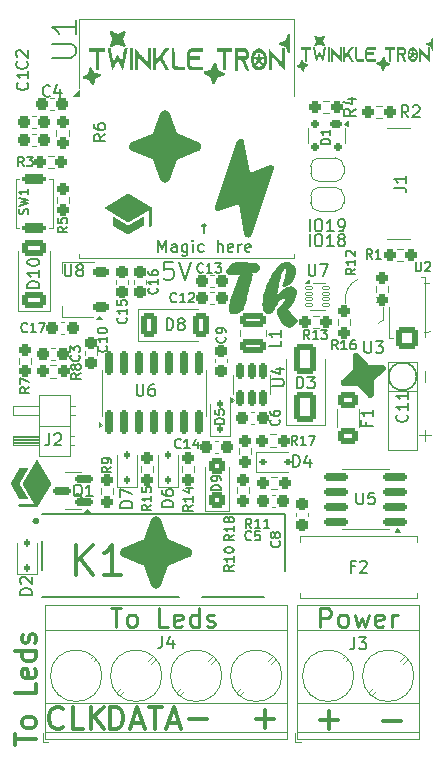
<source format=gbr>
%TF.GenerationSoftware,KiCad,Pcbnew,8.0.6*%
%TF.CreationDate,2024-11-14T14:47:25+01:00*%
%TF.ProjectId,TwinkleTron,5477696e-6b6c-4655-9472-6f6e2e6b6963,rev?*%
%TF.SameCoordinates,Original*%
%TF.FileFunction,Legend,Top*%
%TF.FilePolarity,Positive*%
%FSLAX46Y46*%
G04 Gerber Fmt 4.6, Leading zero omitted, Abs format (unit mm)*
G04 Created by KiCad (PCBNEW 8.0.6) date 2024-11-14 14:47:25*
%MOMM*%
%LPD*%
G01*
G04 APERTURE LIST*
G04 Aperture macros list*
%AMRoundRect*
0 Rectangle with rounded corners*
0 $1 Rounding radius*
0 $2 $3 $4 $5 $6 $7 $8 $9 X,Y pos of 4 corners*
0 Add a 4 corners polygon primitive as box body*
4,1,4,$2,$3,$4,$5,$6,$7,$8,$9,$2,$3,0*
0 Add four circle primitives for the rounded corners*
1,1,$1+$1,$2,$3*
1,1,$1+$1,$4,$5*
1,1,$1+$1,$6,$7*
1,1,$1+$1,$8,$9*
0 Add four rect primitives between the rounded corners*
20,1,$1+$1,$2,$3,$4,$5,0*
20,1,$1+$1,$4,$5,$6,$7,0*
20,1,$1+$1,$6,$7,$8,$9,0*
20,1,$1+$1,$8,$9,$2,$3,0*%
%AMFreePoly0*
4,1,9,3.862500,-0.866500,0.737500,-0.866500,0.737500,-0.450000,-0.737500,-0.450000,-0.737500,0.450000,0.737500,0.450000,0.737500,0.866500,3.862500,0.866500,3.862500,-0.866500,3.862500,-0.866500,$1*%
%AMFreePoly1*
4,1,19,0.500000,-0.750000,0.000000,-0.750000,0.000000,-0.744911,-0.071157,-0.744911,-0.207708,-0.704816,-0.327430,-0.627875,-0.420627,-0.520320,-0.479746,-0.390866,-0.500000,-0.250000,-0.500000,0.250000,-0.479746,0.390866,-0.420627,0.520320,-0.327430,0.627875,-0.207708,0.704816,-0.071157,0.744911,0.000000,0.744911,0.000000,0.750000,0.500000,0.750000,0.500000,-0.750000,0.500000,-0.750000,
$1*%
%AMFreePoly2*
4,1,19,0.000000,0.744911,0.071157,0.744911,0.207708,0.704816,0.327430,0.627875,0.420627,0.520320,0.479746,0.390866,0.500000,0.250000,0.500000,-0.250000,0.479746,-0.390866,0.420627,-0.520320,0.327430,-0.627875,0.207708,-0.704816,0.071157,-0.744911,0.000000,-0.744911,0.000000,-0.750000,-0.500000,-0.750000,-0.500000,0.750000,0.000000,0.750000,0.000000,0.744911,0.000000,0.744911,
$1*%
G04 Aperture macros list end*
%ADD10C,0.000000*%
%ADD11C,0.300000*%
%ADD12C,0.740000*%
%ADD13C,0.250000*%
%ADD14C,0.187500*%
%ADD15C,0.150000*%
%ADD16C,0.200000*%
%ADD17C,0.120000*%
%ADD18C,0.127000*%
%ADD19C,0.400000*%
%ADD20C,0.100000*%
%ADD21RoundRect,0.237500X0.237500X-0.250000X0.237500X0.250000X-0.237500X0.250000X-0.237500X-0.250000X0*%
%ADD22RoundRect,0.237500X-0.237500X0.250000X-0.237500X-0.250000X0.237500X-0.250000X0.237500X0.250000X0*%
%ADD23RoundRect,0.237500X0.250000X0.237500X-0.250000X0.237500X-0.250000X-0.237500X0.250000X-0.237500X0*%
%ADD24RoundRect,0.112500X0.112500X-0.187500X0.112500X0.187500X-0.112500X0.187500X-0.112500X-0.187500X0*%
%ADD25R,2.600000X2.600000*%
%ADD26C,2.600000*%
%ADD27RoundRect,0.050000X-0.285000X-0.100000X0.285000X-0.100000X0.285000X0.100000X-0.285000X0.100000X0*%
%ADD28RoundRect,0.237500X0.237500X-0.300000X0.237500X0.300000X-0.237500X0.300000X-0.237500X-0.300000X0*%
%ADD29RoundRect,0.237500X-0.300000X-0.237500X0.300000X-0.237500X0.300000X0.237500X-0.300000X0.237500X0*%
%ADD30RoundRect,0.237500X-0.237500X0.300000X-0.237500X-0.300000X0.237500X-0.300000X0.237500X0.300000X0*%
%ADD31RoundRect,0.150000X0.150000X-0.512500X0.150000X0.512500X-0.150000X0.512500X-0.150000X-0.512500X0*%
%ADD32RoundRect,0.175000X-0.325000X0.175000X-0.325000X-0.175000X0.325000X-0.175000X0.325000X0.175000X0*%
%ADD33RoundRect,0.150000X-0.150000X0.200000X-0.150000X-0.200000X0.150000X-0.200000X0.150000X0.200000X0*%
%ADD34RoundRect,0.237500X-0.250000X-0.237500X0.250000X-0.237500X0.250000X0.237500X-0.250000X0.237500X0*%
%ADD35RoundRect,0.250000X0.800000X-0.450000X0.800000X0.450000X-0.800000X0.450000X-0.800000X-0.450000X0*%
%ADD36RoundRect,0.225000X0.425000X0.225000X-0.425000X0.225000X-0.425000X-0.225000X0.425000X-0.225000X0*%
%ADD37FreePoly0,180.000000*%
%ADD38RoundRect,0.150000X0.587500X0.150000X-0.587500X0.150000X-0.587500X-0.150000X0.587500X-0.150000X0*%
%ADD39RoundRect,0.237500X0.300000X0.237500X-0.300000X0.237500X-0.300000X-0.237500X0.300000X-0.237500X0*%
%ADD40C,2.500000*%
%ADD41C,2.250000*%
%ADD42C,1.900000*%
%ADD43R,1.900000X2.000000*%
%ADD44RoundRect,0.250000X0.450000X-0.400000X0.450000X0.400000X-0.450000X0.400000X-0.450000X-0.400000X0*%
%ADD45RoundRect,0.250000X-0.450000X-0.800000X0.450000X-0.800000X0.450000X0.800000X-0.450000X0.800000X0*%
%ADD46FreePoly1,180.000000*%
%ADD47FreePoly2,180.000000*%
%ADD48RoundRect,0.150000X0.150000X-0.825000X0.150000X0.825000X-0.150000X0.825000X-0.150000X-0.825000X0*%
%ADD49O,1.700000X1.700000*%
%ADD50R,1.700000X1.700000*%
%ADD51RoundRect,0.150000X0.825000X0.150000X-0.825000X0.150000X-0.825000X-0.150000X0.825000X-0.150000X0*%
%ADD52RoundRect,0.250200X0.649800X-0.649800X0.649800X0.649800X-0.649800X0.649800X-0.649800X-0.649800X0*%
%ADD53C,1.800000*%
%ADD54R,1.500000X0.900000*%
%ADD55C,0.700000*%
%ADD56C,0.750000*%
%ADD57R,2.900000X2.900000*%
%ADD58R,4.240000X3.810000*%
%ADD59C,0.650000*%
%ADD60R,1.450000X0.600000*%
%ADD61R,1.450000X0.300000*%
%ADD62O,2.100000X1.000000*%
%ADD63O,1.600000X1.000000*%
%ADD64RoundRect,0.250000X0.625000X-0.400000X0.625000X0.400000X-0.625000X0.400000X-0.625000X-0.400000X0*%
%ADD65RoundRect,0.112500X-0.187500X-0.112500X0.187500X-0.112500X0.187500X0.112500X-0.187500X0.112500X0*%
%ADD66RoundRect,0.250000X0.650000X-1.000000X0.650000X1.000000X-0.650000X1.000000X-0.650000X-1.000000X0*%
%ADD67R,2.000000X2.000000*%
%ADD68C,2.000000*%
%ADD69RoundRect,0.200000X-0.800000X0.200000X-0.800000X-0.200000X0.800000X-0.200000X0.800000X0.200000X0*%
%ADD70R,1.500000X1.500000*%
%ADD71C,1.500000*%
%ADD72RoundRect,0.250000X0.850000X-0.375000X0.850000X0.375000X-0.850000X0.375000X-0.850000X-0.375000X0*%
G04 APERTURE END LIST*
D10*
G36*
X12541184Y-42354416D02*
G01*
X12577406Y-42357698D01*
X12612930Y-42363936D01*
X12647606Y-42373026D01*
X12681272Y-42384876D01*
X12713772Y-42399390D01*
X12744942Y-42416468D01*
X12774620Y-42436022D01*
X12802656Y-42457946D01*
X12828882Y-42482156D01*
X12853146Y-42508548D01*
X12875280Y-42537026D01*
X12895130Y-42567498D01*
X12912536Y-42599864D01*
X12920276Y-42616728D01*
X12927342Y-42634032D01*
X13550538Y-44253950D01*
X13554966Y-44264628D01*
X13559924Y-44275008D01*
X13565402Y-44285070D01*
X13571382Y-44294796D01*
X13577840Y-44304176D01*
X13584770Y-44313186D01*
X13592148Y-44321814D01*
X13599956Y-44330040D01*
X13608186Y-44337852D01*
X13616810Y-44345228D01*
X13625822Y-44352152D01*
X13635198Y-44358614D01*
X13644926Y-44364594D01*
X13654988Y-44370072D01*
X13665366Y-44375034D01*
X13676046Y-44379462D01*
X15295964Y-45002654D01*
X15311592Y-45009024D01*
X15326868Y-45015942D01*
X15341790Y-45023402D01*
X15356348Y-45031388D01*
X15370530Y-45039888D01*
X15384326Y-45048882D01*
X15397728Y-45058358D01*
X15410724Y-45068304D01*
X15423306Y-45078702D01*
X15435464Y-45089538D01*
X15447186Y-45100800D01*
X15458466Y-45112470D01*
X15469290Y-45124538D01*
X15479652Y-45136988D01*
X15489534Y-45149808D01*
X15498938Y-45162978D01*
X15507848Y-45176486D01*
X15516254Y-45190320D01*
X15524144Y-45204464D01*
X15531516Y-45218906D01*
X15538350Y-45233628D01*
X15544644Y-45248616D01*
X15550386Y-45263856D01*
X15555564Y-45279336D01*
X15560172Y-45295038D01*
X15564198Y-45310950D01*
X15567630Y-45327056D01*
X15570456Y-45343346D01*
X15572676Y-45359802D01*
X15574272Y-45376406D01*
X15575238Y-45393152D01*
X15575562Y-45410022D01*
X15574272Y-45443630D01*
X15570456Y-45476692D01*
X15564198Y-45509086D01*
X15555564Y-45540700D01*
X15544644Y-45571420D01*
X15531516Y-45601130D01*
X15516254Y-45629716D01*
X15498938Y-45657058D01*
X15479652Y-45683048D01*
X15458466Y-45707566D01*
X15435464Y-45730502D01*
X15410724Y-45751732D01*
X15384326Y-45771154D01*
X15356348Y-45788648D01*
X15326868Y-45804094D01*
X15295964Y-45817384D01*
X13676046Y-46440574D01*
X13665366Y-46445002D01*
X13654988Y-46449968D01*
X13644926Y-46455446D01*
X13635200Y-46461422D01*
X13625822Y-46467884D01*
X13616810Y-46474810D01*
X13608186Y-46482188D01*
X13599956Y-46490000D01*
X13592148Y-46498226D01*
X13584770Y-46506854D01*
X13577844Y-46515862D01*
X13571382Y-46525240D01*
X13565402Y-46534970D01*
X13559924Y-46545028D01*
X13554966Y-46555408D01*
X13550538Y-46566088D01*
X12927342Y-48186008D01*
X12920984Y-48201644D01*
X12914072Y-48216934D01*
X12906620Y-48231872D01*
X12898640Y-48246440D01*
X12890150Y-48260638D01*
X12881166Y-48274444D01*
X12871694Y-48287858D01*
X12861752Y-48300872D01*
X12851364Y-48313462D01*
X12840528Y-48325634D01*
X12829268Y-48337372D01*
X12817596Y-48348662D01*
X12805532Y-48359498D01*
X12793080Y-48369872D01*
X12780264Y-48379772D01*
X12767094Y-48389186D01*
X12753584Y-48398104D01*
X12739746Y-48406522D01*
X12725604Y-48414428D01*
X12711158Y-48421804D01*
X12696434Y-48428654D01*
X12681446Y-48434960D01*
X12666200Y-48440708D01*
X12650714Y-48445894D01*
X12635006Y-48450512D01*
X12619088Y-48454546D01*
X12602976Y-48457984D01*
X12586682Y-48460822D01*
X12570218Y-48463048D01*
X12553604Y-48464654D01*
X12536852Y-48465622D01*
X12519978Y-48465952D01*
X12486352Y-48464654D01*
X12453276Y-48460822D01*
X12420868Y-48454546D01*
X12389242Y-48445894D01*
X12358516Y-48434960D01*
X12328798Y-48421804D01*
X12300210Y-48406522D01*
X12272862Y-48389186D01*
X12246876Y-48369872D01*
X12222360Y-48348662D01*
X12199432Y-48325634D01*
X12178204Y-48300872D01*
X12158790Y-48274444D01*
X12141316Y-48246440D01*
X12125884Y-48216934D01*
X12112614Y-48186008D01*
X11489422Y-46566088D01*
X11484990Y-46555408D01*
X11480032Y-46545028D01*
X11474554Y-46534970D01*
X11468574Y-46525240D01*
X11462116Y-46515862D01*
X11455186Y-46506854D01*
X11447808Y-46498226D01*
X11440000Y-46490000D01*
X11431770Y-46482188D01*
X11423146Y-46474810D01*
X11414134Y-46467884D01*
X11404756Y-46461422D01*
X11395030Y-46455446D01*
X11384968Y-46449968D01*
X11374590Y-46445002D01*
X11363910Y-46440574D01*
X9743992Y-45817384D01*
X9728364Y-45811016D01*
X9713088Y-45804094D01*
X9698166Y-45796634D01*
X9683608Y-45788648D01*
X9669426Y-45780148D01*
X9655630Y-45771154D01*
X9642228Y-45761680D01*
X9629232Y-45751732D01*
X9616650Y-45741338D01*
X9604492Y-45730502D01*
X9592770Y-45719236D01*
X9581490Y-45707566D01*
X9570666Y-45695498D01*
X9560304Y-45683048D01*
X9550422Y-45670228D01*
X9541018Y-45657058D01*
X9532108Y-45643550D01*
X9523702Y-45629716D01*
X9515812Y-45615572D01*
X9508440Y-45601130D01*
X9501606Y-45586408D01*
X9495312Y-45571420D01*
X9489570Y-45556180D01*
X9484392Y-45540700D01*
X9479784Y-45524998D01*
X9475758Y-45509086D01*
X9472326Y-45492980D01*
X9469500Y-45476692D01*
X9467280Y-45460238D01*
X9465684Y-45443630D01*
X9464718Y-45426884D01*
X9464394Y-45410022D01*
X9465684Y-45376406D01*
X9469500Y-45343346D01*
X9475758Y-45310950D01*
X9484392Y-45279336D01*
X9495312Y-45248616D01*
X9508440Y-45218906D01*
X9523702Y-45190320D01*
X9541018Y-45162978D01*
X9560304Y-45136988D01*
X9581490Y-45112470D01*
X9604492Y-45089538D01*
X9629232Y-45068304D01*
X9655630Y-45048882D01*
X9683608Y-45031388D01*
X9713088Y-45015942D01*
X9743992Y-45002654D01*
X11363910Y-44379462D01*
X11374590Y-44375034D01*
X11384968Y-44370072D01*
X11395030Y-44364594D01*
X11404758Y-44358614D01*
X11414134Y-44352152D01*
X11423146Y-44345228D01*
X11431770Y-44337852D01*
X11440000Y-44330040D01*
X11447808Y-44321814D01*
X11455188Y-44313186D01*
X11462116Y-44304176D01*
X11468578Y-44294796D01*
X11474554Y-44285070D01*
X11480032Y-44275008D01*
X11484994Y-44264628D01*
X11489422Y-44253950D01*
X12107974Y-42645488D01*
X12119694Y-42616962D01*
X12133216Y-42589532D01*
X12148470Y-42563268D01*
X12165370Y-42538230D01*
X12183832Y-42514488D01*
X12203782Y-42492098D01*
X12225136Y-42471134D01*
X12247816Y-42451658D01*
X12271740Y-42433730D01*
X12296830Y-42417420D01*
X12323002Y-42402788D01*
X12350182Y-42389900D01*
X12378282Y-42378824D01*
X12407226Y-42369620D01*
X12436932Y-42362348D01*
X12467322Y-42357086D01*
X12485916Y-42355236D01*
X12504444Y-42354180D01*
X12541184Y-42354416D01*
G37*
G36*
X13314374Y-7979188D02*
G01*
X13350596Y-7982470D01*
X13386120Y-7988708D01*
X13420796Y-7997798D01*
X13454462Y-8009648D01*
X13486962Y-8024162D01*
X13518132Y-8041240D01*
X13547810Y-8060794D01*
X13575846Y-8082718D01*
X13602072Y-8106928D01*
X13626336Y-8133320D01*
X13648470Y-8161798D01*
X13668320Y-8192270D01*
X13685726Y-8224636D01*
X13693466Y-8241500D01*
X13700532Y-8258804D01*
X14323728Y-9878722D01*
X14328156Y-9889400D01*
X14333114Y-9899780D01*
X14338592Y-9909842D01*
X14344572Y-9919568D01*
X14351030Y-9928948D01*
X14357960Y-9937958D01*
X14365338Y-9946586D01*
X14373146Y-9954812D01*
X14381376Y-9962624D01*
X14390000Y-9970000D01*
X14399012Y-9976924D01*
X14408388Y-9983386D01*
X14418116Y-9989366D01*
X14428178Y-9994844D01*
X14438556Y-9999806D01*
X14449236Y-10004234D01*
X16069154Y-10627426D01*
X16084782Y-10633796D01*
X16100058Y-10640714D01*
X16114980Y-10648174D01*
X16129538Y-10656160D01*
X16143720Y-10664660D01*
X16157516Y-10673654D01*
X16170918Y-10683130D01*
X16183914Y-10693076D01*
X16196496Y-10703474D01*
X16208654Y-10714310D01*
X16220376Y-10725572D01*
X16231656Y-10737242D01*
X16242480Y-10749310D01*
X16252842Y-10761760D01*
X16262724Y-10774580D01*
X16272128Y-10787750D01*
X16281038Y-10801258D01*
X16289444Y-10815092D01*
X16297334Y-10829236D01*
X16304706Y-10843678D01*
X16311540Y-10858400D01*
X16317834Y-10873388D01*
X16323576Y-10888628D01*
X16328754Y-10904108D01*
X16333362Y-10919810D01*
X16337388Y-10935722D01*
X16340820Y-10951828D01*
X16343646Y-10968118D01*
X16345866Y-10984574D01*
X16347462Y-11001178D01*
X16348428Y-11017924D01*
X16348752Y-11034794D01*
X16347462Y-11068402D01*
X16343646Y-11101464D01*
X16337388Y-11133858D01*
X16328754Y-11165472D01*
X16317834Y-11196192D01*
X16304706Y-11225902D01*
X16289444Y-11254488D01*
X16272128Y-11281830D01*
X16252842Y-11307820D01*
X16231656Y-11332338D01*
X16208654Y-11355274D01*
X16183914Y-11376504D01*
X16157516Y-11395926D01*
X16129538Y-11413420D01*
X16100058Y-11428866D01*
X16069154Y-11442156D01*
X14449236Y-12065346D01*
X14438556Y-12069774D01*
X14428178Y-12074740D01*
X14418116Y-12080218D01*
X14408390Y-12086194D01*
X14399012Y-12092656D01*
X14390000Y-12099582D01*
X14381376Y-12106960D01*
X14373146Y-12114772D01*
X14365338Y-12122998D01*
X14357960Y-12131626D01*
X14351034Y-12140634D01*
X14344572Y-12150012D01*
X14338592Y-12159742D01*
X14333114Y-12169800D01*
X14328156Y-12180180D01*
X14323728Y-12190860D01*
X13700532Y-13810780D01*
X13694174Y-13826416D01*
X13687262Y-13841706D01*
X13679810Y-13856644D01*
X13671830Y-13871212D01*
X13663340Y-13885410D01*
X13654356Y-13899216D01*
X13644884Y-13912630D01*
X13634942Y-13925644D01*
X13624554Y-13938234D01*
X13613718Y-13950406D01*
X13602458Y-13962144D01*
X13590786Y-13973434D01*
X13578722Y-13984270D01*
X13566270Y-13994644D01*
X13553454Y-14004544D01*
X13540284Y-14013958D01*
X13526774Y-14022876D01*
X13512936Y-14031294D01*
X13498794Y-14039200D01*
X13484348Y-14046576D01*
X13469624Y-14053426D01*
X13454636Y-14059732D01*
X13439390Y-14065480D01*
X13423904Y-14070666D01*
X13408196Y-14075284D01*
X13392278Y-14079318D01*
X13376166Y-14082756D01*
X13359872Y-14085594D01*
X13343408Y-14087820D01*
X13326794Y-14089426D01*
X13310042Y-14090394D01*
X13293168Y-14090724D01*
X13259542Y-14089426D01*
X13226466Y-14085594D01*
X13194058Y-14079318D01*
X13162432Y-14070666D01*
X13131706Y-14059732D01*
X13101988Y-14046576D01*
X13073400Y-14031294D01*
X13046052Y-14013958D01*
X13020066Y-13994644D01*
X12995550Y-13973434D01*
X12972622Y-13950406D01*
X12951394Y-13925644D01*
X12931980Y-13899216D01*
X12914506Y-13871212D01*
X12899074Y-13841706D01*
X12885804Y-13810780D01*
X12262612Y-12190860D01*
X12258180Y-12180180D01*
X12253222Y-12169800D01*
X12247744Y-12159742D01*
X12241764Y-12150012D01*
X12235306Y-12140634D01*
X12228376Y-12131626D01*
X12220998Y-12122998D01*
X12213190Y-12114772D01*
X12204960Y-12106960D01*
X12196336Y-12099582D01*
X12187324Y-12092656D01*
X12177946Y-12086194D01*
X12168220Y-12080218D01*
X12158158Y-12074740D01*
X12147780Y-12069774D01*
X12137100Y-12065346D01*
X10517182Y-11442156D01*
X10501554Y-11435788D01*
X10486278Y-11428866D01*
X10471356Y-11421406D01*
X10456798Y-11413420D01*
X10442616Y-11404920D01*
X10428820Y-11395926D01*
X10415418Y-11386452D01*
X10402422Y-11376504D01*
X10389840Y-11366110D01*
X10377682Y-11355274D01*
X10365960Y-11344008D01*
X10354680Y-11332338D01*
X10343856Y-11320270D01*
X10333494Y-11307820D01*
X10323612Y-11295000D01*
X10314208Y-11281830D01*
X10305298Y-11268322D01*
X10296892Y-11254488D01*
X10289002Y-11240344D01*
X10281630Y-11225902D01*
X10274796Y-11211180D01*
X10268502Y-11196192D01*
X10262760Y-11180952D01*
X10257582Y-11165472D01*
X10252974Y-11149770D01*
X10248948Y-11133858D01*
X10245516Y-11117752D01*
X10242690Y-11101464D01*
X10240470Y-11085010D01*
X10238874Y-11068402D01*
X10237908Y-11051656D01*
X10237584Y-11034794D01*
X10238874Y-11001178D01*
X10242690Y-10968118D01*
X10248948Y-10935722D01*
X10257582Y-10904108D01*
X10268502Y-10873388D01*
X10281630Y-10843678D01*
X10296892Y-10815092D01*
X10314208Y-10787750D01*
X10333494Y-10761760D01*
X10354680Y-10737242D01*
X10377682Y-10714310D01*
X10402422Y-10693076D01*
X10428820Y-10673654D01*
X10456798Y-10656160D01*
X10486278Y-10640714D01*
X10517182Y-10627426D01*
X12137100Y-10004234D01*
X12147780Y-9999806D01*
X12158158Y-9994844D01*
X12168220Y-9989366D01*
X12177948Y-9983386D01*
X12187324Y-9976924D01*
X12196336Y-9970000D01*
X12204960Y-9962624D01*
X12213190Y-9954812D01*
X12220998Y-9946586D01*
X12228378Y-9937958D01*
X12235306Y-9928948D01*
X12241768Y-9919568D01*
X12247744Y-9909842D01*
X12253222Y-9899780D01*
X12258184Y-9889400D01*
X12262612Y-9878722D01*
X12881164Y-8270260D01*
X12892884Y-8241734D01*
X12906406Y-8214304D01*
X12921660Y-8188040D01*
X12938560Y-8163002D01*
X12957022Y-8139260D01*
X12976972Y-8116870D01*
X12998326Y-8095906D01*
X13021006Y-8076430D01*
X13044930Y-8058502D01*
X13070020Y-8042192D01*
X13096192Y-8027560D01*
X13123372Y-8014672D01*
X13151472Y-8003596D01*
X13180416Y-7994392D01*
X13210122Y-7987120D01*
X13240512Y-7981858D01*
X13259106Y-7980008D01*
X13277634Y-7978952D01*
X13314374Y-7979188D01*
G37*
G36*
X29492467Y-28516573D02*
G01*
X29515738Y-28520142D01*
X29538642Y-28525590D01*
X29561060Y-28532885D01*
X29582870Y-28542012D01*
X29603953Y-28552944D01*
X29624181Y-28565656D01*
X29643440Y-28580125D01*
X29661609Y-28596330D01*
X29670245Y-28605072D01*
X29678563Y-28614243D01*
X30433470Y-29481377D01*
X30438645Y-29487020D01*
X30444082Y-29492357D01*
X30449771Y-29497379D01*
X30455698Y-29502079D01*
X30461841Y-29506454D01*
X30468194Y-29510492D01*
X30474745Y-29514192D01*
X30481468Y-29517542D01*
X30488361Y-29520542D01*
X30495398Y-29523178D01*
X30502578Y-29525447D01*
X30509878Y-29527344D01*
X30517289Y-29528864D01*
X30524793Y-29529993D01*
X30532377Y-29530731D01*
X30540027Y-29531067D01*
X31689534Y-29551975D01*
X31700704Y-29552399D01*
X31711781Y-29553245D01*
X31722759Y-29554507D01*
X31733631Y-29556178D01*
X31744383Y-29558258D01*
X31755009Y-29560730D01*
X31765497Y-29563590D01*
X31775842Y-29566840D01*
X31786027Y-29570461D01*
X31796052Y-29574451D01*
X31805899Y-29578806D01*
X31815564Y-29583513D01*
X31825035Y-29588573D01*
X31834304Y-29593975D01*
X31843362Y-29599717D01*
X31852198Y-29605784D01*
X31860805Y-29612173D01*
X31869172Y-29618880D01*
X31877287Y-29625896D01*
X31885147Y-29633215D01*
X31892736Y-29640832D01*
X31900050Y-29648733D01*
X31907076Y-29656918D01*
X31913806Y-29665382D01*
X31920231Y-29674111D01*
X31926342Y-29683105D01*
X31932128Y-29692353D01*
X31937578Y-29701851D01*
X31942689Y-29711592D01*
X31947442Y-29721566D01*
X31951840Y-29731771D01*
X31955860Y-29742197D01*
X31962673Y-29763408D01*
X31967787Y-29784851D01*
X31971231Y-29806436D01*
X31973019Y-29828067D01*
X31973180Y-29849663D01*
X31971742Y-29871130D01*
X31968718Y-29892383D01*
X31964133Y-29913322D01*
X31958017Y-29933871D01*
X31950385Y-29953932D01*
X31941263Y-29973419D01*
X31930673Y-29992240D01*
X31918642Y-30010309D01*
X31905190Y-30027535D01*
X31890341Y-30043831D01*
X31874115Y-30059104D01*
X31006979Y-30814004D01*
X31001334Y-30819180D01*
X30996000Y-30824621D01*
X30990978Y-30830314D01*
X30986278Y-30836236D01*
X30981903Y-30842383D01*
X30977862Y-30848736D01*
X30974167Y-30855281D01*
X30970815Y-30862007D01*
X30967818Y-30868898D01*
X30965179Y-30875939D01*
X30962909Y-30883116D01*
X30961011Y-30890417D01*
X30959493Y-30897828D01*
X30958363Y-30905329D01*
X30957629Y-30912914D01*
X30957292Y-30920564D01*
X30936382Y-32070074D01*
X30935968Y-32081250D01*
X30935128Y-32092332D01*
X30933874Y-32103318D01*
X30932209Y-32114193D01*
X30930140Y-32124955D01*
X30927676Y-32135585D01*
X30924819Y-32146077D01*
X30921580Y-32156432D01*
X30917966Y-32166622D01*
X30913979Y-32176653D01*
X30909629Y-32186511D01*
X30904921Y-32196184D01*
X30899866Y-32205660D01*
X30894466Y-32214941D01*
X30888732Y-32224006D01*
X30882668Y-32232848D01*
X30876278Y-32241461D01*
X30869571Y-32249835D01*
X30862560Y-32257961D01*
X30855240Y-32265825D01*
X30847626Y-32273425D01*
X30839726Y-32280745D01*
X30831538Y-32287776D01*
X30823074Y-32294514D01*
X30814343Y-32300947D01*
X30805347Y-32307064D01*
X30796098Y-32312855D01*
X30786598Y-32318313D01*
X30776855Y-32323426D01*
X30766878Y-32328190D01*
X30756670Y-32332590D01*
X30746241Y-32336616D01*
X30725018Y-32343429D01*
X30703563Y-32348535D01*
X30681966Y-32351971D01*
X30660321Y-32353750D01*
X30638719Y-32353904D01*
X30617238Y-32352452D01*
X30595983Y-32349415D01*
X30575032Y-32344819D01*
X30554482Y-32338684D01*
X30534417Y-32331037D01*
X30514928Y-32321899D01*
X30496107Y-32311292D01*
X30478032Y-32299241D01*
X30460812Y-32285769D01*
X30444522Y-32270898D01*
X30429254Y-32254655D01*
X29674352Y-31387518D01*
X29669174Y-31381874D01*
X29663736Y-31376538D01*
X29658049Y-31371517D01*
X29652121Y-31366816D01*
X29645978Y-31362441D01*
X29639623Y-31358406D01*
X29633074Y-31354707D01*
X29626351Y-31351354D01*
X29619458Y-31348356D01*
X29612419Y-31345718D01*
X29605241Y-31343449D01*
X29597939Y-31341550D01*
X29590530Y-31340036D01*
X29583026Y-31338903D01*
X29575442Y-31338163D01*
X29567791Y-31337828D01*
X28418284Y-31316923D01*
X28407114Y-31316499D01*
X28396036Y-31315651D01*
X28385058Y-31314387D01*
X28374186Y-31312714D01*
X28363435Y-31310636D01*
X28352810Y-31308164D01*
X28342320Y-31305304D01*
X28331978Y-31302055D01*
X28321790Y-31298434D01*
X28311769Y-31294445D01*
X28301920Y-31290091D01*
X28292255Y-31285381D01*
X28282784Y-31280320D01*
X28273513Y-31274919D01*
X28264457Y-31269178D01*
X28255618Y-31263110D01*
X28247012Y-31256723D01*
X28238648Y-31250015D01*
X28230531Y-31242997D01*
X28222670Y-31235679D01*
X28215081Y-31228062D01*
X28207767Y-31220161D01*
X28200742Y-31211975D01*
X28194011Y-31203512D01*
X28187586Y-31194780D01*
X28181475Y-31185792D01*
X28175691Y-31176541D01*
X28170240Y-31167045D01*
X28165131Y-31157304D01*
X28160375Y-31147329D01*
X28155978Y-31137124D01*
X28151958Y-31126704D01*
X28145147Y-31105485D01*
X28140032Y-31084043D01*
X28136585Y-31062461D01*
X28134799Y-31040826D01*
X28134636Y-31019230D01*
X28136076Y-30997762D01*
X28139100Y-30976513D01*
X28143684Y-30955570D01*
X28149801Y-30935024D01*
X28157433Y-30914963D01*
X28166555Y-30895478D01*
X28177145Y-30876656D01*
X28189175Y-30858586D01*
X28202626Y-30841359D01*
X28217478Y-30825066D01*
X28233702Y-30809794D01*
X29100839Y-30054891D01*
X29106483Y-30049716D01*
X29111819Y-30044275D01*
X29116841Y-30038585D01*
X29121541Y-30032659D01*
X29125914Y-30026513D01*
X29129956Y-30020160D01*
X29133653Y-30013616D01*
X29137005Y-30006889D01*
X29140000Y-30000000D01*
X29142638Y-29992958D01*
X29144913Y-29985779D01*
X29146807Y-29978476D01*
X29148326Y-29971070D01*
X29149454Y-29963565D01*
X29150192Y-29955980D01*
X29150529Y-29948330D01*
X29171142Y-28807002D01*
X29171977Y-28786593D01*
X29174179Y-28766455D01*
X29177722Y-28746651D01*
X29182570Y-28727238D01*
X29188683Y-28708276D01*
X29196028Y-28689819D01*
X29204573Y-28671933D01*
X29214276Y-28654670D01*
X29225105Y-28638092D01*
X29237027Y-28622255D01*
X29250002Y-28607218D01*
X29264001Y-28593038D01*
X29278984Y-28579779D01*
X29294915Y-28567491D01*
X29311757Y-28556235D01*
X29329482Y-28546074D01*
X29340637Y-28540710D01*
X29351930Y-28535857D01*
X29374852Y-28527680D01*
X29398143Y-28521518D01*
X29421665Y-28517351D01*
X29445309Y-28515152D01*
X29468949Y-28514902D01*
X29492467Y-28516573D01*
G37*
D11*
X26413558Y-59567733D02*
X27937368Y-59567733D01*
X27175463Y-60329638D02*
X27175463Y-58805828D01*
D12*
G36*
X20395582Y-23134664D02*
G01*
X20364124Y-23271733D01*
X20334912Y-23390826D01*
X20314689Y-23476213D01*
X20297836Y-23549242D01*
X20241906Y-23782986D01*
X20175845Y-24042925D01*
X20114062Y-24267042D01*
X20045572Y-24488695D01*
X19963836Y-24703989D01*
X19927076Y-24777246D01*
X19774514Y-24947893D01*
X19727090Y-24982849D01*
X19533353Y-25098853D01*
X19321399Y-25197248D01*
X19096051Y-25247741D01*
X19081067Y-25248000D01*
X18859174Y-25182413D01*
X18787829Y-25121042D01*
X18680367Y-24918331D01*
X18668736Y-24807581D01*
X18695398Y-24557993D01*
X18745788Y-24321916D01*
X18809776Y-24079342D01*
X18877763Y-23848835D01*
X18941751Y-23645864D01*
X19011488Y-23425225D01*
X19083815Y-23205718D01*
X19092302Y-23180728D01*
X19172730Y-22956361D01*
X19256336Y-22734692D01*
X19345827Y-22511287D01*
X19437783Y-22294598D01*
X19475422Y-22208886D01*
X19568260Y-21999148D01*
X19620355Y-21880819D01*
X19396354Y-21912220D01*
X19165331Y-21931991D01*
X18927286Y-21940133D01*
X18878834Y-21940365D01*
X18654877Y-21908876D01*
X18480688Y-21758987D01*
X18454145Y-21617916D01*
X18519590Y-21396864D01*
X18654570Y-21199002D01*
X18715924Y-21126939D01*
X18886137Y-20967680D01*
X19043991Y-20865159D01*
X19270183Y-20798779D01*
X19409134Y-20789884D01*
X19639170Y-20796256D01*
X19774277Y-20803366D01*
X20011967Y-20820631D01*
X20246698Y-20843249D01*
X20418053Y-20861789D01*
X20505687Y-20868530D01*
X20591074Y-20877518D01*
X20820956Y-20893107D01*
X21049872Y-20922959D01*
X21057334Y-20924706D01*
X21261814Y-21032563D01*
X21334842Y-21225808D01*
X21292149Y-21448265D01*
X21188785Y-21617916D01*
X20982280Y-21720772D01*
X20744919Y-21773490D01*
X20721402Y-21777455D01*
X20657362Y-21783073D01*
X20658485Y-21783073D01*
X20700055Y-21941489D01*
X20657041Y-22174518D01*
X20609050Y-22342584D01*
X20543219Y-22561495D01*
X20480822Y-22791892D01*
X20474228Y-22816709D01*
X20427041Y-23006583D01*
X20395582Y-23134664D01*
G37*
G36*
X24552595Y-25807511D02*
G01*
X24384305Y-26008348D01*
X24207735Y-26190141D01*
X24011999Y-26340769D01*
X23835792Y-26398481D01*
X23607226Y-26344500D01*
X23465031Y-26260288D01*
X23290842Y-26110243D01*
X23138956Y-25933228D01*
X23107752Y-25890651D01*
X22985601Y-25697211D01*
X22885700Y-25491162D01*
X22847096Y-25391810D01*
X22781046Y-25161585D01*
X22751323Y-24925416D01*
X22750474Y-24879486D01*
X22804403Y-24675006D01*
X22896531Y-24605348D01*
X23097033Y-24465935D01*
X23265877Y-24311873D01*
X23393012Y-24109210D01*
X23411102Y-24003143D01*
X23311109Y-23881803D01*
X23102359Y-23999864D01*
X22960572Y-24155941D01*
X22825267Y-24340005D01*
X22697423Y-24549523D01*
X22588742Y-24759853D01*
X22553859Y-24834545D01*
X22454207Y-25041403D01*
X22354996Y-25174971D01*
X22137136Y-25247358D01*
X22106699Y-25248000D01*
X21881829Y-25200737D01*
X21794361Y-25148006D01*
X21642291Y-24971268D01*
X21592128Y-24866004D01*
X21534894Y-24647576D01*
X21521346Y-24457043D01*
X21531436Y-24211571D01*
X21558120Y-23975282D01*
X21596394Y-23751927D01*
X21606734Y-23700916D01*
X21660728Y-23470155D01*
X21725388Y-23239217D01*
X21800711Y-23008100D01*
X21847166Y-22879625D01*
X21938912Y-22649743D01*
X22039722Y-22422705D01*
X22149598Y-22198511D01*
X22214556Y-22075187D01*
X22335689Y-21861282D01*
X22460198Y-21661952D01*
X22602503Y-21457569D01*
X22660593Y-21380854D01*
X22834505Y-21180016D01*
X23007391Y-21020731D01*
X23207793Y-20887417D01*
X23435112Y-20804312D01*
X23576259Y-20789884D01*
X23801689Y-20819690D01*
X23978478Y-20895494D01*
X24152233Y-21040770D01*
X24251493Y-21192103D01*
X24326885Y-21413672D01*
X24348115Y-21638139D01*
X24327102Y-21868706D01*
X24264062Y-22098641D01*
X24198688Y-22251579D01*
X24085842Y-22448027D01*
X23937907Y-22632960D01*
X23809951Y-22751545D01*
X23613672Y-22878118D01*
X23384893Y-22943982D01*
X23323468Y-22947036D01*
X23177411Y-22829067D01*
X23238080Y-22658293D01*
X23331245Y-22440918D01*
X23405133Y-22212643D01*
X23459747Y-21973465D01*
X23495085Y-21723386D01*
X23511148Y-21462405D01*
X23512219Y-21372989D01*
X23504354Y-21221314D01*
X23432449Y-21306702D01*
X23322906Y-21507157D01*
X23315603Y-21523540D01*
X23212155Y-21777665D01*
X23136151Y-21989456D01*
X23066151Y-22208797D01*
X23002154Y-22435686D01*
X22944161Y-22670124D01*
X22892172Y-22912110D01*
X22846187Y-23161645D01*
X22815638Y-23353750D01*
X22795415Y-23498683D01*
X22770697Y-23688558D01*
X22742609Y-23689681D01*
X22865757Y-23497279D01*
X22932484Y-23415543D01*
X23101258Y-23263364D01*
X23160558Y-23217804D01*
X23348310Y-23084282D01*
X23556828Y-22971843D01*
X23783688Y-22896548D01*
X23978478Y-22875131D01*
X24204059Y-22922530D01*
X24313286Y-22996471D01*
X24433928Y-23194162D01*
X24446985Y-23305438D01*
X24425122Y-23552512D01*
X24368982Y-23775267D01*
X24278293Y-24000971D01*
X24170600Y-24200882D01*
X24046972Y-24392947D01*
X23991960Y-24467155D01*
X23848265Y-24641724D01*
X23721193Y-24783987D01*
X23839802Y-24980767D01*
X23964996Y-25165983D01*
X24109087Y-25342094D01*
X24273253Y-25506688D01*
X24285198Y-25517644D01*
X24455517Y-25679588D01*
X24552595Y-25807511D01*
G37*
D13*
X8666853Y-50131190D02*
X9581139Y-50131190D01*
X9123996Y-51731190D02*
X9123996Y-50131190D01*
X10343044Y-51731190D02*
X10190663Y-51655000D01*
X10190663Y-51655000D02*
X10114473Y-51578809D01*
X10114473Y-51578809D02*
X10038282Y-51426428D01*
X10038282Y-51426428D02*
X10038282Y-50969285D01*
X10038282Y-50969285D02*
X10114473Y-50816904D01*
X10114473Y-50816904D02*
X10190663Y-50740714D01*
X10190663Y-50740714D02*
X10343044Y-50664523D01*
X10343044Y-50664523D02*
X10571616Y-50664523D01*
X10571616Y-50664523D02*
X10723997Y-50740714D01*
X10723997Y-50740714D02*
X10800187Y-50816904D01*
X10800187Y-50816904D02*
X10876378Y-50969285D01*
X10876378Y-50969285D02*
X10876378Y-51426428D01*
X10876378Y-51426428D02*
X10800187Y-51578809D01*
X10800187Y-51578809D02*
X10723997Y-51655000D01*
X10723997Y-51655000D02*
X10571616Y-51731190D01*
X10571616Y-51731190D02*
X10343044Y-51731190D01*
X13543045Y-51731190D02*
X12781140Y-51731190D01*
X12781140Y-51731190D02*
X12781140Y-50131190D01*
X14685902Y-51655000D02*
X14533521Y-51731190D01*
X14533521Y-51731190D02*
X14228759Y-51731190D01*
X14228759Y-51731190D02*
X14076378Y-51655000D01*
X14076378Y-51655000D02*
X14000187Y-51502619D01*
X14000187Y-51502619D02*
X14000187Y-50893095D01*
X14000187Y-50893095D02*
X14076378Y-50740714D01*
X14076378Y-50740714D02*
X14228759Y-50664523D01*
X14228759Y-50664523D02*
X14533521Y-50664523D01*
X14533521Y-50664523D02*
X14685902Y-50740714D01*
X14685902Y-50740714D02*
X14762092Y-50893095D01*
X14762092Y-50893095D02*
X14762092Y-51045476D01*
X14762092Y-51045476D02*
X14000187Y-51197857D01*
X16133521Y-51731190D02*
X16133521Y-50131190D01*
X16133521Y-51655000D02*
X15981140Y-51731190D01*
X15981140Y-51731190D02*
X15676378Y-51731190D01*
X15676378Y-51731190D02*
X15523997Y-51655000D01*
X15523997Y-51655000D02*
X15447807Y-51578809D01*
X15447807Y-51578809D02*
X15371616Y-51426428D01*
X15371616Y-51426428D02*
X15371616Y-50969285D01*
X15371616Y-50969285D02*
X15447807Y-50816904D01*
X15447807Y-50816904D02*
X15523997Y-50740714D01*
X15523997Y-50740714D02*
X15676378Y-50664523D01*
X15676378Y-50664523D02*
X15981140Y-50664523D01*
X15981140Y-50664523D02*
X16133521Y-50740714D01*
X16819235Y-51655000D02*
X16971616Y-51731190D01*
X16971616Y-51731190D02*
X17276378Y-51731190D01*
X17276378Y-51731190D02*
X17428759Y-51655000D01*
X17428759Y-51655000D02*
X17504950Y-51502619D01*
X17504950Y-51502619D02*
X17504950Y-51426428D01*
X17504950Y-51426428D02*
X17428759Y-51274047D01*
X17428759Y-51274047D02*
X17276378Y-51197857D01*
X17276378Y-51197857D02*
X17047807Y-51197857D01*
X17047807Y-51197857D02*
X16895426Y-51121666D01*
X16895426Y-51121666D02*
X16819235Y-50969285D01*
X16819235Y-50969285D02*
X16819235Y-50893095D01*
X16819235Y-50893095D02*
X16895426Y-50740714D01*
X16895426Y-50740714D02*
X17047807Y-50664523D01*
X17047807Y-50664523D02*
X17276378Y-50664523D01*
X17276378Y-50664523D02*
X17428759Y-50740714D01*
D11*
X15283558Y-59467733D02*
X16807368Y-59467733D01*
D13*
X26435425Y-51731190D02*
X26435425Y-50131190D01*
X26435425Y-50131190D02*
X27044949Y-50131190D01*
X27044949Y-50131190D02*
X27197330Y-50207380D01*
X27197330Y-50207380D02*
X27273520Y-50283571D01*
X27273520Y-50283571D02*
X27349711Y-50435952D01*
X27349711Y-50435952D02*
X27349711Y-50664523D01*
X27349711Y-50664523D02*
X27273520Y-50816904D01*
X27273520Y-50816904D02*
X27197330Y-50893095D01*
X27197330Y-50893095D02*
X27044949Y-50969285D01*
X27044949Y-50969285D02*
X26435425Y-50969285D01*
X28263996Y-51731190D02*
X28111615Y-51655000D01*
X28111615Y-51655000D02*
X28035425Y-51578809D01*
X28035425Y-51578809D02*
X27959234Y-51426428D01*
X27959234Y-51426428D02*
X27959234Y-50969285D01*
X27959234Y-50969285D02*
X28035425Y-50816904D01*
X28035425Y-50816904D02*
X28111615Y-50740714D01*
X28111615Y-50740714D02*
X28263996Y-50664523D01*
X28263996Y-50664523D02*
X28492568Y-50664523D01*
X28492568Y-50664523D02*
X28644949Y-50740714D01*
X28644949Y-50740714D02*
X28721139Y-50816904D01*
X28721139Y-50816904D02*
X28797330Y-50969285D01*
X28797330Y-50969285D02*
X28797330Y-51426428D01*
X28797330Y-51426428D02*
X28721139Y-51578809D01*
X28721139Y-51578809D02*
X28644949Y-51655000D01*
X28644949Y-51655000D02*
X28492568Y-51731190D01*
X28492568Y-51731190D02*
X28263996Y-51731190D01*
X29330663Y-50664523D02*
X29635425Y-51731190D01*
X29635425Y-51731190D02*
X29940187Y-50969285D01*
X29940187Y-50969285D02*
X30244949Y-51731190D01*
X30244949Y-51731190D02*
X30549711Y-50664523D01*
X31768758Y-51655000D02*
X31616377Y-51731190D01*
X31616377Y-51731190D02*
X31311615Y-51731190D01*
X31311615Y-51731190D02*
X31159234Y-51655000D01*
X31159234Y-51655000D02*
X31083043Y-51502619D01*
X31083043Y-51502619D02*
X31083043Y-50893095D01*
X31083043Y-50893095D02*
X31159234Y-50740714D01*
X31159234Y-50740714D02*
X31311615Y-50664523D01*
X31311615Y-50664523D02*
X31616377Y-50664523D01*
X31616377Y-50664523D02*
X31768758Y-50740714D01*
X31768758Y-50740714D02*
X31844948Y-50893095D01*
X31844948Y-50893095D02*
X31844948Y-51045476D01*
X31844948Y-51045476D02*
X31083043Y-51197857D01*
X32530663Y-51731190D02*
X32530663Y-50664523D01*
X32530663Y-50969285D02*
X32606853Y-50816904D01*
X32606853Y-50816904D02*
X32683044Y-50740714D01*
X32683044Y-50740714D02*
X32835425Y-50664523D01*
X32835425Y-50664523D02*
X32987806Y-50664523D01*
D14*
X13944783Y-20806678D02*
X13230497Y-20806678D01*
X13230497Y-20806678D02*
X13159069Y-21520964D01*
X13159069Y-21520964D02*
X13230497Y-21449535D01*
X13230497Y-21449535D02*
X13373355Y-21378107D01*
X13373355Y-21378107D02*
X13730497Y-21378107D01*
X13730497Y-21378107D02*
X13873355Y-21449535D01*
X13873355Y-21449535D02*
X13944783Y-21520964D01*
X13944783Y-21520964D02*
X14016212Y-21663821D01*
X14016212Y-21663821D02*
X14016212Y-22020964D01*
X14016212Y-22020964D02*
X13944783Y-22163821D01*
X13944783Y-22163821D02*
X13873355Y-22235250D01*
X13873355Y-22235250D02*
X13730497Y-22306678D01*
X13730497Y-22306678D02*
X13373355Y-22306678D01*
X13373355Y-22306678D02*
X13230497Y-22235250D01*
X13230497Y-22235250D02*
X13159069Y-22163821D01*
X14444783Y-20806678D02*
X14944783Y-22306678D01*
X14944783Y-22306678D02*
X15444783Y-20806678D01*
D15*
X16590000Y-18349847D02*
X16590000Y-17587942D01*
X16399524Y-17778418D02*
X16590000Y-17587942D01*
X16590000Y-17587942D02*
X16780476Y-17778418D01*
X12685238Y-19959791D02*
X12685238Y-18959791D01*
X12685238Y-18959791D02*
X13018571Y-19674076D01*
X13018571Y-19674076D02*
X13351904Y-18959791D01*
X13351904Y-18959791D02*
X13351904Y-19959791D01*
X14256666Y-19959791D02*
X14256666Y-19435981D01*
X14256666Y-19435981D02*
X14209047Y-19340743D01*
X14209047Y-19340743D02*
X14113809Y-19293124D01*
X14113809Y-19293124D02*
X13923333Y-19293124D01*
X13923333Y-19293124D02*
X13828095Y-19340743D01*
X14256666Y-19912172D02*
X14161428Y-19959791D01*
X14161428Y-19959791D02*
X13923333Y-19959791D01*
X13923333Y-19959791D02*
X13828095Y-19912172D01*
X13828095Y-19912172D02*
X13780476Y-19816933D01*
X13780476Y-19816933D02*
X13780476Y-19721695D01*
X13780476Y-19721695D02*
X13828095Y-19626457D01*
X13828095Y-19626457D02*
X13923333Y-19578838D01*
X13923333Y-19578838D02*
X14161428Y-19578838D01*
X14161428Y-19578838D02*
X14256666Y-19531219D01*
X15161428Y-19293124D02*
X15161428Y-20102648D01*
X15161428Y-20102648D02*
X15113809Y-20197886D01*
X15113809Y-20197886D02*
X15066190Y-20245505D01*
X15066190Y-20245505D02*
X14970952Y-20293124D01*
X14970952Y-20293124D02*
X14828095Y-20293124D01*
X14828095Y-20293124D02*
X14732857Y-20245505D01*
X15161428Y-19912172D02*
X15066190Y-19959791D01*
X15066190Y-19959791D02*
X14875714Y-19959791D01*
X14875714Y-19959791D02*
X14780476Y-19912172D01*
X14780476Y-19912172D02*
X14732857Y-19864552D01*
X14732857Y-19864552D02*
X14685238Y-19769314D01*
X14685238Y-19769314D02*
X14685238Y-19483600D01*
X14685238Y-19483600D02*
X14732857Y-19388362D01*
X14732857Y-19388362D02*
X14780476Y-19340743D01*
X14780476Y-19340743D02*
X14875714Y-19293124D01*
X14875714Y-19293124D02*
X15066190Y-19293124D01*
X15066190Y-19293124D02*
X15161428Y-19340743D01*
X15637619Y-19959791D02*
X15637619Y-19293124D01*
X15637619Y-18959791D02*
X15590000Y-19007410D01*
X15590000Y-19007410D02*
X15637619Y-19055029D01*
X15637619Y-19055029D02*
X15685238Y-19007410D01*
X15685238Y-19007410D02*
X15637619Y-18959791D01*
X15637619Y-18959791D02*
X15637619Y-19055029D01*
X16542380Y-19912172D02*
X16447142Y-19959791D01*
X16447142Y-19959791D02*
X16256666Y-19959791D01*
X16256666Y-19959791D02*
X16161428Y-19912172D01*
X16161428Y-19912172D02*
X16113809Y-19864552D01*
X16113809Y-19864552D02*
X16066190Y-19769314D01*
X16066190Y-19769314D02*
X16066190Y-19483600D01*
X16066190Y-19483600D02*
X16113809Y-19388362D01*
X16113809Y-19388362D02*
X16161428Y-19340743D01*
X16161428Y-19340743D02*
X16256666Y-19293124D01*
X16256666Y-19293124D02*
X16447142Y-19293124D01*
X16447142Y-19293124D02*
X16542380Y-19340743D01*
X17732857Y-19959791D02*
X17732857Y-18959791D01*
X18161428Y-19959791D02*
X18161428Y-19435981D01*
X18161428Y-19435981D02*
X18113809Y-19340743D01*
X18113809Y-19340743D02*
X18018571Y-19293124D01*
X18018571Y-19293124D02*
X17875714Y-19293124D01*
X17875714Y-19293124D02*
X17780476Y-19340743D01*
X17780476Y-19340743D02*
X17732857Y-19388362D01*
X19018571Y-19912172D02*
X18923333Y-19959791D01*
X18923333Y-19959791D02*
X18732857Y-19959791D01*
X18732857Y-19959791D02*
X18637619Y-19912172D01*
X18637619Y-19912172D02*
X18590000Y-19816933D01*
X18590000Y-19816933D02*
X18590000Y-19435981D01*
X18590000Y-19435981D02*
X18637619Y-19340743D01*
X18637619Y-19340743D02*
X18732857Y-19293124D01*
X18732857Y-19293124D02*
X18923333Y-19293124D01*
X18923333Y-19293124D02*
X19018571Y-19340743D01*
X19018571Y-19340743D02*
X19066190Y-19435981D01*
X19066190Y-19435981D02*
X19066190Y-19531219D01*
X19066190Y-19531219D02*
X18590000Y-19626457D01*
X19494762Y-19959791D02*
X19494762Y-19293124D01*
X19494762Y-19483600D02*
X19542381Y-19388362D01*
X19542381Y-19388362D02*
X19590000Y-19340743D01*
X19590000Y-19340743D02*
X19685238Y-19293124D01*
X19685238Y-19293124D02*
X19780476Y-19293124D01*
X20494762Y-19912172D02*
X20399524Y-19959791D01*
X20399524Y-19959791D02*
X20209048Y-19959791D01*
X20209048Y-19959791D02*
X20113810Y-19912172D01*
X20113810Y-19912172D02*
X20066191Y-19816933D01*
X20066191Y-19816933D02*
X20066191Y-19435981D01*
X20066191Y-19435981D02*
X20113810Y-19340743D01*
X20113810Y-19340743D02*
X20209048Y-19293124D01*
X20209048Y-19293124D02*
X20399524Y-19293124D01*
X20399524Y-19293124D02*
X20494762Y-19340743D01*
X20494762Y-19340743D02*
X20542381Y-19435981D01*
X20542381Y-19435981D02*
X20542381Y-19531219D01*
X20542381Y-19531219D02*
X20066191Y-19626457D01*
D11*
X31713558Y-59667733D02*
X33237368Y-59667733D01*
X8659748Y-60361876D02*
X8659748Y-58461876D01*
X8659748Y-58461876D02*
X9112129Y-58461876D01*
X9112129Y-58461876D02*
X9383558Y-58552352D01*
X9383558Y-58552352D02*
X9564510Y-58733304D01*
X9564510Y-58733304D02*
X9654987Y-58914257D01*
X9654987Y-58914257D02*
X9745463Y-59276161D01*
X9745463Y-59276161D02*
X9745463Y-59547590D01*
X9745463Y-59547590D02*
X9654987Y-59909495D01*
X9654987Y-59909495D02*
X9564510Y-60090447D01*
X9564510Y-60090447D02*
X9383558Y-60271400D01*
X9383558Y-60271400D02*
X9112129Y-60361876D01*
X9112129Y-60361876D02*
X8659748Y-60361876D01*
X10469272Y-59819019D02*
X11374034Y-59819019D01*
X10288320Y-60361876D02*
X10921653Y-58461876D01*
X10921653Y-58461876D02*
X11554987Y-60361876D01*
X11916891Y-58461876D02*
X13002605Y-58461876D01*
X12459748Y-60361876D02*
X12459748Y-58461876D01*
X13545462Y-59819019D02*
X14450224Y-59819019D01*
X13364510Y-60361876D02*
X13997843Y-58461876D01*
X13997843Y-58461876D02*
X14631177Y-60361876D01*
X4655463Y-60170923D02*
X4564987Y-60261400D01*
X4564987Y-60261400D02*
X4293558Y-60351876D01*
X4293558Y-60351876D02*
X4112606Y-60351876D01*
X4112606Y-60351876D02*
X3841177Y-60261400D01*
X3841177Y-60261400D02*
X3660225Y-60080447D01*
X3660225Y-60080447D02*
X3569748Y-59899495D01*
X3569748Y-59899495D02*
X3479272Y-59537590D01*
X3479272Y-59537590D02*
X3479272Y-59266161D01*
X3479272Y-59266161D02*
X3569748Y-58904257D01*
X3569748Y-58904257D02*
X3660225Y-58723304D01*
X3660225Y-58723304D02*
X3841177Y-58542352D01*
X3841177Y-58542352D02*
X4112606Y-58451876D01*
X4112606Y-58451876D02*
X4293558Y-58451876D01*
X4293558Y-58451876D02*
X4564987Y-58542352D01*
X4564987Y-58542352D02*
X4655463Y-58632828D01*
X6374510Y-60351876D02*
X5469748Y-60351876D01*
X5469748Y-60351876D02*
X5469748Y-58451876D01*
X7007843Y-60351876D02*
X7007843Y-58451876D01*
X8093558Y-60351876D02*
X7279272Y-59266161D01*
X8093558Y-58451876D02*
X7007843Y-59537590D01*
X20993558Y-59477733D02*
X22517368Y-59477733D01*
X21755463Y-60239638D02*
X21755463Y-58715828D01*
X616353Y-61710727D02*
X616353Y-60739298D01*
X2316353Y-61225012D02*
X616353Y-61225012D01*
X2316353Y-59929774D02*
X2235401Y-60091679D01*
X2235401Y-60091679D02*
X2154448Y-60172632D01*
X2154448Y-60172632D02*
X1992543Y-60253584D01*
X1992543Y-60253584D02*
X1506829Y-60253584D01*
X1506829Y-60253584D02*
X1344924Y-60172632D01*
X1344924Y-60172632D02*
X1263972Y-60091679D01*
X1263972Y-60091679D02*
X1183020Y-59929774D01*
X1183020Y-59929774D02*
X1183020Y-59686917D01*
X1183020Y-59686917D02*
X1263972Y-59525013D01*
X1263972Y-59525013D02*
X1344924Y-59444060D01*
X1344924Y-59444060D02*
X1506829Y-59363108D01*
X1506829Y-59363108D02*
X1992543Y-59363108D01*
X1992543Y-59363108D02*
X2154448Y-59444060D01*
X2154448Y-59444060D02*
X2235401Y-59525013D01*
X2235401Y-59525013D02*
X2316353Y-59686917D01*
X2316353Y-59686917D02*
X2316353Y-59929774D01*
X2316353Y-56529775D02*
X2316353Y-57339299D01*
X2316353Y-57339299D02*
X616353Y-57339299D01*
X2235401Y-55315490D02*
X2316353Y-55477394D01*
X2316353Y-55477394D02*
X2316353Y-55801204D01*
X2316353Y-55801204D02*
X2235401Y-55963109D01*
X2235401Y-55963109D02*
X2073496Y-56044061D01*
X2073496Y-56044061D02*
X1425877Y-56044061D01*
X1425877Y-56044061D02*
X1263972Y-55963109D01*
X1263972Y-55963109D02*
X1183020Y-55801204D01*
X1183020Y-55801204D02*
X1183020Y-55477394D01*
X1183020Y-55477394D02*
X1263972Y-55315490D01*
X1263972Y-55315490D02*
X1425877Y-55234537D01*
X1425877Y-55234537D02*
X1587781Y-55234537D01*
X1587781Y-55234537D02*
X1749686Y-56044061D01*
X2316353Y-53777394D02*
X616353Y-53777394D01*
X2235401Y-53777394D02*
X2316353Y-53939299D01*
X2316353Y-53939299D02*
X2316353Y-54263108D01*
X2316353Y-54263108D02*
X2235401Y-54425013D01*
X2235401Y-54425013D02*
X2154448Y-54505966D01*
X2154448Y-54505966D02*
X1992543Y-54586918D01*
X1992543Y-54586918D02*
X1506829Y-54586918D01*
X1506829Y-54586918D02*
X1344924Y-54505966D01*
X1344924Y-54505966D02*
X1263972Y-54425013D01*
X1263972Y-54425013D02*
X1183020Y-54263108D01*
X1183020Y-54263108D02*
X1183020Y-53939299D01*
X1183020Y-53939299D02*
X1263972Y-53777394D01*
X2235401Y-53048823D02*
X2316353Y-52886918D01*
X2316353Y-52886918D02*
X2316353Y-52563109D01*
X2316353Y-52563109D02*
X2235401Y-52401204D01*
X2235401Y-52401204D02*
X2073496Y-52320252D01*
X2073496Y-52320252D02*
X1992543Y-52320252D01*
X1992543Y-52320252D02*
X1830639Y-52401204D01*
X1830639Y-52401204D02*
X1749686Y-52563109D01*
X1749686Y-52563109D02*
X1749686Y-52805966D01*
X1749686Y-52805966D02*
X1668734Y-52967871D01*
X1668734Y-52967871D02*
X1506829Y-53048823D01*
X1506829Y-53048823D02*
X1425877Y-53048823D01*
X1425877Y-53048823D02*
X1263972Y-52967871D01*
X1263972Y-52967871D02*
X1183020Y-52805966D01*
X1183020Y-52805966D02*
X1183020Y-52563109D01*
X1183020Y-52563109D02*
X1263972Y-52401204D01*
D15*
X19102295Y-46484285D02*
X18721342Y-46750952D01*
X19102295Y-46941428D02*
X18302295Y-46941428D01*
X18302295Y-46941428D02*
X18302295Y-46636666D01*
X18302295Y-46636666D02*
X18340390Y-46560476D01*
X18340390Y-46560476D02*
X18378485Y-46522381D01*
X18378485Y-46522381D02*
X18454676Y-46484285D01*
X18454676Y-46484285D02*
X18568961Y-46484285D01*
X18568961Y-46484285D02*
X18645152Y-46522381D01*
X18645152Y-46522381D02*
X18683247Y-46560476D01*
X18683247Y-46560476D02*
X18721342Y-46636666D01*
X18721342Y-46636666D02*
X18721342Y-46941428D01*
X19102295Y-45722381D02*
X19102295Y-46179524D01*
X19102295Y-45950952D02*
X18302295Y-45950952D01*
X18302295Y-45950952D02*
X18416580Y-46027143D01*
X18416580Y-46027143D02*
X18492771Y-46103333D01*
X18492771Y-46103333D02*
X18530866Y-46179524D01*
X18302295Y-45227142D02*
X18302295Y-45150952D01*
X18302295Y-45150952D02*
X18340390Y-45074761D01*
X18340390Y-45074761D02*
X18378485Y-45036666D01*
X18378485Y-45036666D02*
X18454676Y-44998571D01*
X18454676Y-44998571D02*
X18607057Y-44960476D01*
X18607057Y-44960476D02*
X18797533Y-44960476D01*
X18797533Y-44960476D02*
X18949914Y-44998571D01*
X18949914Y-44998571D02*
X19026104Y-45036666D01*
X19026104Y-45036666D02*
X19064200Y-45074761D01*
X19064200Y-45074761D02*
X19102295Y-45150952D01*
X19102295Y-45150952D02*
X19102295Y-45227142D01*
X19102295Y-45227142D02*
X19064200Y-45303333D01*
X19064200Y-45303333D02*
X19026104Y-45341428D01*
X19026104Y-45341428D02*
X18949914Y-45379523D01*
X18949914Y-45379523D02*
X18797533Y-45417619D01*
X18797533Y-45417619D02*
X18607057Y-45417619D01*
X18607057Y-45417619D02*
X18454676Y-45379523D01*
X18454676Y-45379523D02*
X18378485Y-45341428D01*
X18378485Y-45341428D02*
X18340390Y-45303333D01*
X18340390Y-45303333D02*
X18302295Y-45227142D01*
X12122295Y-41384285D02*
X11741342Y-41650952D01*
X12122295Y-41841428D02*
X11322295Y-41841428D01*
X11322295Y-41841428D02*
X11322295Y-41536666D01*
X11322295Y-41536666D02*
X11360390Y-41460476D01*
X11360390Y-41460476D02*
X11398485Y-41422381D01*
X11398485Y-41422381D02*
X11474676Y-41384285D01*
X11474676Y-41384285D02*
X11588961Y-41384285D01*
X11588961Y-41384285D02*
X11665152Y-41422381D01*
X11665152Y-41422381D02*
X11703247Y-41460476D01*
X11703247Y-41460476D02*
X11741342Y-41536666D01*
X11741342Y-41536666D02*
X11741342Y-41841428D01*
X12122295Y-40622381D02*
X12122295Y-41079524D01*
X12122295Y-40850952D02*
X11322295Y-40850952D01*
X11322295Y-40850952D02*
X11436580Y-40927143D01*
X11436580Y-40927143D02*
X11512771Y-41003333D01*
X11512771Y-41003333D02*
X11550866Y-41079524D01*
X11322295Y-39898571D02*
X11322295Y-40279523D01*
X11322295Y-40279523D02*
X11703247Y-40317619D01*
X11703247Y-40317619D02*
X11665152Y-40279523D01*
X11665152Y-40279523D02*
X11627057Y-40203333D01*
X11627057Y-40203333D02*
X11627057Y-40012857D01*
X11627057Y-40012857D02*
X11665152Y-39936666D01*
X11665152Y-39936666D02*
X11703247Y-39898571D01*
X11703247Y-39898571D02*
X11779438Y-39860476D01*
X11779438Y-39860476D02*
X11969914Y-39860476D01*
X11969914Y-39860476D02*
X12046104Y-39898571D01*
X12046104Y-39898571D02*
X12084200Y-39936666D01*
X12084200Y-39936666D02*
X12122295Y-40012857D01*
X12122295Y-40012857D02*
X12122295Y-40203333D01*
X12122295Y-40203333D02*
X12084200Y-40279523D01*
X12084200Y-40279523D02*
X12046104Y-40317619D01*
X29404819Y-7856666D02*
X28928628Y-8189999D01*
X29404819Y-8428094D02*
X28404819Y-8428094D01*
X28404819Y-8428094D02*
X28404819Y-8047142D01*
X28404819Y-8047142D02*
X28452438Y-7951904D01*
X28452438Y-7951904D02*
X28500057Y-7904285D01*
X28500057Y-7904285D02*
X28595295Y-7856666D01*
X28595295Y-7856666D02*
X28738152Y-7856666D01*
X28738152Y-7856666D02*
X28833390Y-7904285D01*
X28833390Y-7904285D02*
X28881009Y-7951904D01*
X28881009Y-7951904D02*
X28928628Y-8047142D01*
X28928628Y-8047142D02*
X28928628Y-8428094D01*
X28738152Y-6999523D02*
X29404819Y-6999523D01*
X28357200Y-7237618D02*
X29071485Y-7475713D01*
X29071485Y-7475713D02*
X29071485Y-6856666D01*
X18302295Y-34510475D02*
X17502295Y-34510475D01*
X17502295Y-34510475D02*
X17502295Y-34319999D01*
X17502295Y-34319999D02*
X17540390Y-34205713D01*
X17540390Y-34205713D02*
X17616580Y-34129523D01*
X17616580Y-34129523D02*
X17692771Y-34091428D01*
X17692771Y-34091428D02*
X17845152Y-34053332D01*
X17845152Y-34053332D02*
X17959438Y-34053332D01*
X17959438Y-34053332D02*
X18111819Y-34091428D01*
X18111819Y-34091428D02*
X18188009Y-34129523D01*
X18188009Y-34129523D02*
X18264200Y-34205713D01*
X18264200Y-34205713D02*
X18302295Y-34319999D01*
X18302295Y-34319999D02*
X18302295Y-34510475D01*
X17502295Y-33329523D02*
X17502295Y-33710475D01*
X17502295Y-33710475D02*
X17883247Y-33748571D01*
X17883247Y-33748571D02*
X17845152Y-33710475D01*
X17845152Y-33710475D02*
X17807057Y-33634285D01*
X17807057Y-33634285D02*
X17807057Y-33443809D01*
X17807057Y-33443809D02*
X17845152Y-33367618D01*
X17845152Y-33367618D02*
X17883247Y-33329523D01*
X17883247Y-33329523D02*
X17959438Y-33291428D01*
X17959438Y-33291428D02*
X18149914Y-33291428D01*
X18149914Y-33291428D02*
X18226104Y-33329523D01*
X18226104Y-33329523D02*
X18264200Y-33367618D01*
X18264200Y-33367618D02*
X18302295Y-33443809D01*
X18302295Y-33443809D02*
X18302295Y-33634285D01*
X18302295Y-33634285D02*
X18264200Y-33710475D01*
X18264200Y-33710475D02*
X18226104Y-33748571D01*
X29316666Y-52604819D02*
X29316666Y-53319104D01*
X29316666Y-53319104D02*
X29269047Y-53461961D01*
X29269047Y-53461961D02*
X29173809Y-53557200D01*
X29173809Y-53557200D02*
X29030952Y-53604819D01*
X29030952Y-53604819D02*
X28935714Y-53604819D01*
X29697619Y-52604819D02*
X30316666Y-52604819D01*
X30316666Y-52604819D02*
X29983333Y-52985771D01*
X29983333Y-52985771D02*
X30126190Y-52985771D01*
X30126190Y-52985771D02*
X30221428Y-53033390D01*
X30221428Y-53033390D02*
X30269047Y-53081009D01*
X30269047Y-53081009D02*
X30316666Y-53176247D01*
X30316666Y-53176247D02*
X30316666Y-53414342D01*
X30316666Y-53414342D02*
X30269047Y-53509580D01*
X30269047Y-53509580D02*
X30221428Y-53557200D01*
X30221428Y-53557200D02*
X30126190Y-53604819D01*
X30126190Y-53604819D02*
X29840476Y-53604819D01*
X29840476Y-53604819D02*
X29745238Y-53557200D01*
X29745238Y-53557200D02*
X29697619Y-53509580D01*
X25438095Y-20994819D02*
X25438095Y-21804342D01*
X25438095Y-21804342D02*
X25485714Y-21899580D01*
X25485714Y-21899580D02*
X25533333Y-21947200D01*
X25533333Y-21947200D02*
X25628571Y-21994819D01*
X25628571Y-21994819D02*
X25819047Y-21994819D01*
X25819047Y-21994819D02*
X25914285Y-21947200D01*
X25914285Y-21947200D02*
X25961904Y-21899580D01*
X25961904Y-21899580D02*
X26009523Y-21804342D01*
X26009523Y-21804342D02*
X26009523Y-20994819D01*
X26390476Y-20994819D02*
X27057142Y-20994819D01*
X27057142Y-20994819D02*
X26628571Y-21994819D01*
X22936104Y-44473332D02*
X22974200Y-44511428D01*
X22974200Y-44511428D02*
X23012295Y-44625713D01*
X23012295Y-44625713D02*
X23012295Y-44701904D01*
X23012295Y-44701904D02*
X22974200Y-44816190D01*
X22974200Y-44816190D02*
X22898009Y-44892380D01*
X22898009Y-44892380D02*
X22821819Y-44930475D01*
X22821819Y-44930475D02*
X22669438Y-44968571D01*
X22669438Y-44968571D02*
X22555152Y-44968571D01*
X22555152Y-44968571D02*
X22402771Y-44930475D01*
X22402771Y-44930475D02*
X22326580Y-44892380D01*
X22326580Y-44892380D02*
X22250390Y-44816190D01*
X22250390Y-44816190D02*
X22212295Y-44701904D01*
X22212295Y-44701904D02*
X22212295Y-44625713D01*
X22212295Y-44625713D02*
X22250390Y-44511428D01*
X22250390Y-44511428D02*
X22288485Y-44473332D01*
X22555152Y-44016190D02*
X22517057Y-44092380D01*
X22517057Y-44092380D02*
X22478961Y-44130475D01*
X22478961Y-44130475D02*
X22402771Y-44168571D01*
X22402771Y-44168571D02*
X22364676Y-44168571D01*
X22364676Y-44168571D02*
X22288485Y-44130475D01*
X22288485Y-44130475D02*
X22250390Y-44092380D01*
X22250390Y-44092380D02*
X22212295Y-44016190D01*
X22212295Y-44016190D02*
X22212295Y-43863809D01*
X22212295Y-43863809D02*
X22250390Y-43787618D01*
X22250390Y-43787618D02*
X22288485Y-43749523D01*
X22288485Y-43749523D02*
X22364676Y-43711428D01*
X22364676Y-43711428D02*
X22402771Y-43711428D01*
X22402771Y-43711428D02*
X22478961Y-43749523D01*
X22478961Y-43749523D02*
X22517057Y-43787618D01*
X22517057Y-43787618D02*
X22555152Y-43863809D01*
X22555152Y-43863809D02*
X22555152Y-44016190D01*
X22555152Y-44016190D02*
X22593247Y-44092380D01*
X22593247Y-44092380D02*
X22631342Y-44130475D01*
X22631342Y-44130475D02*
X22707533Y-44168571D01*
X22707533Y-44168571D02*
X22859914Y-44168571D01*
X22859914Y-44168571D02*
X22936104Y-44130475D01*
X22936104Y-44130475D02*
X22974200Y-44092380D01*
X22974200Y-44092380D02*
X23012295Y-44016190D01*
X23012295Y-44016190D02*
X23012295Y-43863809D01*
X23012295Y-43863809D02*
X22974200Y-43787618D01*
X22974200Y-43787618D02*
X22936104Y-43749523D01*
X22936104Y-43749523D02*
X22859914Y-43711428D01*
X22859914Y-43711428D02*
X22707533Y-43711428D01*
X22707533Y-43711428D02*
X22631342Y-43749523D01*
X22631342Y-43749523D02*
X22593247Y-43787618D01*
X22593247Y-43787618D02*
X22555152Y-43863809D01*
X1579580Y-3836666D02*
X1627200Y-3884285D01*
X1627200Y-3884285D02*
X1674819Y-4027142D01*
X1674819Y-4027142D02*
X1674819Y-4122380D01*
X1674819Y-4122380D02*
X1627200Y-4265237D01*
X1627200Y-4265237D02*
X1531961Y-4360475D01*
X1531961Y-4360475D02*
X1436723Y-4408094D01*
X1436723Y-4408094D02*
X1246247Y-4455713D01*
X1246247Y-4455713D02*
X1103390Y-4455713D01*
X1103390Y-4455713D02*
X912914Y-4408094D01*
X912914Y-4408094D02*
X817676Y-4360475D01*
X817676Y-4360475D02*
X722438Y-4265237D01*
X722438Y-4265237D02*
X674819Y-4122380D01*
X674819Y-4122380D02*
X674819Y-4027142D01*
X674819Y-4027142D02*
X722438Y-3884285D01*
X722438Y-3884285D02*
X770057Y-3836666D01*
X770057Y-3455713D02*
X722438Y-3408094D01*
X722438Y-3408094D02*
X674819Y-3312856D01*
X674819Y-3312856D02*
X674819Y-3074761D01*
X674819Y-3074761D02*
X722438Y-2979523D01*
X722438Y-2979523D02*
X770057Y-2931904D01*
X770057Y-2931904D02*
X865295Y-2884285D01*
X865295Y-2884285D02*
X960533Y-2884285D01*
X960533Y-2884285D02*
X1103390Y-2931904D01*
X1103390Y-2931904D02*
X1674819Y-3503332D01*
X1674819Y-3503332D02*
X1674819Y-2884285D01*
X4992295Y-17833332D02*
X4611342Y-18099999D01*
X4992295Y-18290475D02*
X4192295Y-18290475D01*
X4192295Y-18290475D02*
X4192295Y-17985713D01*
X4192295Y-17985713D02*
X4230390Y-17909523D01*
X4230390Y-17909523D02*
X4268485Y-17871428D01*
X4268485Y-17871428D02*
X4344676Y-17833332D01*
X4344676Y-17833332D02*
X4458961Y-17833332D01*
X4458961Y-17833332D02*
X4535152Y-17871428D01*
X4535152Y-17871428D02*
X4573247Y-17909523D01*
X4573247Y-17909523D02*
X4611342Y-17985713D01*
X4611342Y-17985713D02*
X4611342Y-18290475D01*
X4192295Y-17109523D02*
X4192295Y-17490475D01*
X4192295Y-17490475D02*
X4573247Y-17528571D01*
X4573247Y-17528571D02*
X4535152Y-17490475D01*
X4535152Y-17490475D02*
X4497057Y-17414285D01*
X4497057Y-17414285D02*
X4497057Y-17223809D01*
X4497057Y-17223809D02*
X4535152Y-17147618D01*
X4535152Y-17147618D02*
X4573247Y-17109523D01*
X4573247Y-17109523D02*
X4649438Y-17071428D01*
X4649438Y-17071428D02*
X4839914Y-17071428D01*
X4839914Y-17071428D02*
X4916104Y-17109523D01*
X4916104Y-17109523D02*
X4954200Y-17147618D01*
X4954200Y-17147618D02*
X4992295Y-17223809D01*
X4992295Y-17223809D02*
X4992295Y-17414285D01*
X4992295Y-17414285D02*
X4954200Y-17490475D01*
X4954200Y-17490475D02*
X4916104Y-17528571D01*
X1772295Y-31413332D02*
X1391342Y-31679999D01*
X1772295Y-31870475D02*
X972295Y-31870475D01*
X972295Y-31870475D02*
X972295Y-31565713D01*
X972295Y-31565713D02*
X1010390Y-31489523D01*
X1010390Y-31489523D02*
X1048485Y-31451428D01*
X1048485Y-31451428D02*
X1124676Y-31413332D01*
X1124676Y-31413332D02*
X1238961Y-31413332D01*
X1238961Y-31413332D02*
X1315152Y-31451428D01*
X1315152Y-31451428D02*
X1353247Y-31489523D01*
X1353247Y-31489523D02*
X1391342Y-31565713D01*
X1391342Y-31565713D02*
X1391342Y-31870475D01*
X972295Y-31146666D02*
X972295Y-30613332D01*
X972295Y-30613332D02*
X1772295Y-30956190D01*
X12566104Y-23024285D02*
X12604200Y-23062381D01*
X12604200Y-23062381D02*
X12642295Y-23176666D01*
X12642295Y-23176666D02*
X12642295Y-23252857D01*
X12642295Y-23252857D02*
X12604200Y-23367143D01*
X12604200Y-23367143D02*
X12528009Y-23443333D01*
X12528009Y-23443333D02*
X12451819Y-23481428D01*
X12451819Y-23481428D02*
X12299438Y-23519524D01*
X12299438Y-23519524D02*
X12185152Y-23519524D01*
X12185152Y-23519524D02*
X12032771Y-23481428D01*
X12032771Y-23481428D02*
X11956580Y-23443333D01*
X11956580Y-23443333D02*
X11880390Y-23367143D01*
X11880390Y-23367143D02*
X11842295Y-23252857D01*
X11842295Y-23252857D02*
X11842295Y-23176666D01*
X11842295Y-23176666D02*
X11880390Y-23062381D01*
X11880390Y-23062381D02*
X11918485Y-23024285D01*
X12642295Y-22262381D02*
X12642295Y-22719524D01*
X12642295Y-22490952D02*
X11842295Y-22490952D01*
X11842295Y-22490952D02*
X11956580Y-22567143D01*
X11956580Y-22567143D02*
X12032771Y-22643333D01*
X12032771Y-22643333D02*
X12070866Y-22719524D01*
X11842295Y-21576666D02*
X11842295Y-21729047D01*
X11842295Y-21729047D02*
X11880390Y-21805238D01*
X11880390Y-21805238D02*
X11918485Y-21843333D01*
X11918485Y-21843333D02*
X12032771Y-21919523D01*
X12032771Y-21919523D02*
X12185152Y-21957619D01*
X12185152Y-21957619D02*
X12489914Y-21957619D01*
X12489914Y-21957619D02*
X12566104Y-21919523D01*
X12566104Y-21919523D02*
X12604200Y-21881428D01*
X12604200Y-21881428D02*
X12642295Y-21805238D01*
X12642295Y-21805238D02*
X12642295Y-21652857D01*
X12642295Y-21652857D02*
X12604200Y-21576666D01*
X12604200Y-21576666D02*
X12566104Y-21538571D01*
X12566104Y-21538571D02*
X12489914Y-21500476D01*
X12489914Y-21500476D02*
X12299438Y-21500476D01*
X12299438Y-21500476D02*
X12223247Y-21538571D01*
X12223247Y-21538571D02*
X12185152Y-21576666D01*
X12185152Y-21576666D02*
X12147057Y-21652857D01*
X12147057Y-21652857D02*
X12147057Y-21805238D01*
X12147057Y-21805238D02*
X12185152Y-21881428D01*
X12185152Y-21881428D02*
X12223247Y-21919523D01*
X12223247Y-21919523D02*
X12299438Y-21957619D01*
X22334819Y-31321904D02*
X23144342Y-31321904D01*
X23144342Y-31321904D02*
X23239580Y-31274285D01*
X23239580Y-31274285D02*
X23287200Y-31226666D01*
X23287200Y-31226666D02*
X23334819Y-31131428D01*
X23334819Y-31131428D02*
X23334819Y-30940952D01*
X23334819Y-30940952D02*
X23287200Y-30845714D01*
X23287200Y-30845714D02*
X23239580Y-30798095D01*
X23239580Y-30798095D02*
X23144342Y-30750476D01*
X23144342Y-30750476D02*
X22334819Y-30750476D01*
X22668152Y-29845714D02*
X23334819Y-29845714D01*
X22287200Y-30083809D02*
X23001485Y-30321904D01*
X23001485Y-30321904D02*
X23001485Y-29702857D01*
X25495714Y-27352295D02*
X25229047Y-26971342D01*
X25038571Y-27352295D02*
X25038571Y-26552295D01*
X25038571Y-26552295D02*
X25343333Y-26552295D01*
X25343333Y-26552295D02*
X25419523Y-26590390D01*
X25419523Y-26590390D02*
X25457618Y-26628485D01*
X25457618Y-26628485D02*
X25495714Y-26704676D01*
X25495714Y-26704676D02*
X25495714Y-26818961D01*
X25495714Y-26818961D02*
X25457618Y-26895152D01*
X25457618Y-26895152D02*
X25419523Y-26933247D01*
X25419523Y-26933247D02*
X25343333Y-26971342D01*
X25343333Y-26971342D02*
X25038571Y-26971342D01*
X26257618Y-27352295D02*
X25800475Y-27352295D01*
X26029047Y-27352295D02*
X26029047Y-26552295D01*
X26029047Y-26552295D02*
X25952856Y-26666580D01*
X25952856Y-26666580D02*
X25876666Y-26742771D01*
X25876666Y-26742771D02*
X25800475Y-26780866D01*
X26524285Y-26552295D02*
X27019523Y-26552295D01*
X27019523Y-26552295D02*
X26752857Y-26857057D01*
X26752857Y-26857057D02*
X26867142Y-26857057D01*
X26867142Y-26857057D02*
X26943333Y-26895152D01*
X26943333Y-26895152D02*
X26981428Y-26933247D01*
X26981428Y-26933247D02*
X27019523Y-27009438D01*
X27019523Y-27009438D02*
X27019523Y-27199914D01*
X27019523Y-27199914D02*
X26981428Y-27276104D01*
X26981428Y-27276104D02*
X26943333Y-27314200D01*
X26943333Y-27314200D02*
X26867142Y-27352295D01*
X26867142Y-27352295D02*
X26638571Y-27352295D01*
X26638571Y-27352295D02*
X26562380Y-27314200D01*
X26562380Y-27314200D02*
X26524285Y-27276104D01*
X27895714Y-28212295D02*
X27629047Y-27831342D01*
X27438571Y-28212295D02*
X27438571Y-27412295D01*
X27438571Y-27412295D02*
X27743333Y-27412295D01*
X27743333Y-27412295D02*
X27819523Y-27450390D01*
X27819523Y-27450390D02*
X27857618Y-27488485D01*
X27857618Y-27488485D02*
X27895714Y-27564676D01*
X27895714Y-27564676D02*
X27895714Y-27678961D01*
X27895714Y-27678961D02*
X27857618Y-27755152D01*
X27857618Y-27755152D02*
X27819523Y-27793247D01*
X27819523Y-27793247D02*
X27743333Y-27831342D01*
X27743333Y-27831342D02*
X27438571Y-27831342D01*
X28657618Y-28212295D02*
X28200475Y-28212295D01*
X28429047Y-28212295D02*
X28429047Y-27412295D01*
X28429047Y-27412295D02*
X28352856Y-27526580D01*
X28352856Y-27526580D02*
X28276666Y-27602771D01*
X28276666Y-27602771D02*
X28200475Y-27640866D01*
X29343333Y-27412295D02*
X29190952Y-27412295D01*
X29190952Y-27412295D02*
X29114761Y-27450390D01*
X29114761Y-27450390D02*
X29076666Y-27488485D01*
X29076666Y-27488485D02*
X29000476Y-27602771D01*
X29000476Y-27602771D02*
X28962380Y-27755152D01*
X28962380Y-27755152D02*
X28962380Y-28059914D01*
X28962380Y-28059914D02*
X29000476Y-28136104D01*
X29000476Y-28136104D02*
X29038571Y-28174200D01*
X29038571Y-28174200D02*
X29114761Y-28212295D01*
X29114761Y-28212295D02*
X29267142Y-28212295D01*
X29267142Y-28212295D02*
X29343333Y-28174200D01*
X29343333Y-28174200D02*
X29381428Y-28136104D01*
X29381428Y-28136104D02*
X29419523Y-28059914D01*
X29419523Y-28059914D02*
X29419523Y-27869438D01*
X29419523Y-27869438D02*
X29381428Y-27793247D01*
X29381428Y-27793247D02*
X29343333Y-27755152D01*
X29343333Y-27755152D02*
X29267142Y-27717057D01*
X29267142Y-27717057D02*
X29114761Y-27717057D01*
X29114761Y-27717057D02*
X29038571Y-27755152D01*
X29038571Y-27755152D02*
X29000476Y-27793247D01*
X29000476Y-27793247D02*
X28962380Y-27869438D01*
X27252295Y-10830475D02*
X26452295Y-10830475D01*
X26452295Y-10830475D02*
X26452295Y-10639999D01*
X26452295Y-10639999D02*
X26490390Y-10525713D01*
X26490390Y-10525713D02*
X26566580Y-10449523D01*
X26566580Y-10449523D02*
X26642771Y-10411428D01*
X26642771Y-10411428D02*
X26795152Y-10373332D01*
X26795152Y-10373332D02*
X26909438Y-10373332D01*
X26909438Y-10373332D02*
X27061819Y-10411428D01*
X27061819Y-10411428D02*
X27138009Y-10449523D01*
X27138009Y-10449523D02*
X27214200Y-10525713D01*
X27214200Y-10525713D02*
X27252295Y-10639999D01*
X27252295Y-10639999D02*
X27252295Y-10830475D01*
X27252295Y-9611428D02*
X27252295Y-10068571D01*
X27252295Y-9839999D02*
X26452295Y-9839999D01*
X26452295Y-9839999D02*
X26566580Y-9916190D01*
X26566580Y-9916190D02*
X26642771Y-9992380D01*
X26642771Y-9992380D02*
X26680866Y-10068571D01*
X33883333Y-8564819D02*
X33550000Y-8088628D01*
X33311905Y-8564819D02*
X33311905Y-7564819D01*
X33311905Y-7564819D02*
X33692857Y-7564819D01*
X33692857Y-7564819D02*
X33788095Y-7612438D01*
X33788095Y-7612438D02*
X33835714Y-7660057D01*
X33835714Y-7660057D02*
X33883333Y-7755295D01*
X33883333Y-7755295D02*
X33883333Y-7898152D01*
X33883333Y-7898152D02*
X33835714Y-7993390D01*
X33835714Y-7993390D02*
X33788095Y-8041009D01*
X33788095Y-8041009D02*
X33692857Y-8088628D01*
X33692857Y-8088628D02*
X33311905Y-8088628D01*
X34264286Y-7660057D02*
X34311905Y-7612438D01*
X34311905Y-7612438D02*
X34407143Y-7564819D01*
X34407143Y-7564819D02*
X34645238Y-7564819D01*
X34645238Y-7564819D02*
X34740476Y-7612438D01*
X34740476Y-7612438D02*
X34788095Y-7660057D01*
X34788095Y-7660057D02*
X34835714Y-7755295D01*
X34835714Y-7755295D02*
X34835714Y-7850533D01*
X34835714Y-7850533D02*
X34788095Y-7993390D01*
X34788095Y-7993390D02*
X34216667Y-8564819D01*
X34216667Y-8564819D02*
X34835714Y-8564819D01*
X2624819Y-23021785D02*
X1624819Y-23021785D01*
X1624819Y-23021785D02*
X1624819Y-22783690D01*
X1624819Y-22783690D02*
X1672438Y-22640833D01*
X1672438Y-22640833D02*
X1767676Y-22545595D01*
X1767676Y-22545595D02*
X1862914Y-22497976D01*
X1862914Y-22497976D02*
X2053390Y-22450357D01*
X2053390Y-22450357D02*
X2196247Y-22450357D01*
X2196247Y-22450357D02*
X2386723Y-22497976D01*
X2386723Y-22497976D02*
X2481961Y-22545595D01*
X2481961Y-22545595D02*
X2577200Y-22640833D01*
X2577200Y-22640833D02*
X2624819Y-22783690D01*
X2624819Y-22783690D02*
X2624819Y-23021785D01*
X2624819Y-21497976D02*
X2624819Y-22069404D01*
X2624819Y-21783690D02*
X1624819Y-21783690D01*
X1624819Y-21783690D02*
X1767676Y-21878928D01*
X1767676Y-21878928D02*
X1862914Y-21974166D01*
X1862914Y-21974166D02*
X1910533Y-22069404D01*
X1624819Y-20878928D02*
X1624819Y-20783690D01*
X1624819Y-20783690D02*
X1672438Y-20688452D01*
X1672438Y-20688452D02*
X1720057Y-20640833D01*
X1720057Y-20640833D02*
X1815295Y-20593214D01*
X1815295Y-20593214D02*
X2005771Y-20545595D01*
X2005771Y-20545595D02*
X2243866Y-20545595D01*
X2243866Y-20545595D02*
X2434342Y-20593214D01*
X2434342Y-20593214D02*
X2529580Y-20640833D01*
X2529580Y-20640833D02*
X2577200Y-20688452D01*
X2577200Y-20688452D02*
X2624819Y-20783690D01*
X2624819Y-20783690D02*
X2624819Y-20878928D01*
X2624819Y-20878928D02*
X2577200Y-20974166D01*
X2577200Y-20974166D02*
X2529580Y-21021785D01*
X2529580Y-21021785D02*
X2434342Y-21069404D01*
X2434342Y-21069404D02*
X2243866Y-21117023D01*
X2243866Y-21117023D02*
X2005771Y-21117023D01*
X2005771Y-21117023D02*
X1815295Y-21069404D01*
X1815295Y-21069404D02*
X1720057Y-21021785D01*
X1720057Y-21021785D02*
X1672438Y-20974166D01*
X1672438Y-20974166D02*
X1624819Y-20878928D01*
X13994819Y-41568094D02*
X12994819Y-41568094D01*
X12994819Y-41568094D02*
X12994819Y-41329999D01*
X12994819Y-41329999D02*
X13042438Y-41187142D01*
X13042438Y-41187142D02*
X13137676Y-41091904D01*
X13137676Y-41091904D02*
X13232914Y-41044285D01*
X13232914Y-41044285D02*
X13423390Y-40996666D01*
X13423390Y-40996666D02*
X13566247Y-40996666D01*
X13566247Y-40996666D02*
X13756723Y-41044285D01*
X13756723Y-41044285D02*
X13851961Y-41091904D01*
X13851961Y-41091904D02*
X13947200Y-41187142D01*
X13947200Y-41187142D02*
X13994819Y-41329999D01*
X13994819Y-41329999D02*
X13994819Y-41568094D01*
X12994819Y-40139523D02*
X12994819Y-40329999D01*
X12994819Y-40329999D02*
X13042438Y-40425237D01*
X13042438Y-40425237D02*
X13090057Y-40472856D01*
X13090057Y-40472856D02*
X13232914Y-40568094D01*
X13232914Y-40568094D02*
X13423390Y-40615713D01*
X13423390Y-40615713D02*
X13804342Y-40615713D01*
X13804342Y-40615713D02*
X13899580Y-40568094D01*
X13899580Y-40568094D02*
X13947200Y-40520475D01*
X13947200Y-40520475D02*
X13994819Y-40425237D01*
X13994819Y-40425237D02*
X13994819Y-40234761D01*
X13994819Y-40234761D02*
X13947200Y-40139523D01*
X13947200Y-40139523D02*
X13899580Y-40091904D01*
X13899580Y-40091904D02*
X13804342Y-40044285D01*
X13804342Y-40044285D02*
X13566247Y-40044285D01*
X13566247Y-40044285D02*
X13471009Y-40091904D01*
X13471009Y-40091904D02*
X13423390Y-40139523D01*
X13423390Y-40139523D02*
X13375771Y-40234761D01*
X13375771Y-40234761D02*
X13375771Y-40425237D01*
X13375771Y-40425237D02*
X13423390Y-40520475D01*
X13423390Y-40520475D02*
X13471009Y-40568094D01*
X13471009Y-40568094D02*
X13566247Y-40615713D01*
X4778095Y-21024819D02*
X4778095Y-21834342D01*
X4778095Y-21834342D02*
X4825714Y-21929580D01*
X4825714Y-21929580D02*
X4873333Y-21977200D01*
X4873333Y-21977200D02*
X4968571Y-22024819D01*
X4968571Y-22024819D02*
X5159047Y-22024819D01*
X5159047Y-22024819D02*
X5254285Y-21977200D01*
X5254285Y-21977200D02*
X5301904Y-21929580D01*
X5301904Y-21929580D02*
X5349523Y-21834342D01*
X5349523Y-21834342D02*
X5349523Y-21024819D01*
X5968571Y-21453390D02*
X5873333Y-21405771D01*
X5873333Y-21405771D02*
X5825714Y-21358152D01*
X5825714Y-21358152D02*
X5778095Y-21262914D01*
X5778095Y-21262914D02*
X5778095Y-21215295D01*
X5778095Y-21215295D02*
X5825714Y-21120057D01*
X5825714Y-21120057D02*
X5873333Y-21072438D01*
X5873333Y-21072438D02*
X5968571Y-21024819D01*
X5968571Y-21024819D02*
X6159047Y-21024819D01*
X6159047Y-21024819D02*
X6254285Y-21072438D01*
X6254285Y-21072438D02*
X6301904Y-21120057D01*
X6301904Y-21120057D02*
X6349523Y-21215295D01*
X6349523Y-21215295D02*
X6349523Y-21262914D01*
X6349523Y-21262914D02*
X6301904Y-21358152D01*
X6301904Y-21358152D02*
X6254285Y-21405771D01*
X6254285Y-21405771D02*
X6159047Y-21453390D01*
X6159047Y-21453390D02*
X5968571Y-21453390D01*
X5968571Y-21453390D02*
X5873333Y-21501009D01*
X5873333Y-21501009D02*
X5825714Y-21548628D01*
X5825714Y-21548628D02*
X5778095Y-21643866D01*
X5778095Y-21643866D02*
X5778095Y-21834342D01*
X5778095Y-21834342D02*
X5825714Y-21929580D01*
X5825714Y-21929580D02*
X5873333Y-21977200D01*
X5873333Y-21977200D02*
X5968571Y-22024819D01*
X5968571Y-22024819D02*
X6159047Y-22024819D01*
X6159047Y-22024819D02*
X6254285Y-21977200D01*
X6254285Y-21977200D02*
X6301904Y-21929580D01*
X6301904Y-21929580D02*
X6349523Y-21834342D01*
X6349523Y-21834342D02*
X6349523Y-21643866D01*
X6349523Y-21643866D02*
X6301904Y-21548628D01*
X6301904Y-21548628D02*
X6254285Y-21501009D01*
X6254285Y-21501009D02*
X6159047Y-21453390D01*
X6254761Y-40750057D02*
X6159523Y-40702438D01*
X6159523Y-40702438D02*
X6064285Y-40607200D01*
X6064285Y-40607200D02*
X5921428Y-40464342D01*
X5921428Y-40464342D02*
X5826190Y-40416723D01*
X5826190Y-40416723D02*
X5730952Y-40416723D01*
X5778571Y-40654819D02*
X5683333Y-40607200D01*
X5683333Y-40607200D02*
X5588095Y-40511961D01*
X5588095Y-40511961D02*
X5540476Y-40321485D01*
X5540476Y-40321485D02*
X5540476Y-39988152D01*
X5540476Y-39988152D02*
X5588095Y-39797676D01*
X5588095Y-39797676D02*
X5683333Y-39702438D01*
X5683333Y-39702438D02*
X5778571Y-39654819D01*
X5778571Y-39654819D02*
X5969047Y-39654819D01*
X5969047Y-39654819D02*
X6064285Y-39702438D01*
X6064285Y-39702438D02*
X6159523Y-39797676D01*
X6159523Y-39797676D02*
X6207142Y-39988152D01*
X6207142Y-39988152D02*
X6207142Y-40321485D01*
X6207142Y-40321485D02*
X6159523Y-40511961D01*
X6159523Y-40511961D02*
X6064285Y-40607200D01*
X6064285Y-40607200D02*
X5969047Y-40654819D01*
X5969047Y-40654819D02*
X5778571Y-40654819D01*
X7159523Y-40654819D02*
X6588095Y-40654819D01*
X6873809Y-40654819D02*
X6873809Y-39654819D01*
X6873809Y-39654819D02*
X6778571Y-39797676D01*
X6778571Y-39797676D02*
X6683333Y-39892914D01*
X6683333Y-39892914D02*
X6588095Y-39940533D01*
X15612295Y-41414285D02*
X15231342Y-41680952D01*
X15612295Y-41871428D02*
X14812295Y-41871428D01*
X14812295Y-41871428D02*
X14812295Y-41566666D01*
X14812295Y-41566666D02*
X14850390Y-41490476D01*
X14850390Y-41490476D02*
X14888485Y-41452381D01*
X14888485Y-41452381D02*
X14964676Y-41414285D01*
X14964676Y-41414285D02*
X15078961Y-41414285D01*
X15078961Y-41414285D02*
X15155152Y-41452381D01*
X15155152Y-41452381D02*
X15193247Y-41490476D01*
X15193247Y-41490476D02*
X15231342Y-41566666D01*
X15231342Y-41566666D02*
X15231342Y-41871428D01*
X15612295Y-40652381D02*
X15612295Y-41109524D01*
X15612295Y-40880952D02*
X14812295Y-40880952D01*
X14812295Y-40880952D02*
X14926580Y-40957143D01*
X14926580Y-40957143D02*
X15002771Y-41033333D01*
X15002771Y-41033333D02*
X15040866Y-41109524D01*
X15078961Y-39966666D02*
X15612295Y-39966666D01*
X14774200Y-40157142D02*
X15345628Y-40347619D01*
X15345628Y-40347619D02*
X15345628Y-39852380D01*
X13036666Y-52504819D02*
X13036666Y-53219104D01*
X13036666Y-53219104D02*
X12989047Y-53361961D01*
X12989047Y-53361961D02*
X12893809Y-53457200D01*
X12893809Y-53457200D02*
X12750952Y-53504819D01*
X12750952Y-53504819D02*
X12655714Y-53504819D01*
X13941428Y-52838152D02*
X13941428Y-53504819D01*
X13703333Y-52457200D02*
X13465238Y-53171485D01*
X13465238Y-53171485D02*
X14084285Y-53171485D01*
X22896104Y-34153332D02*
X22934200Y-34191428D01*
X22934200Y-34191428D02*
X22972295Y-34305713D01*
X22972295Y-34305713D02*
X22972295Y-34381904D01*
X22972295Y-34381904D02*
X22934200Y-34496190D01*
X22934200Y-34496190D02*
X22858009Y-34572380D01*
X22858009Y-34572380D02*
X22781819Y-34610475D01*
X22781819Y-34610475D02*
X22629438Y-34648571D01*
X22629438Y-34648571D02*
X22515152Y-34648571D01*
X22515152Y-34648571D02*
X22362771Y-34610475D01*
X22362771Y-34610475D02*
X22286580Y-34572380D01*
X22286580Y-34572380D02*
X22210390Y-34496190D01*
X22210390Y-34496190D02*
X22172295Y-34381904D01*
X22172295Y-34381904D02*
X22172295Y-34305713D01*
X22172295Y-34305713D02*
X22210390Y-34191428D01*
X22210390Y-34191428D02*
X22248485Y-34153332D01*
X22172295Y-33467618D02*
X22172295Y-33619999D01*
X22172295Y-33619999D02*
X22210390Y-33696190D01*
X22210390Y-33696190D02*
X22248485Y-33734285D01*
X22248485Y-33734285D02*
X22362771Y-33810475D01*
X22362771Y-33810475D02*
X22515152Y-33848571D01*
X22515152Y-33848571D02*
X22819914Y-33848571D01*
X22819914Y-33848571D02*
X22896104Y-33810475D01*
X22896104Y-33810475D02*
X22934200Y-33772380D01*
X22934200Y-33772380D02*
X22972295Y-33696190D01*
X22972295Y-33696190D02*
X22972295Y-33543809D01*
X22972295Y-33543809D02*
X22934200Y-33467618D01*
X22934200Y-33467618D02*
X22896104Y-33429523D01*
X22896104Y-33429523D02*
X22819914Y-33391428D01*
X22819914Y-33391428D02*
X22629438Y-33391428D01*
X22629438Y-33391428D02*
X22553247Y-33429523D01*
X22553247Y-33429523D02*
X22515152Y-33467618D01*
X22515152Y-33467618D02*
X22477057Y-33543809D01*
X22477057Y-33543809D02*
X22477057Y-33696190D01*
X22477057Y-33696190D02*
X22515152Y-33772380D01*
X22515152Y-33772380D02*
X22553247Y-33810475D01*
X22553247Y-33810475D02*
X22629438Y-33848571D01*
D11*
X5714762Y-47280947D02*
X5714762Y-44780947D01*
X7143333Y-47280947D02*
X6071904Y-45852376D01*
X7143333Y-44780947D02*
X5714762Y-46209519D01*
X9524285Y-47280947D02*
X8095714Y-47280947D01*
X8810000Y-47280947D02*
X8810000Y-44780947D01*
X8810000Y-44780947D02*
X8571904Y-45138090D01*
X8571904Y-45138090D02*
X8333809Y-45376185D01*
X8333809Y-45376185D02*
X8095714Y-45495233D01*
D15*
X8286104Y-27904285D02*
X8324200Y-27942381D01*
X8324200Y-27942381D02*
X8362295Y-28056666D01*
X8362295Y-28056666D02*
X8362295Y-28132857D01*
X8362295Y-28132857D02*
X8324200Y-28247143D01*
X8324200Y-28247143D02*
X8248009Y-28323333D01*
X8248009Y-28323333D02*
X8171819Y-28361428D01*
X8171819Y-28361428D02*
X8019438Y-28399524D01*
X8019438Y-28399524D02*
X7905152Y-28399524D01*
X7905152Y-28399524D02*
X7752771Y-28361428D01*
X7752771Y-28361428D02*
X7676580Y-28323333D01*
X7676580Y-28323333D02*
X7600390Y-28247143D01*
X7600390Y-28247143D02*
X7562295Y-28132857D01*
X7562295Y-28132857D02*
X7562295Y-28056666D01*
X7562295Y-28056666D02*
X7600390Y-27942381D01*
X7600390Y-27942381D02*
X7638485Y-27904285D01*
X8362295Y-27142381D02*
X8362295Y-27599524D01*
X8362295Y-27370952D02*
X7562295Y-27370952D01*
X7562295Y-27370952D02*
X7676580Y-27447143D01*
X7676580Y-27447143D02*
X7752771Y-27523333D01*
X7752771Y-27523333D02*
X7790866Y-27599524D01*
X7562295Y-26647142D02*
X7562295Y-26570952D01*
X7562295Y-26570952D02*
X7600390Y-26494761D01*
X7600390Y-26494761D02*
X7638485Y-26456666D01*
X7638485Y-26456666D02*
X7714676Y-26418571D01*
X7714676Y-26418571D02*
X7867057Y-26380476D01*
X7867057Y-26380476D02*
X8057533Y-26380476D01*
X8057533Y-26380476D02*
X8209914Y-26418571D01*
X8209914Y-26418571D02*
X8286104Y-26456666D01*
X8286104Y-26456666D02*
X8324200Y-26494761D01*
X8324200Y-26494761D02*
X8362295Y-26570952D01*
X8362295Y-26570952D02*
X8362295Y-26647142D01*
X8362295Y-26647142D02*
X8324200Y-26723333D01*
X8324200Y-26723333D02*
X8286104Y-26761428D01*
X8286104Y-26761428D02*
X8209914Y-26799523D01*
X8209914Y-26799523D02*
X8057533Y-26837619D01*
X8057533Y-26837619D02*
X7867057Y-26837619D01*
X7867057Y-26837619D02*
X7714676Y-26799523D01*
X7714676Y-26799523D02*
X7638485Y-26761428D01*
X7638485Y-26761428D02*
X7600390Y-26723333D01*
X7600390Y-26723333D02*
X7562295Y-26647142D01*
X18002295Y-40140475D02*
X17202295Y-40140475D01*
X17202295Y-40140475D02*
X17202295Y-39949999D01*
X17202295Y-39949999D02*
X17240390Y-39835713D01*
X17240390Y-39835713D02*
X17316580Y-39759523D01*
X17316580Y-39759523D02*
X17392771Y-39721428D01*
X17392771Y-39721428D02*
X17545152Y-39683332D01*
X17545152Y-39683332D02*
X17659438Y-39683332D01*
X17659438Y-39683332D02*
X17811819Y-39721428D01*
X17811819Y-39721428D02*
X17888009Y-39759523D01*
X17888009Y-39759523D02*
X17964200Y-39835713D01*
X17964200Y-39835713D02*
X18002295Y-39949999D01*
X18002295Y-39949999D02*
X18002295Y-40140475D01*
X18002295Y-39302380D02*
X18002295Y-39149999D01*
X18002295Y-39149999D02*
X17964200Y-39073809D01*
X17964200Y-39073809D02*
X17926104Y-39035713D01*
X17926104Y-39035713D02*
X17811819Y-38959523D01*
X17811819Y-38959523D02*
X17659438Y-38921428D01*
X17659438Y-38921428D02*
X17354676Y-38921428D01*
X17354676Y-38921428D02*
X17278485Y-38959523D01*
X17278485Y-38959523D02*
X17240390Y-38997618D01*
X17240390Y-38997618D02*
X17202295Y-39073809D01*
X17202295Y-39073809D02*
X17202295Y-39226190D01*
X17202295Y-39226190D02*
X17240390Y-39302380D01*
X17240390Y-39302380D02*
X17278485Y-39340475D01*
X17278485Y-39340475D02*
X17354676Y-39378571D01*
X17354676Y-39378571D02*
X17545152Y-39378571D01*
X17545152Y-39378571D02*
X17621342Y-39340475D01*
X17621342Y-39340475D02*
X17659438Y-39302380D01*
X17659438Y-39302380D02*
X17697533Y-39226190D01*
X17697533Y-39226190D02*
X17697533Y-39073809D01*
X17697533Y-39073809D02*
X17659438Y-38997618D01*
X17659438Y-38997618D02*
X17621342Y-38959523D01*
X17621342Y-38959523D02*
X17545152Y-38921428D01*
X13411905Y-26584819D02*
X13411905Y-25584819D01*
X13411905Y-25584819D02*
X13650000Y-25584819D01*
X13650000Y-25584819D02*
X13792857Y-25632438D01*
X13792857Y-25632438D02*
X13888095Y-25727676D01*
X13888095Y-25727676D02*
X13935714Y-25822914D01*
X13935714Y-25822914D02*
X13983333Y-26013390D01*
X13983333Y-26013390D02*
X13983333Y-26156247D01*
X13983333Y-26156247D02*
X13935714Y-26346723D01*
X13935714Y-26346723D02*
X13888095Y-26441961D01*
X13888095Y-26441961D02*
X13792857Y-26537200D01*
X13792857Y-26537200D02*
X13650000Y-26584819D01*
X13650000Y-26584819D02*
X13411905Y-26584819D01*
X14554762Y-26013390D02*
X14459524Y-25965771D01*
X14459524Y-25965771D02*
X14411905Y-25918152D01*
X14411905Y-25918152D02*
X14364286Y-25822914D01*
X14364286Y-25822914D02*
X14364286Y-25775295D01*
X14364286Y-25775295D02*
X14411905Y-25680057D01*
X14411905Y-25680057D02*
X14459524Y-25632438D01*
X14459524Y-25632438D02*
X14554762Y-25584819D01*
X14554762Y-25584819D02*
X14745238Y-25584819D01*
X14745238Y-25584819D02*
X14840476Y-25632438D01*
X14840476Y-25632438D02*
X14888095Y-25680057D01*
X14888095Y-25680057D02*
X14935714Y-25775295D01*
X14935714Y-25775295D02*
X14935714Y-25822914D01*
X14935714Y-25822914D02*
X14888095Y-25918152D01*
X14888095Y-25918152D02*
X14840476Y-25965771D01*
X14840476Y-25965771D02*
X14745238Y-26013390D01*
X14745238Y-26013390D02*
X14554762Y-26013390D01*
X14554762Y-26013390D02*
X14459524Y-26061009D01*
X14459524Y-26061009D02*
X14411905Y-26108628D01*
X14411905Y-26108628D02*
X14364286Y-26203866D01*
X14364286Y-26203866D02*
X14364286Y-26394342D01*
X14364286Y-26394342D02*
X14411905Y-26489580D01*
X14411905Y-26489580D02*
X14459524Y-26537200D01*
X14459524Y-26537200D02*
X14554762Y-26584819D01*
X14554762Y-26584819D02*
X14745238Y-26584819D01*
X14745238Y-26584819D02*
X14840476Y-26537200D01*
X14840476Y-26537200D02*
X14888095Y-26489580D01*
X14888095Y-26489580D02*
X14935714Y-26394342D01*
X14935714Y-26394342D02*
X14935714Y-26203866D01*
X14935714Y-26203866D02*
X14888095Y-26108628D01*
X14888095Y-26108628D02*
X14840476Y-26061009D01*
X14840476Y-26061009D02*
X14745238Y-26013390D01*
X29362295Y-21374285D02*
X28981342Y-21640952D01*
X29362295Y-21831428D02*
X28562295Y-21831428D01*
X28562295Y-21831428D02*
X28562295Y-21526666D01*
X28562295Y-21526666D02*
X28600390Y-21450476D01*
X28600390Y-21450476D02*
X28638485Y-21412381D01*
X28638485Y-21412381D02*
X28714676Y-21374285D01*
X28714676Y-21374285D02*
X28828961Y-21374285D01*
X28828961Y-21374285D02*
X28905152Y-21412381D01*
X28905152Y-21412381D02*
X28943247Y-21450476D01*
X28943247Y-21450476D02*
X28981342Y-21526666D01*
X28981342Y-21526666D02*
X28981342Y-21831428D01*
X29362295Y-20612381D02*
X29362295Y-21069524D01*
X29362295Y-20840952D02*
X28562295Y-20840952D01*
X28562295Y-20840952D02*
X28676580Y-20917143D01*
X28676580Y-20917143D02*
X28752771Y-20993333D01*
X28752771Y-20993333D02*
X28790866Y-21069524D01*
X28638485Y-20307619D02*
X28600390Y-20269523D01*
X28600390Y-20269523D02*
X28562295Y-20193333D01*
X28562295Y-20193333D02*
X28562295Y-20002857D01*
X28562295Y-20002857D02*
X28600390Y-19926666D01*
X28600390Y-19926666D02*
X28638485Y-19888571D01*
X28638485Y-19888571D02*
X28714676Y-19850476D01*
X28714676Y-19850476D02*
X28790866Y-19850476D01*
X28790866Y-19850476D02*
X28905152Y-19888571D01*
X28905152Y-19888571D02*
X29362295Y-20345714D01*
X29362295Y-20345714D02*
X29362295Y-19850476D01*
X25513810Y-19474819D02*
X25513810Y-18474819D01*
X26180476Y-18474819D02*
X26370952Y-18474819D01*
X26370952Y-18474819D02*
X26466190Y-18522438D01*
X26466190Y-18522438D02*
X26561428Y-18617676D01*
X26561428Y-18617676D02*
X26609047Y-18808152D01*
X26609047Y-18808152D02*
X26609047Y-19141485D01*
X26609047Y-19141485D02*
X26561428Y-19331961D01*
X26561428Y-19331961D02*
X26466190Y-19427200D01*
X26466190Y-19427200D02*
X26370952Y-19474819D01*
X26370952Y-19474819D02*
X26180476Y-19474819D01*
X26180476Y-19474819D02*
X26085238Y-19427200D01*
X26085238Y-19427200D02*
X25990000Y-19331961D01*
X25990000Y-19331961D02*
X25942381Y-19141485D01*
X25942381Y-19141485D02*
X25942381Y-18808152D01*
X25942381Y-18808152D02*
X25990000Y-18617676D01*
X25990000Y-18617676D02*
X26085238Y-18522438D01*
X26085238Y-18522438D02*
X26180476Y-18474819D01*
X27561428Y-19474819D02*
X26990000Y-19474819D01*
X27275714Y-19474819D02*
X27275714Y-18474819D01*
X27275714Y-18474819D02*
X27180476Y-18617676D01*
X27180476Y-18617676D02*
X27085238Y-18712914D01*
X27085238Y-18712914D02*
X26990000Y-18760533D01*
X28132857Y-18903390D02*
X28037619Y-18855771D01*
X28037619Y-18855771D02*
X27990000Y-18808152D01*
X27990000Y-18808152D02*
X27942381Y-18712914D01*
X27942381Y-18712914D02*
X27942381Y-18665295D01*
X27942381Y-18665295D02*
X27990000Y-18570057D01*
X27990000Y-18570057D02*
X28037619Y-18522438D01*
X28037619Y-18522438D02*
X28132857Y-18474819D01*
X28132857Y-18474819D02*
X28323333Y-18474819D01*
X28323333Y-18474819D02*
X28418571Y-18522438D01*
X28418571Y-18522438D02*
X28466190Y-18570057D01*
X28466190Y-18570057D02*
X28513809Y-18665295D01*
X28513809Y-18665295D02*
X28513809Y-18712914D01*
X28513809Y-18712914D02*
X28466190Y-18808152D01*
X28466190Y-18808152D02*
X28418571Y-18855771D01*
X28418571Y-18855771D02*
X28323333Y-18903390D01*
X28323333Y-18903390D02*
X28132857Y-18903390D01*
X28132857Y-18903390D02*
X28037619Y-18951009D01*
X28037619Y-18951009D02*
X27990000Y-18998628D01*
X27990000Y-18998628D02*
X27942381Y-19093866D01*
X27942381Y-19093866D02*
X27942381Y-19284342D01*
X27942381Y-19284342D02*
X27990000Y-19379580D01*
X27990000Y-19379580D02*
X28037619Y-19427200D01*
X28037619Y-19427200D02*
X28132857Y-19474819D01*
X28132857Y-19474819D02*
X28323333Y-19474819D01*
X28323333Y-19474819D02*
X28418571Y-19427200D01*
X28418571Y-19427200D02*
X28466190Y-19379580D01*
X28466190Y-19379580D02*
X28513809Y-19284342D01*
X28513809Y-19284342D02*
X28513809Y-19093866D01*
X28513809Y-19093866D02*
X28466190Y-18998628D01*
X28466190Y-18998628D02*
X28418571Y-18951009D01*
X28418571Y-18951009D02*
X28323333Y-18903390D01*
X10868095Y-31164819D02*
X10868095Y-31974342D01*
X10868095Y-31974342D02*
X10915714Y-32069580D01*
X10915714Y-32069580D02*
X10963333Y-32117200D01*
X10963333Y-32117200D02*
X11058571Y-32164819D01*
X11058571Y-32164819D02*
X11249047Y-32164819D01*
X11249047Y-32164819D02*
X11344285Y-32117200D01*
X11344285Y-32117200D02*
X11391904Y-32069580D01*
X11391904Y-32069580D02*
X11439523Y-31974342D01*
X11439523Y-31974342D02*
X11439523Y-31164819D01*
X12344285Y-31164819D02*
X12153809Y-31164819D01*
X12153809Y-31164819D02*
X12058571Y-31212438D01*
X12058571Y-31212438D02*
X12010952Y-31260057D01*
X12010952Y-31260057D02*
X11915714Y-31402914D01*
X11915714Y-31402914D02*
X11868095Y-31593390D01*
X11868095Y-31593390D02*
X11868095Y-31974342D01*
X11868095Y-31974342D02*
X11915714Y-32069580D01*
X11915714Y-32069580D02*
X11963333Y-32117200D01*
X11963333Y-32117200D02*
X12058571Y-32164819D01*
X12058571Y-32164819D02*
X12249047Y-32164819D01*
X12249047Y-32164819D02*
X12344285Y-32117200D01*
X12344285Y-32117200D02*
X12391904Y-32069580D01*
X12391904Y-32069580D02*
X12439523Y-31974342D01*
X12439523Y-31974342D02*
X12439523Y-31736247D01*
X12439523Y-31736247D02*
X12391904Y-31641009D01*
X12391904Y-31641009D02*
X12344285Y-31593390D01*
X12344285Y-31593390D02*
X12249047Y-31545771D01*
X12249047Y-31545771D02*
X12058571Y-31545771D01*
X12058571Y-31545771D02*
X11963333Y-31593390D01*
X11963333Y-31593390D02*
X11915714Y-31641009D01*
X11915714Y-31641009D02*
X11868095Y-31736247D01*
X3476666Y-35334819D02*
X3476666Y-36049104D01*
X3476666Y-36049104D02*
X3429047Y-36191961D01*
X3429047Y-36191961D02*
X3333809Y-36287200D01*
X3333809Y-36287200D02*
X3190952Y-36334819D01*
X3190952Y-36334819D02*
X3095714Y-36334819D01*
X3905238Y-35430057D02*
X3952857Y-35382438D01*
X3952857Y-35382438D02*
X4048095Y-35334819D01*
X4048095Y-35334819D02*
X4286190Y-35334819D01*
X4286190Y-35334819D02*
X4381428Y-35382438D01*
X4381428Y-35382438D02*
X4429047Y-35430057D01*
X4429047Y-35430057D02*
X4476666Y-35525295D01*
X4476666Y-35525295D02*
X4476666Y-35620533D01*
X4476666Y-35620533D02*
X4429047Y-35763390D01*
X4429047Y-35763390D02*
X3857619Y-36334819D01*
X3857619Y-36334819D02*
X4476666Y-36334819D01*
X24445714Y-36312295D02*
X24179047Y-35931342D01*
X23988571Y-36312295D02*
X23988571Y-35512295D01*
X23988571Y-35512295D02*
X24293333Y-35512295D01*
X24293333Y-35512295D02*
X24369523Y-35550390D01*
X24369523Y-35550390D02*
X24407618Y-35588485D01*
X24407618Y-35588485D02*
X24445714Y-35664676D01*
X24445714Y-35664676D02*
X24445714Y-35778961D01*
X24445714Y-35778961D02*
X24407618Y-35855152D01*
X24407618Y-35855152D02*
X24369523Y-35893247D01*
X24369523Y-35893247D02*
X24293333Y-35931342D01*
X24293333Y-35931342D02*
X23988571Y-35931342D01*
X25207618Y-36312295D02*
X24750475Y-36312295D01*
X24979047Y-36312295D02*
X24979047Y-35512295D01*
X24979047Y-35512295D02*
X24902856Y-35626580D01*
X24902856Y-35626580D02*
X24826666Y-35702771D01*
X24826666Y-35702771D02*
X24750475Y-35740866D01*
X25474285Y-35512295D02*
X26007619Y-35512295D01*
X26007619Y-35512295D02*
X25664761Y-36312295D01*
X18336104Y-27143332D02*
X18374200Y-27181428D01*
X18374200Y-27181428D02*
X18412295Y-27295713D01*
X18412295Y-27295713D02*
X18412295Y-27371904D01*
X18412295Y-27371904D02*
X18374200Y-27486190D01*
X18374200Y-27486190D02*
X18298009Y-27562380D01*
X18298009Y-27562380D02*
X18221819Y-27600475D01*
X18221819Y-27600475D02*
X18069438Y-27638571D01*
X18069438Y-27638571D02*
X17955152Y-27638571D01*
X17955152Y-27638571D02*
X17802771Y-27600475D01*
X17802771Y-27600475D02*
X17726580Y-27562380D01*
X17726580Y-27562380D02*
X17650390Y-27486190D01*
X17650390Y-27486190D02*
X17612295Y-27371904D01*
X17612295Y-27371904D02*
X17612295Y-27295713D01*
X17612295Y-27295713D02*
X17650390Y-27181428D01*
X17650390Y-27181428D02*
X17688485Y-27143332D01*
X18412295Y-26762380D02*
X18412295Y-26609999D01*
X18412295Y-26609999D02*
X18374200Y-26533809D01*
X18374200Y-26533809D02*
X18336104Y-26495713D01*
X18336104Y-26495713D02*
X18221819Y-26419523D01*
X18221819Y-26419523D02*
X18069438Y-26381428D01*
X18069438Y-26381428D02*
X17764676Y-26381428D01*
X17764676Y-26381428D02*
X17688485Y-26419523D01*
X17688485Y-26419523D02*
X17650390Y-26457618D01*
X17650390Y-26457618D02*
X17612295Y-26533809D01*
X17612295Y-26533809D02*
X17612295Y-26686190D01*
X17612295Y-26686190D02*
X17650390Y-26762380D01*
X17650390Y-26762380D02*
X17688485Y-26800475D01*
X17688485Y-26800475D02*
X17764676Y-26838571D01*
X17764676Y-26838571D02*
X17955152Y-26838571D01*
X17955152Y-26838571D02*
X18031342Y-26800475D01*
X18031342Y-26800475D02*
X18069438Y-26762380D01*
X18069438Y-26762380D02*
X18107533Y-26686190D01*
X18107533Y-26686190D02*
X18107533Y-26533809D01*
X18107533Y-26533809D02*
X18069438Y-26457618D01*
X18069438Y-26457618D02*
X18031342Y-26419523D01*
X18031342Y-26419523D02*
X17955152Y-26381428D01*
X25513810Y-18204819D02*
X25513810Y-17204819D01*
X26180476Y-17204819D02*
X26370952Y-17204819D01*
X26370952Y-17204819D02*
X26466190Y-17252438D01*
X26466190Y-17252438D02*
X26561428Y-17347676D01*
X26561428Y-17347676D02*
X26609047Y-17538152D01*
X26609047Y-17538152D02*
X26609047Y-17871485D01*
X26609047Y-17871485D02*
X26561428Y-18061961D01*
X26561428Y-18061961D02*
X26466190Y-18157200D01*
X26466190Y-18157200D02*
X26370952Y-18204819D01*
X26370952Y-18204819D02*
X26180476Y-18204819D01*
X26180476Y-18204819D02*
X26085238Y-18157200D01*
X26085238Y-18157200D02*
X25990000Y-18061961D01*
X25990000Y-18061961D02*
X25942381Y-17871485D01*
X25942381Y-17871485D02*
X25942381Y-17538152D01*
X25942381Y-17538152D02*
X25990000Y-17347676D01*
X25990000Y-17347676D02*
X26085238Y-17252438D01*
X26085238Y-17252438D02*
X26180476Y-17204819D01*
X27561428Y-18204819D02*
X26990000Y-18204819D01*
X27275714Y-18204819D02*
X27275714Y-17204819D01*
X27275714Y-17204819D02*
X27180476Y-17347676D01*
X27180476Y-17347676D02*
X27085238Y-17442914D01*
X27085238Y-17442914D02*
X26990000Y-17490533D01*
X28037619Y-18204819D02*
X28228095Y-18204819D01*
X28228095Y-18204819D02*
X28323333Y-18157200D01*
X28323333Y-18157200D02*
X28370952Y-18109580D01*
X28370952Y-18109580D02*
X28466190Y-17966723D01*
X28466190Y-17966723D02*
X28513809Y-17776247D01*
X28513809Y-17776247D02*
X28513809Y-17395295D01*
X28513809Y-17395295D02*
X28466190Y-17300057D01*
X28466190Y-17300057D02*
X28418571Y-17252438D01*
X28418571Y-17252438D02*
X28323333Y-17204819D01*
X28323333Y-17204819D02*
X28132857Y-17204819D01*
X28132857Y-17204819D02*
X28037619Y-17252438D01*
X28037619Y-17252438D02*
X27990000Y-17300057D01*
X27990000Y-17300057D02*
X27942381Y-17395295D01*
X27942381Y-17395295D02*
X27942381Y-17633390D01*
X27942381Y-17633390D02*
X27990000Y-17728628D01*
X27990000Y-17728628D02*
X28037619Y-17776247D01*
X28037619Y-17776247D02*
X28132857Y-17823866D01*
X28132857Y-17823866D02*
X28323333Y-17823866D01*
X28323333Y-17823866D02*
X28418571Y-17776247D01*
X28418571Y-17776247D02*
X28466190Y-17728628D01*
X28466190Y-17728628D02*
X28513809Y-17633390D01*
X29488095Y-40344819D02*
X29488095Y-41154342D01*
X29488095Y-41154342D02*
X29535714Y-41249580D01*
X29535714Y-41249580D02*
X29583333Y-41297200D01*
X29583333Y-41297200D02*
X29678571Y-41344819D01*
X29678571Y-41344819D02*
X29869047Y-41344819D01*
X29869047Y-41344819D02*
X29964285Y-41297200D01*
X29964285Y-41297200D02*
X30011904Y-41249580D01*
X30011904Y-41249580D02*
X30059523Y-41154342D01*
X30059523Y-41154342D02*
X30059523Y-40344819D01*
X31011904Y-40344819D02*
X30535714Y-40344819D01*
X30535714Y-40344819D02*
X30488095Y-40821009D01*
X30488095Y-40821009D02*
X30535714Y-40773390D01*
X30535714Y-40773390D02*
X30630952Y-40725771D01*
X30630952Y-40725771D02*
X30869047Y-40725771D01*
X30869047Y-40725771D02*
X30964285Y-40773390D01*
X30964285Y-40773390D02*
X31011904Y-40821009D01*
X31011904Y-40821009D02*
X31059523Y-40916247D01*
X31059523Y-40916247D02*
X31059523Y-41154342D01*
X31059523Y-41154342D02*
X31011904Y-41249580D01*
X31011904Y-41249580D02*
X30964285Y-41297200D01*
X30964285Y-41297200D02*
X30869047Y-41344819D01*
X30869047Y-41344819D02*
X30630952Y-41344819D01*
X30630952Y-41344819D02*
X30535714Y-41297200D01*
X30535714Y-41297200D02*
X30488095Y-41249580D01*
X14605714Y-36526104D02*
X14567618Y-36564200D01*
X14567618Y-36564200D02*
X14453333Y-36602295D01*
X14453333Y-36602295D02*
X14377142Y-36602295D01*
X14377142Y-36602295D02*
X14262856Y-36564200D01*
X14262856Y-36564200D02*
X14186666Y-36488009D01*
X14186666Y-36488009D02*
X14148571Y-36411819D01*
X14148571Y-36411819D02*
X14110475Y-36259438D01*
X14110475Y-36259438D02*
X14110475Y-36145152D01*
X14110475Y-36145152D02*
X14148571Y-35992771D01*
X14148571Y-35992771D02*
X14186666Y-35916580D01*
X14186666Y-35916580D02*
X14262856Y-35840390D01*
X14262856Y-35840390D02*
X14377142Y-35802295D01*
X14377142Y-35802295D02*
X14453333Y-35802295D01*
X14453333Y-35802295D02*
X14567618Y-35840390D01*
X14567618Y-35840390D02*
X14605714Y-35878485D01*
X15367618Y-36602295D02*
X14910475Y-36602295D01*
X15139047Y-36602295D02*
X15139047Y-35802295D01*
X15139047Y-35802295D02*
X15062856Y-35916580D01*
X15062856Y-35916580D02*
X14986666Y-35992771D01*
X14986666Y-35992771D02*
X14910475Y-36030866D01*
X16053333Y-36068961D02*
X16053333Y-36602295D01*
X15862857Y-35764200D02*
X15672380Y-36335628D01*
X15672380Y-36335628D02*
X16167619Y-36335628D01*
X19112295Y-43924285D02*
X18731342Y-44190952D01*
X19112295Y-44381428D02*
X18312295Y-44381428D01*
X18312295Y-44381428D02*
X18312295Y-44076666D01*
X18312295Y-44076666D02*
X18350390Y-44000476D01*
X18350390Y-44000476D02*
X18388485Y-43962381D01*
X18388485Y-43962381D02*
X18464676Y-43924285D01*
X18464676Y-43924285D02*
X18578961Y-43924285D01*
X18578961Y-43924285D02*
X18655152Y-43962381D01*
X18655152Y-43962381D02*
X18693247Y-44000476D01*
X18693247Y-44000476D02*
X18731342Y-44076666D01*
X18731342Y-44076666D02*
X18731342Y-44381428D01*
X19112295Y-43162381D02*
X19112295Y-43619524D01*
X19112295Y-43390952D02*
X18312295Y-43390952D01*
X18312295Y-43390952D02*
X18426580Y-43467143D01*
X18426580Y-43467143D02*
X18502771Y-43543333D01*
X18502771Y-43543333D02*
X18540866Y-43619524D01*
X18655152Y-42705238D02*
X18617057Y-42781428D01*
X18617057Y-42781428D02*
X18578961Y-42819523D01*
X18578961Y-42819523D02*
X18502771Y-42857619D01*
X18502771Y-42857619D02*
X18464676Y-42857619D01*
X18464676Y-42857619D02*
X18388485Y-42819523D01*
X18388485Y-42819523D02*
X18350390Y-42781428D01*
X18350390Y-42781428D02*
X18312295Y-42705238D01*
X18312295Y-42705238D02*
X18312295Y-42552857D01*
X18312295Y-42552857D02*
X18350390Y-42476666D01*
X18350390Y-42476666D02*
X18388485Y-42438571D01*
X18388485Y-42438571D02*
X18464676Y-42400476D01*
X18464676Y-42400476D02*
X18502771Y-42400476D01*
X18502771Y-42400476D02*
X18578961Y-42438571D01*
X18578961Y-42438571D02*
X18617057Y-42476666D01*
X18617057Y-42476666D02*
X18655152Y-42552857D01*
X18655152Y-42552857D02*
X18655152Y-42705238D01*
X18655152Y-42705238D02*
X18693247Y-42781428D01*
X18693247Y-42781428D02*
X18731342Y-42819523D01*
X18731342Y-42819523D02*
X18807533Y-42857619D01*
X18807533Y-42857619D02*
X18959914Y-42857619D01*
X18959914Y-42857619D02*
X19036104Y-42819523D01*
X19036104Y-42819523D02*
X19074200Y-42781428D01*
X19074200Y-42781428D02*
X19112295Y-42705238D01*
X19112295Y-42705238D02*
X19112295Y-42552857D01*
X19112295Y-42552857D02*
X19074200Y-42476666D01*
X19074200Y-42476666D02*
X19036104Y-42438571D01*
X19036104Y-42438571D02*
X18959914Y-42400476D01*
X18959914Y-42400476D02*
X18807533Y-42400476D01*
X18807533Y-42400476D02*
X18731342Y-42438571D01*
X18731342Y-42438571D02*
X18693247Y-42476666D01*
X18693247Y-42476666D02*
X18655152Y-42552857D01*
X34490476Y-20802295D02*
X34490476Y-21449914D01*
X34490476Y-21449914D02*
X34528571Y-21526104D01*
X34528571Y-21526104D02*
X34566666Y-21564200D01*
X34566666Y-21564200D02*
X34642857Y-21602295D01*
X34642857Y-21602295D02*
X34795238Y-21602295D01*
X34795238Y-21602295D02*
X34871428Y-21564200D01*
X34871428Y-21564200D02*
X34909523Y-21526104D01*
X34909523Y-21526104D02*
X34947619Y-21449914D01*
X34947619Y-21449914D02*
X34947619Y-20802295D01*
X35290475Y-20878485D02*
X35328571Y-20840390D01*
X35328571Y-20840390D02*
X35404761Y-20802295D01*
X35404761Y-20802295D02*
X35595237Y-20802295D01*
X35595237Y-20802295D02*
X35671428Y-20840390D01*
X35671428Y-20840390D02*
X35709523Y-20878485D01*
X35709523Y-20878485D02*
X35747618Y-20954676D01*
X35747618Y-20954676D02*
X35747618Y-21030866D01*
X35747618Y-21030866D02*
X35709523Y-21145152D01*
X35709523Y-21145152D02*
X35252380Y-21602295D01*
X35252380Y-21602295D02*
X35747618Y-21602295D01*
X9956104Y-25524285D02*
X9994200Y-25562381D01*
X9994200Y-25562381D02*
X10032295Y-25676666D01*
X10032295Y-25676666D02*
X10032295Y-25752857D01*
X10032295Y-25752857D02*
X9994200Y-25867143D01*
X9994200Y-25867143D02*
X9918009Y-25943333D01*
X9918009Y-25943333D02*
X9841819Y-25981428D01*
X9841819Y-25981428D02*
X9689438Y-26019524D01*
X9689438Y-26019524D02*
X9575152Y-26019524D01*
X9575152Y-26019524D02*
X9422771Y-25981428D01*
X9422771Y-25981428D02*
X9346580Y-25943333D01*
X9346580Y-25943333D02*
X9270390Y-25867143D01*
X9270390Y-25867143D02*
X9232295Y-25752857D01*
X9232295Y-25752857D02*
X9232295Y-25676666D01*
X9232295Y-25676666D02*
X9270390Y-25562381D01*
X9270390Y-25562381D02*
X9308485Y-25524285D01*
X10032295Y-24762381D02*
X10032295Y-25219524D01*
X10032295Y-24990952D02*
X9232295Y-24990952D01*
X9232295Y-24990952D02*
X9346580Y-25067143D01*
X9346580Y-25067143D02*
X9422771Y-25143333D01*
X9422771Y-25143333D02*
X9460866Y-25219524D01*
X9232295Y-24038571D02*
X9232295Y-24419523D01*
X9232295Y-24419523D02*
X9613247Y-24457619D01*
X9613247Y-24457619D02*
X9575152Y-24419523D01*
X9575152Y-24419523D02*
X9537057Y-24343333D01*
X9537057Y-24343333D02*
X9537057Y-24152857D01*
X9537057Y-24152857D02*
X9575152Y-24076666D01*
X9575152Y-24076666D02*
X9613247Y-24038571D01*
X9613247Y-24038571D02*
X9689438Y-24000476D01*
X9689438Y-24000476D02*
X9879914Y-24000476D01*
X9879914Y-24000476D02*
X9956104Y-24038571D01*
X9956104Y-24038571D02*
X9994200Y-24076666D01*
X9994200Y-24076666D02*
X10032295Y-24152857D01*
X10032295Y-24152857D02*
X10032295Y-24343333D01*
X10032295Y-24343333D02*
X9994200Y-24419523D01*
X9994200Y-24419523D02*
X9956104Y-24457619D01*
D16*
X3714838Y-3503809D02*
X5333885Y-3503809D01*
X5333885Y-3503809D02*
X5524361Y-3408571D01*
X5524361Y-3408571D02*
X5619600Y-3313333D01*
X5619600Y-3313333D02*
X5714838Y-3122857D01*
X5714838Y-3122857D02*
X5714838Y-2741904D01*
X5714838Y-2741904D02*
X5619600Y-2551428D01*
X5619600Y-2551428D02*
X5524361Y-2456190D01*
X5524361Y-2456190D02*
X5333885Y-2360952D01*
X5333885Y-2360952D02*
X3714838Y-2360952D01*
X5714838Y-360952D02*
X5714838Y-1503809D01*
X5714838Y-932381D02*
X3714838Y-932381D01*
X3714838Y-932381D02*
X4000552Y-1122857D01*
X4000552Y-1122857D02*
X4191028Y-1313333D01*
X4191028Y-1313333D02*
X4286266Y-1503809D01*
D15*
X8722295Y-38173332D02*
X8341342Y-38439999D01*
X8722295Y-38630475D02*
X7922295Y-38630475D01*
X7922295Y-38630475D02*
X7922295Y-38325713D01*
X7922295Y-38325713D02*
X7960390Y-38249523D01*
X7960390Y-38249523D02*
X7998485Y-38211428D01*
X7998485Y-38211428D02*
X8074676Y-38173332D01*
X8074676Y-38173332D02*
X8188961Y-38173332D01*
X8188961Y-38173332D02*
X8265152Y-38211428D01*
X8265152Y-38211428D02*
X8303247Y-38249523D01*
X8303247Y-38249523D02*
X8341342Y-38325713D01*
X8341342Y-38325713D02*
X8341342Y-38630475D01*
X8722295Y-37792380D02*
X8722295Y-37639999D01*
X8722295Y-37639999D02*
X8684200Y-37563809D01*
X8684200Y-37563809D02*
X8646104Y-37525713D01*
X8646104Y-37525713D02*
X8531819Y-37449523D01*
X8531819Y-37449523D02*
X8379438Y-37411428D01*
X8379438Y-37411428D02*
X8074676Y-37411428D01*
X8074676Y-37411428D02*
X7998485Y-37449523D01*
X7998485Y-37449523D02*
X7960390Y-37487618D01*
X7960390Y-37487618D02*
X7922295Y-37563809D01*
X7922295Y-37563809D02*
X7922295Y-37716190D01*
X7922295Y-37716190D02*
X7960390Y-37792380D01*
X7960390Y-37792380D02*
X7998485Y-37830475D01*
X7998485Y-37830475D02*
X8074676Y-37868571D01*
X8074676Y-37868571D02*
X8265152Y-37868571D01*
X8265152Y-37868571D02*
X8341342Y-37830475D01*
X8341342Y-37830475D02*
X8379438Y-37792380D01*
X8379438Y-37792380D02*
X8417533Y-37716190D01*
X8417533Y-37716190D02*
X8417533Y-37563809D01*
X8417533Y-37563809D02*
X8379438Y-37487618D01*
X8379438Y-37487618D02*
X8341342Y-37449523D01*
X8341342Y-37449523D02*
X8265152Y-37411428D01*
X16495714Y-21656104D02*
X16457618Y-21694200D01*
X16457618Y-21694200D02*
X16343333Y-21732295D01*
X16343333Y-21732295D02*
X16267142Y-21732295D01*
X16267142Y-21732295D02*
X16152856Y-21694200D01*
X16152856Y-21694200D02*
X16076666Y-21618009D01*
X16076666Y-21618009D02*
X16038571Y-21541819D01*
X16038571Y-21541819D02*
X16000475Y-21389438D01*
X16000475Y-21389438D02*
X16000475Y-21275152D01*
X16000475Y-21275152D02*
X16038571Y-21122771D01*
X16038571Y-21122771D02*
X16076666Y-21046580D01*
X16076666Y-21046580D02*
X16152856Y-20970390D01*
X16152856Y-20970390D02*
X16267142Y-20932295D01*
X16267142Y-20932295D02*
X16343333Y-20932295D01*
X16343333Y-20932295D02*
X16457618Y-20970390D01*
X16457618Y-20970390D02*
X16495714Y-21008485D01*
X17257618Y-21732295D02*
X16800475Y-21732295D01*
X17029047Y-21732295D02*
X17029047Y-20932295D01*
X17029047Y-20932295D02*
X16952856Y-21046580D01*
X16952856Y-21046580D02*
X16876666Y-21122771D01*
X16876666Y-21122771D02*
X16800475Y-21160866D01*
X17524285Y-20932295D02*
X18019523Y-20932295D01*
X18019523Y-20932295D02*
X17752857Y-21237057D01*
X17752857Y-21237057D02*
X17867142Y-21237057D01*
X17867142Y-21237057D02*
X17943333Y-21275152D01*
X17943333Y-21275152D02*
X17981428Y-21313247D01*
X17981428Y-21313247D02*
X18019523Y-21389438D01*
X18019523Y-21389438D02*
X18019523Y-21579914D01*
X18019523Y-21579914D02*
X17981428Y-21656104D01*
X17981428Y-21656104D02*
X17943333Y-21694200D01*
X17943333Y-21694200D02*
X17867142Y-21732295D01*
X17867142Y-21732295D02*
X17638571Y-21732295D01*
X17638571Y-21732295D02*
X17562380Y-21694200D01*
X17562380Y-21694200D02*
X17524285Y-21656104D01*
X30816667Y-20522295D02*
X30550000Y-20141342D01*
X30359524Y-20522295D02*
X30359524Y-19722295D01*
X30359524Y-19722295D02*
X30664286Y-19722295D01*
X30664286Y-19722295D02*
X30740476Y-19760390D01*
X30740476Y-19760390D02*
X30778571Y-19798485D01*
X30778571Y-19798485D02*
X30816667Y-19874676D01*
X30816667Y-19874676D02*
X30816667Y-19988961D01*
X30816667Y-19988961D02*
X30778571Y-20065152D01*
X30778571Y-20065152D02*
X30740476Y-20103247D01*
X30740476Y-20103247D02*
X30664286Y-20141342D01*
X30664286Y-20141342D02*
X30359524Y-20141342D01*
X31578571Y-20522295D02*
X31121428Y-20522295D01*
X31350000Y-20522295D02*
X31350000Y-19722295D01*
X31350000Y-19722295D02*
X31273809Y-19836580D01*
X31273809Y-19836580D02*
X31197619Y-19912771D01*
X31197619Y-19912771D02*
X31121428Y-19950866D01*
X2004819Y-48998094D02*
X1004819Y-48998094D01*
X1004819Y-48998094D02*
X1004819Y-48759999D01*
X1004819Y-48759999D02*
X1052438Y-48617142D01*
X1052438Y-48617142D02*
X1147676Y-48521904D01*
X1147676Y-48521904D02*
X1242914Y-48474285D01*
X1242914Y-48474285D02*
X1433390Y-48426666D01*
X1433390Y-48426666D02*
X1576247Y-48426666D01*
X1576247Y-48426666D02*
X1766723Y-48474285D01*
X1766723Y-48474285D02*
X1861961Y-48521904D01*
X1861961Y-48521904D02*
X1957200Y-48617142D01*
X1957200Y-48617142D02*
X2004819Y-48759999D01*
X2004819Y-48759999D02*
X2004819Y-48998094D01*
X1100057Y-48045713D02*
X1052438Y-47998094D01*
X1052438Y-47998094D02*
X1004819Y-47902856D01*
X1004819Y-47902856D02*
X1004819Y-47664761D01*
X1004819Y-47664761D02*
X1052438Y-47569523D01*
X1052438Y-47569523D02*
X1100057Y-47521904D01*
X1100057Y-47521904D02*
X1195295Y-47474285D01*
X1195295Y-47474285D02*
X1290533Y-47474285D01*
X1290533Y-47474285D02*
X1433390Y-47521904D01*
X1433390Y-47521904D02*
X2004819Y-48093332D01*
X2004819Y-48093332D02*
X2004819Y-47474285D01*
X14235714Y-24136104D02*
X14197618Y-24174200D01*
X14197618Y-24174200D02*
X14083333Y-24212295D01*
X14083333Y-24212295D02*
X14007142Y-24212295D01*
X14007142Y-24212295D02*
X13892856Y-24174200D01*
X13892856Y-24174200D02*
X13816666Y-24098009D01*
X13816666Y-24098009D02*
X13778571Y-24021819D01*
X13778571Y-24021819D02*
X13740475Y-23869438D01*
X13740475Y-23869438D02*
X13740475Y-23755152D01*
X13740475Y-23755152D02*
X13778571Y-23602771D01*
X13778571Y-23602771D02*
X13816666Y-23526580D01*
X13816666Y-23526580D02*
X13892856Y-23450390D01*
X13892856Y-23450390D02*
X14007142Y-23412295D01*
X14007142Y-23412295D02*
X14083333Y-23412295D01*
X14083333Y-23412295D02*
X14197618Y-23450390D01*
X14197618Y-23450390D02*
X14235714Y-23488485D01*
X14997618Y-24212295D02*
X14540475Y-24212295D01*
X14769047Y-24212295D02*
X14769047Y-23412295D01*
X14769047Y-23412295D02*
X14692856Y-23526580D01*
X14692856Y-23526580D02*
X14616666Y-23602771D01*
X14616666Y-23602771D02*
X14540475Y-23640866D01*
X15302380Y-23488485D02*
X15340476Y-23450390D01*
X15340476Y-23450390D02*
X15416666Y-23412295D01*
X15416666Y-23412295D02*
X15607142Y-23412295D01*
X15607142Y-23412295D02*
X15683333Y-23450390D01*
X15683333Y-23450390D02*
X15721428Y-23488485D01*
X15721428Y-23488485D02*
X15759523Y-23564676D01*
X15759523Y-23564676D02*
X15759523Y-23640866D01*
X15759523Y-23640866D02*
X15721428Y-23755152D01*
X15721428Y-23755152D02*
X15264285Y-24212295D01*
X15264285Y-24212295D02*
X15759523Y-24212295D01*
X29331666Y-46591009D02*
X28998333Y-46591009D01*
X28998333Y-47114819D02*
X28998333Y-46114819D01*
X28998333Y-46114819D02*
X29474523Y-46114819D01*
X29807857Y-46210057D02*
X29855476Y-46162438D01*
X29855476Y-46162438D02*
X29950714Y-46114819D01*
X29950714Y-46114819D02*
X30188809Y-46114819D01*
X30188809Y-46114819D02*
X30284047Y-46162438D01*
X30284047Y-46162438D02*
X30331666Y-46210057D01*
X30331666Y-46210057D02*
X30379285Y-46305295D01*
X30379285Y-46305295D02*
X30379285Y-46400533D01*
X30379285Y-46400533D02*
X30331666Y-46543390D01*
X30331666Y-46543390D02*
X29760238Y-47114819D01*
X29760238Y-47114819D02*
X30379285Y-47114819D01*
X32694819Y-14533333D02*
X33409104Y-14533333D01*
X33409104Y-14533333D02*
X33551961Y-14580952D01*
X33551961Y-14580952D02*
X33647200Y-14676190D01*
X33647200Y-14676190D02*
X33694819Y-14819047D01*
X33694819Y-14819047D02*
X33694819Y-14914285D01*
X33694819Y-13533333D02*
X33694819Y-14104761D01*
X33694819Y-13819047D02*
X32694819Y-13819047D01*
X32694819Y-13819047D02*
X32837676Y-13914285D01*
X32837676Y-13914285D02*
X32932914Y-14009523D01*
X32932914Y-14009523D02*
X32980533Y-14104761D01*
X30331009Y-34363333D02*
X30331009Y-34696666D01*
X30854819Y-34696666D02*
X29854819Y-34696666D01*
X29854819Y-34696666D02*
X29854819Y-34220476D01*
X30854819Y-33315714D02*
X30854819Y-33887142D01*
X30854819Y-33601428D02*
X29854819Y-33601428D01*
X29854819Y-33601428D02*
X29997676Y-33696666D01*
X29997676Y-33696666D02*
X30092914Y-33791904D01*
X30092914Y-33791904D02*
X30140533Y-33887142D01*
X24131905Y-38174819D02*
X24131905Y-37174819D01*
X24131905Y-37174819D02*
X24370000Y-37174819D01*
X24370000Y-37174819D02*
X24512857Y-37222438D01*
X24512857Y-37222438D02*
X24608095Y-37317676D01*
X24608095Y-37317676D02*
X24655714Y-37412914D01*
X24655714Y-37412914D02*
X24703333Y-37603390D01*
X24703333Y-37603390D02*
X24703333Y-37746247D01*
X24703333Y-37746247D02*
X24655714Y-37936723D01*
X24655714Y-37936723D02*
X24608095Y-38031961D01*
X24608095Y-38031961D02*
X24512857Y-38127200D01*
X24512857Y-38127200D02*
X24370000Y-38174819D01*
X24370000Y-38174819D02*
X24131905Y-38174819D01*
X25560476Y-37508152D02*
X25560476Y-38174819D01*
X25322381Y-37127200D02*
X25084286Y-37841485D01*
X25084286Y-37841485D02*
X25703333Y-37841485D01*
D16*
X24421905Y-31522219D02*
X24421905Y-30522219D01*
X24421905Y-30522219D02*
X24660000Y-30522219D01*
X24660000Y-30522219D02*
X24802857Y-30569838D01*
X24802857Y-30569838D02*
X24898095Y-30665076D01*
X24898095Y-30665076D02*
X24945714Y-30760314D01*
X24945714Y-30760314D02*
X24993333Y-30950790D01*
X24993333Y-30950790D02*
X24993333Y-31093647D01*
X24993333Y-31093647D02*
X24945714Y-31284123D01*
X24945714Y-31284123D02*
X24898095Y-31379361D01*
X24898095Y-31379361D02*
X24802857Y-31474600D01*
X24802857Y-31474600D02*
X24660000Y-31522219D01*
X24660000Y-31522219D02*
X24421905Y-31522219D01*
X25326667Y-30522219D02*
X25945714Y-30522219D01*
X25945714Y-30522219D02*
X25612381Y-30903171D01*
X25612381Y-30903171D02*
X25755238Y-30903171D01*
X25755238Y-30903171D02*
X25850476Y-30950790D01*
X25850476Y-30950790D02*
X25898095Y-30998409D01*
X25898095Y-30998409D02*
X25945714Y-31093647D01*
X25945714Y-31093647D02*
X25945714Y-31331742D01*
X25945714Y-31331742D02*
X25898095Y-31426980D01*
X25898095Y-31426980D02*
X25850476Y-31474600D01*
X25850476Y-31474600D02*
X25755238Y-31522219D01*
X25755238Y-31522219D02*
X25469524Y-31522219D01*
X25469524Y-31522219D02*
X25374286Y-31474600D01*
X25374286Y-31474600D02*
X25326667Y-31426980D01*
D15*
X10504819Y-41608094D02*
X9504819Y-41608094D01*
X9504819Y-41608094D02*
X9504819Y-41369999D01*
X9504819Y-41369999D02*
X9552438Y-41227142D01*
X9552438Y-41227142D02*
X9647676Y-41131904D01*
X9647676Y-41131904D02*
X9742914Y-41084285D01*
X9742914Y-41084285D02*
X9933390Y-41036666D01*
X9933390Y-41036666D02*
X10076247Y-41036666D01*
X10076247Y-41036666D02*
X10266723Y-41084285D01*
X10266723Y-41084285D02*
X10361961Y-41131904D01*
X10361961Y-41131904D02*
X10457200Y-41227142D01*
X10457200Y-41227142D02*
X10504819Y-41369999D01*
X10504819Y-41369999D02*
X10504819Y-41608094D01*
X9504819Y-40703332D02*
X9504819Y-40036666D01*
X9504819Y-40036666D02*
X10504819Y-40465237D01*
X1595714Y-26686104D02*
X1557618Y-26724200D01*
X1557618Y-26724200D02*
X1443333Y-26762295D01*
X1443333Y-26762295D02*
X1367142Y-26762295D01*
X1367142Y-26762295D02*
X1252856Y-26724200D01*
X1252856Y-26724200D02*
X1176666Y-26648009D01*
X1176666Y-26648009D02*
X1138571Y-26571819D01*
X1138571Y-26571819D02*
X1100475Y-26419438D01*
X1100475Y-26419438D02*
X1100475Y-26305152D01*
X1100475Y-26305152D02*
X1138571Y-26152771D01*
X1138571Y-26152771D02*
X1176666Y-26076580D01*
X1176666Y-26076580D02*
X1252856Y-26000390D01*
X1252856Y-26000390D02*
X1367142Y-25962295D01*
X1367142Y-25962295D02*
X1443333Y-25962295D01*
X1443333Y-25962295D02*
X1557618Y-26000390D01*
X1557618Y-26000390D02*
X1595714Y-26038485D01*
X2357618Y-26762295D02*
X1900475Y-26762295D01*
X2129047Y-26762295D02*
X2129047Y-25962295D01*
X2129047Y-25962295D02*
X2052856Y-26076580D01*
X2052856Y-26076580D02*
X1976666Y-26152771D01*
X1976666Y-26152771D02*
X1900475Y-26190866D01*
X2624285Y-25962295D02*
X3157619Y-25962295D01*
X3157619Y-25962295D02*
X2814761Y-26762295D01*
X33749580Y-33742857D02*
X33797200Y-33790476D01*
X33797200Y-33790476D02*
X33844819Y-33933333D01*
X33844819Y-33933333D02*
X33844819Y-34028571D01*
X33844819Y-34028571D02*
X33797200Y-34171428D01*
X33797200Y-34171428D02*
X33701961Y-34266666D01*
X33701961Y-34266666D02*
X33606723Y-34314285D01*
X33606723Y-34314285D02*
X33416247Y-34361904D01*
X33416247Y-34361904D02*
X33273390Y-34361904D01*
X33273390Y-34361904D02*
X33082914Y-34314285D01*
X33082914Y-34314285D02*
X32987676Y-34266666D01*
X32987676Y-34266666D02*
X32892438Y-34171428D01*
X32892438Y-34171428D02*
X32844819Y-34028571D01*
X32844819Y-34028571D02*
X32844819Y-33933333D01*
X32844819Y-33933333D02*
X32892438Y-33790476D01*
X32892438Y-33790476D02*
X32940057Y-33742857D01*
X33844819Y-32790476D02*
X33844819Y-33361904D01*
X33844819Y-33076190D02*
X32844819Y-33076190D01*
X32844819Y-33076190D02*
X32987676Y-33171428D01*
X32987676Y-33171428D02*
X33082914Y-33266666D01*
X33082914Y-33266666D02*
X33130533Y-33361904D01*
X33844819Y-31838095D02*
X33844819Y-32409523D01*
X33844819Y-32123809D02*
X32844819Y-32123809D01*
X32844819Y-32123809D02*
X32987676Y-32219047D01*
X32987676Y-32219047D02*
X33082914Y-32314285D01*
X33082914Y-32314285D02*
X33130533Y-32409523D01*
X20556667Y-44316104D02*
X20518571Y-44354200D01*
X20518571Y-44354200D02*
X20404286Y-44392295D01*
X20404286Y-44392295D02*
X20328095Y-44392295D01*
X20328095Y-44392295D02*
X20213809Y-44354200D01*
X20213809Y-44354200D02*
X20137619Y-44278009D01*
X20137619Y-44278009D02*
X20099524Y-44201819D01*
X20099524Y-44201819D02*
X20061428Y-44049438D01*
X20061428Y-44049438D02*
X20061428Y-43935152D01*
X20061428Y-43935152D02*
X20099524Y-43782771D01*
X20099524Y-43782771D02*
X20137619Y-43706580D01*
X20137619Y-43706580D02*
X20213809Y-43630390D01*
X20213809Y-43630390D02*
X20328095Y-43592295D01*
X20328095Y-43592295D02*
X20404286Y-43592295D01*
X20404286Y-43592295D02*
X20518571Y-43630390D01*
X20518571Y-43630390D02*
X20556667Y-43668485D01*
X21280476Y-43592295D02*
X20899524Y-43592295D01*
X20899524Y-43592295D02*
X20861428Y-43973247D01*
X20861428Y-43973247D02*
X20899524Y-43935152D01*
X20899524Y-43935152D02*
X20975714Y-43897057D01*
X20975714Y-43897057D02*
X21166190Y-43897057D01*
X21166190Y-43897057D02*
X21242381Y-43935152D01*
X21242381Y-43935152D02*
X21280476Y-43973247D01*
X21280476Y-43973247D02*
X21318571Y-44049438D01*
X21318571Y-44049438D02*
X21318571Y-44239914D01*
X21318571Y-44239914D02*
X21280476Y-44316104D01*
X21280476Y-44316104D02*
X21242381Y-44354200D01*
X21242381Y-44354200D02*
X21166190Y-44392295D01*
X21166190Y-44392295D02*
X20975714Y-44392295D01*
X20975714Y-44392295D02*
X20899524Y-44354200D01*
X20899524Y-44354200D02*
X20861428Y-44316104D01*
X5996104Y-28723332D02*
X6034200Y-28761428D01*
X6034200Y-28761428D02*
X6072295Y-28875713D01*
X6072295Y-28875713D02*
X6072295Y-28951904D01*
X6072295Y-28951904D02*
X6034200Y-29066190D01*
X6034200Y-29066190D02*
X5958009Y-29142380D01*
X5958009Y-29142380D02*
X5881819Y-29180475D01*
X5881819Y-29180475D02*
X5729438Y-29218571D01*
X5729438Y-29218571D02*
X5615152Y-29218571D01*
X5615152Y-29218571D02*
X5462771Y-29180475D01*
X5462771Y-29180475D02*
X5386580Y-29142380D01*
X5386580Y-29142380D02*
X5310390Y-29066190D01*
X5310390Y-29066190D02*
X5272295Y-28951904D01*
X5272295Y-28951904D02*
X5272295Y-28875713D01*
X5272295Y-28875713D02*
X5310390Y-28761428D01*
X5310390Y-28761428D02*
X5348485Y-28723332D01*
X5272295Y-28456666D02*
X5272295Y-27961428D01*
X5272295Y-27961428D02*
X5577057Y-28228094D01*
X5577057Y-28228094D02*
X5577057Y-28113809D01*
X5577057Y-28113809D02*
X5615152Y-28037618D01*
X5615152Y-28037618D02*
X5653247Y-27999523D01*
X5653247Y-27999523D02*
X5729438Y-27961428D01*
X5729438Y-27961428D02*
X5919914Y-27961428D01*
X5919914Y-27961428D02*
X5996104Y-27999523D01*
X5996104Y-27999523D02*
X6034200Y-28037618D01*
X6034200Y-28037618D02*
X6072295Y-28113809D01*
X6072295Y-28113809D02*
X6072295Y-28342380D01*
X6072295Y-28342380D02*
X6034200Y-28418571D01*
X6034200Y-28418571D02*
X5996104Y-28456666D01*
X8234819Y-10016666D02*
X7758628Y-10349999D01*
X8234819Y-10588094D02*
X7234819Y-10588094D01*
X7234819Y-10588094D02*
X7234819Y-10207142D01*
X7234819Y-10207142D02*
X7282438Y-10111904D01*
X7282438Y-10111904D02*
X7330057Y-10064285D01*
X7330057Y-10064285D02*
X7425295Y-10016666D01*
X7425295Y-10016666D02*
X7568152Y-10016666D01*
X7568152Y-10016666D02*
X7663390Y-10064285D01*
X7663390Y-10064285D02*
X7711009Y-10111904D01*
X7711009Y-10111904D02*
X7758628Y-10207142D01*
X7758628Y-10207142D02*
X7758628Y-10588094D01*
X7234819Y-9159523D02*
X7234819Y-9349999D01*
X7234819Y-9349999D02*
X7282438Y-9445237D01*
X7282438Y-9445237D02*
X7330057Y-9492856D01*
X7330057Y-9492856D02*
X7472914Y-9588094D01*
X7472914Y-9588094D02*
X7663390Y-9635713D01*
X7663390Y-9635713D02*
X8044342Y-9635713D01*
X8044342Y-9635713D02*
X8139580Y-9588094D01*
X8139580Y-9588094D02*
X8187200Y-9540475D01*
X8187200Y-9540475D02*
X8234819Y-9445237D01*
X8234819Y-9445237D02*
X8234819Y-9254761D01*
X8234819Y-9254761D02*
X8187200Y-9159523D01*
X8187200Y-9159523D02*
X8139580Y-9111904D01*
X8139580Y-9111904D02*
X8044342Y-9064285D01*
X8044342Y-9064285D02*
X7806247Y-9064285D01*
X7806247Y-9064285D02*
X7711009Y-9111904D01*
X7711009Y-9111904D02*
X7663390Y-9159523D01*
X7663390Y-9159523D02*
X7615771Y-9254761D01*
X7615771Y-9254761D02*
X7615771Y-9445237D01*
X7615771Y-9445237D02*
X7663390Y-9540475D01*
X7663390Y-9540475D02*
X7711009Y-9588094D01*
X7711009Y-9588094D02*
X7806247Y-9635713D01*
X1619580Y-5626666D02*
X1667200Y-5674285D01*
X1667200Y-5674285D02*
X1714819Y-5817142D01*
X1714819Y-5817142D02*
X1714819Y-5912380D01*
X1714819Y-5912380D02*
X1667200Y-6055237D01*
X1667200Y-6055237D02*
X1571961Y-6150475D01*
X1571961Y-6150475D02*
X1476723Y-6198094D01*
X1476723Y-6198094D02*
X1286247Y-6245713D01*
X1286247Y-6245713D02*
X1143390Y-6245713D01*
X1143390Y-6245713D02*
X952914Y-6198094D01*
X952914Y-6198094D02*
X857676Y-6150475D01*
X857676Y-6150475D02*
X762438Y-6055237D01*
X762438Y-6055237D02*
X714819Y-5912380D01*
X714819Y-5912380D02*
X714819Y-5817142D01*
X714819Y-5817142D02*
X762438Y-5674285D01*
X762438Y-5674285D02*
X810057Y-5626666D01*
X1714819Y-4674285D02*
X1714819Y-5245713D01*
X1714819Y-4959999D02*
X714819Y-4959999D01*
X714819Y-4959999D02*
X857676Y-5055237D01*
X857676Y-5055237D02*
X952914Y-5150475D01*
X952914Y-5150475D02*
X1000533Y-5245713D01*
X1654200Y-16776667D02*
X1692295Y-16662381D01*
X1692295Y-16662381D02*
X1692295Y-16471905D01*
X1692295Y-16471905D02*
X1654200Y-16395714D01*
X1654200Y-16395714D02*
X1616104Y-16357619D01*
X1616104Y-16357619D02*
X1539914Y-16319524D01*
X1539914Y-16319524D02*
X1463723Y-16319524D01*
X1463723Y-16319524D02*
X1387533Y-16357619D01*
X1387533Y-16357619D02*
X1349438Y-16395714D01*
X1349438Y-16395714D02*
X1311342Y-16471905D01*
X1311342Y-16471905D02*
X1273247Y-16624286D01*
X1273247Y-16624286D02*
X1235152Y-16700476D01*
X1235152Y-16700476D02*
X1197057Y-16738571D01*
X1197057Y-16738571D02*
X1120866Y-16776667D01*
X1120866Y-16776667D02*
X1044676Y-16776667D01*
X1044676Y-16776667D02*
X968485Y-16738571D01*
X968485Y-16738571D02*
X930390Y-16700476D01*
X930390Y-16700476D02*
X892295Y-16624286D01*
X892295Y-16624286D02*
X892295Y-16433809D01*
X892295Y-16433809D02*
X930390Y-16319524D01*
X892295Y-16052857D02*
X1692295Y-15862381D01*
X1692295Y-15862381D02*
X1120866Y-15710000D01*
X1120866Y-15710000D02*
X1692295Y-15557619D01*
X1692295Y-15557619D02*
X892295Y-15367143D01*
X1692295Y-14643333D02*
X1692295Y-15100476D01*
X1692295Y-14871904D02*
X892295Y-14871904D01*
X892295Y-14871904D02*
X1006580Y-14948095D01*
X1006580Y-14948095D02*
X1082771Y-15024285D01*
X1082771Y-15024285D02*
X1120866Y-15100476D01*
X3533333Y-6739580D02*
X3485714Y-6787200D01*
X3485714Y-6787200D02*
X3342857Y-6834819D01*
X3342857Y-6834819D02*
X3247619Y-6834819D01*
X3247619Y-6834819D02*
X3104762Y-6787200D01*
X3104762Y-6787200D02*
X3009524Y-6691961D01*
X3009524Y-6691961D02*
X2961905Y-6596723D01*
X2961905Y-6596723D02*
X2914286Y-6406247D01*
X2914286Y-6406247D02*
X2914286Y-6263390D01*
X2914286Y-6263390D02*
X2961905Y-6072914D01*
X2961905Y-6072914D02*
X3009524Y-5977676D01*
X3009524Y-5977676D02*
X3104762Y-5882438D01*
X3104762Y-5882438D02*
X3247619Y-5834819D01*
X3247619Y-5834819D02*
X3342857Y-5834819D01*
X3342857Y-5834819D02*
X3485714Y-5882438D01*
X3485714Y-5882438D02*
X3533333Y-5930057D01*
X4390476Y-6168152D02*
X4390476Y-6834819D01*
X4152381Y-5787200D02*
X3914286Y-6501485D01*
X3914286Y-6501485D02*
X4533333Y-6501485D01*
X30158095Y-27504819D02*
X30158095Y-28314342D01*
X30158095Y-28314342D02*
X30205714Y-28409580D01*
X30205714Y-28409580D02*
X30253333Y-28457200D01*
X30253333Y-28457200D02*
X30348571Y-28504819D01*
X30348571Y-28504819D02*
X30539047Y-28504819D01*
X30539047Y-28504819D02*
X30634285Y-28457200D01*
X30634285Y-28457200D02*
X30681904Y-28409580D01*
X30681904Y-28409580D02*
X30729523Y-28314342D01*
X30729523Y-28314342D02*
X30729523Y-27504819D01*
X31110476Y-27504819D02*
X31729523Y-27504819D01*
X31729523Y-27504819D02*
X31396190Y-27885771D01*
X31396190Y-27885771D02*
X31539047Y-27885771D01*
X31539047Y-27885771D02*
X31634285Y-27933390D01*
X31634285Y-27933390D02*
X31681904Y-27981009D01*
X31681904Y-27981009D02*
X31729523Y-28076247D01*
X31729523Y-28076247D02*
X31729523Y-28314342D01*
X31729523Y-28314342D02*
X31681904Y-28409580D01*
X31681904Y-28409580D02*
X31634285Y-28457200D01*
X31634285Y-28457200D02*
X31539047Y-28504819D01*
X31539047Y-28504819D02*
X31253333Y-28504819D01*
X31253333Y-28504819D02*
X31158095Y-28457200D01*
X31158095Y-28457200D02*
X31110476Y-28409580D01*
X23054819Y-27466666D02*
X23054819Y-27942856D01*
X23054819Y-27942856D02*
X22054819Y-27942856D01*
X23054819Y-26609523D02*
X23054819Y-27180951D01*
X23054819Y-26895237D02*
X22054819Y-26895237D01*
X22054819Y-26895237D02*
X22197676Y-26990475D01*
X22197676Y-26990475D02*
X22292914Y-27085713D01*
X22292914Y-27085713D02*
X22340533Y-27180951D01*
X1326667Y-12712295D02*
X1060000Y-12331342D01*
X869524Y-12712295D02*
X869524Y-11912295D01*
X869524Y-11912295D02*
X1174286Y-11912295D01*
X1174286Y-11912295D02*
X1250476Y-11950390D01*
X1250476Y-11950390D02*
X1288571Y-11988485D01*
X1288571Y-11988485D02*
X1326667Y-12064676D01*
X1326667Y-12064676D02*
X1326667Y-12178961D01*
X1326667Y-12178961D02*
X1288571Y-12255152D01*
X1288571Y-12255152D02*
X1250476Y-12293247D01*
X1250476Y-12293247D02*
X1174286Y-12331342D01*
X1174286Y-12331342D02*
X869524Y-12331342D01*
X1593333Y-11912295D02*
X2088571Y-11912295D01*
X2088571Y-11912295D02*
X1821905Y-12217057D01*
X1821905Y-12217057D02*
X1936190Y-12217057D01*
X1936190Y-12217057D02*
X2012381Y-12255152D01*
X2012381Y-12255152D02*
X2050476Y-12293247D01*
X2050476Y-12293247D02*
X2088571Y-12369438D01*
X2088571Y-12369438D02*
X2088571Y-12559914D01*
X2088571Y-12559914D02*
X2050476Y-12636104D01*
X2050476Y-12636104D02*
X2012381Y-12674200D01*
X2012381Y-12674200D02*
X1936190Y-12712295D01*
X1936190Y-12712295D02*
X1707619Y-12712295D01*
X1707619Y-12712295D02*
X1631428Y-12674200D01*
X1631428Y-12674200D02*
X1593333Y-12636104D01*
X6122295Y-30223332D02*
X5741342Y-30489999D01*
X6122295Y-30680475D02*
X5322295Y-30680475D01*
X5322295Y-30680475D02*
X5322295Y-30375713D01*
X5322295Y-30375713D02*
X5360390Y-30299523D01*
X5360390Y-30299523D02*
X5398485Y-30261428D01*
X5398485Y-30261428D02*
X5474676Y-30223332D01*
X5474676Y-30223332D02*
X5588961Y-30223332D01*
X5588961Y-30223332D02*
X5665152Y-30261428D01*
X5665152Y-30261428D02*
X5703247Y-30299523D01*
X5703247Y-30299523D02*
X5741342Y-30375713D01*
X5741342Y-30375713D02*
X5741342Y-30680475D01*
X5665152Y-29766190D02*
X5627057Y-29842380D01*
X5627057Y-29842380D02*
X5588961Y-29880475D01*
X5588961Y-29880475D02*
X5512771Y-29918571D01*
X5512771Y-29918571D02*
X5474676Y-29918571D01*
X5474676Y-29918571D02*
X5398485Y-29880475D01*
X5398485Y-29880475D02*
X5360390Y-29842380D01*
X5360390Y-29842380D02*
X5322295Y-29766190D01*
X5322295Y-29766190D02*
X5322295Y-29613809D01*
X5322295Y-29613809D02*
X5360390Y-29537618D01*
X5360390Y-29537618D02*
X5398485Y-29499523D01*
X5398485Y-29499523D02*
X5474676Y-29461428D01*
X5474676Y-29461428D02*
X5512771Y-29461428D01*
X5512771Y-29461428D02*
X5588961Y-29499523D01*
X5588961Y-29499523D02*
X5627057Y-29537618D01*
X5627057Y-29537618D02*
X5665152Y-29613809D01*
X5665152Y-29613809D02*
X5665152Y-29766190D01*
X5665152Y-29766190D02*
X5703247Y-29842380D01*
X5703247Y-29842380D02*
X5741342Y-29880475D01*
X5741342Y-29880475D02*
X5817533Y-29918571D01*
X5817533Y-29918571D02*
X5969914Y-29918571D01*
X5969914Y-29918571D02*
X6046104Y-29880475D01*
X6046104Y-29880475D02*
X6084200Y-29842380D01*
X6084200Y-29842380D02*
X6122295Y-29766190D01*
X6122295Y-29766190D02*
X6122295Y-29613809D01*
X6122295Y-29613809D02*
X6084200Y-29537618D01*
X6084200Y-29537618D02*
X6046104Y-29499523D01*
X6046104Y-29499523D02*
X5969914Y-29461428D01*
X5969914Y-29461428D02*
X5817533Y-29461428D01*
X5817533Y-29461428D02*
X5741342Y-29499523D01*
X5741342Y-29499523D02*
X5703247Y-29537618D01*
X5703247Y-29537618D02*
X5665152Y-29613809D01*
X20585714Y-43342295D02*
X20319047Y-42961342D01*
X20128571Y-43342295D02*
X20128571Y-42542295D01*
X20128571Y-42542295D02*
X20433333Y-42542295D01*
X20433333Y-42542295D02*
X20509523Y-42580390D01*
X20509523Y-42580390D02*
X20547618Y-42618485D01*
X20547618Y-42618485D02*
X20585714Y-42694676D01*
X20585714Y-42694676D02*
X20585714Y-42808961D01*
X20585714Y-42808961D02*
X20547618Y-42885152D01*
X20547618Y-42885152D02*
X20509523Y-42923247D01*
X20509523Y-42923247D02*
X20433333Y-42961342D01*
X20433333Y-42961342D02*
X20128571Y-42961342D01*
X21347618Y-43342295D02*
X20890475Y-43342295D01*
X21119047Y-43342295D02*
X21119047Y-42542295D01*
X21119047Y-42542295D02*
X21042856Y-42656580D01*
X21042856Y-42656580D02*
X20966666Y-42732771D01*
X20966666Y-42732771D02*
X20890475Y-42770866D01*
X22109523Y-43342295D02*
X21652380Y-43342295D01*
X21880952Y-43342295D02*
X21880952Y-42542295D01*
X21880952Y-42542295D02*
X21804761Y-42656580D01*
X21804761Y-42656580D02*
X21728571Y-42732771D01*
X21728571Y-42732771D02*
X21652380Y-42770866D01*
D17*
%TO.C,R10*%
X19377500Y-40412224D02*
X19377500Y-39902776D01*
X20422500Y-40412224D02*
X20422500Y-39902776D01*
%TO.C,R15*%
X11227500Y-38107776D02*
X11227500Y-38617224D01*
X12272500Y-38107776D02*
X12272500Y-38617224D01*
%TO.C,R4*%
X27142224Y-7177500D02*
X26632776Y-7177500D01*
X27142224Y-8222500D02*
X26632776Y-8222500D01*
%TO.C,D5*%
X17080000Y-35530000D02*
X17080000Y-32870000D01*
X17080000Y-35530000D02*
X18780000Y-35530000D01*
X18780000Y-35530000D02*
X18780000Y-32870000D01*
%TO.C,J3*%
X24250000Y-60710000D02*
X24250000Y-61450000D01*
X24250000Y-61450000D02*
X24750000Y-61450000D01*
X24490000Y-49890000D02*
X24490000Y-61210000D01*
X24490000Y-49890000D02*
X34770000Y-49890000D01*
X24490000Y-51950000D02*
X34770000Y-51950000D01*
X24490000Y-58150000D02*
X34770000Y-58150000D01*
X24490000Y-60650000D02*
X34770000Y-60650000D01*
X24490000Y-61210000D02*
X34770000Y-61210000D01*
X25542000Y-57131000D02*
X25436000Y-57238000D01*
X25808000Y-57397000D02*
X25702000Y-57504000D01*
X28478000Y-54196000D02*
X28371000Y-54303000D01*
X28744000Y-54462000D02*
X28637000Y-54569000D01*
X30912000Y-56842000D02*
X30517000Y-57238000D01*
X31163000Y-57124000D02*
X30783000Y-57504000D01*
X33558000Y-54196000D02*
X33178000Y-54576000D01*
X33824000Y-54462000D02*
X33429000Y-54858000D01*
X34770000Y-49890000D02*
X34770000Y-61210000D01*
X29270000Y-55850000D02*
G75*
G02*
X24910000Y-55850000I-2180000J0D01*
G01*
X24910000Y-55850000D02*
G75*
G02*
X29270000Y-55850000I2180000J0D01*
G01*
X34350000Y-55850000D02*
G75*
G02*
X29990000Y-55850000I-2180000J0D01*
G01*
X29990000Y-55850000D02*
G75*
G02*
X34350000Y-55850000I2180000J0D01*
G01*
%TO.C,U7*%
X26850000Y-22580000D02*
X25800000Y-22580000D01*
X26850000Y-24900000D02*
X25550000Y-24900000D01*
X25440000Y-22580000D02*
X25160000Y-22580000D01*
X25440000Y-22300000D01*
X25440000Y-22580000D01*
G36*
X25440000Y-22580000D02*
G01*
X25160000Y-22580000D01*
X25440000Y-22300000D01*
X25440000Y-22580000D01*
G37*
%TO.C,C8*%
X24400000Y-42356267D02*
X24400000Y-42063733D01*
X25420000Y-42356267D02*
X25420000Y-42063733D01*
%TO.C,C2*%
X2041233Y-8440000D02*
X2333767Y-8440000D01*
X2041233Y-9460000D02*
X2333767Y-9460000D01*
%TO.C,R5*%
X4097500Y-15285276D02*
X4097500Y-15794724D01*
X5142500Y-15285276D02*
X5142500Y-15794724D01*
%TO.C,R7*%
X877500Y-28907776D02*
X877500Y-29417224D01*
X1922500Y-28907776D02*
X1922500Y-29417224D01*
D10*
%TO.C,G\u002A\u002A\u002A*%
G36*
X10546277Y-3660576D02*
G01*
X10546277Y-4597951D01*
X10427618Y-4597951D01*
X10308965Y-4597951D01*
X10308965Y-3660576D01*
X10308965Y-2723210D01*
X10427618Y-2723210D01*
X10546277Y-2723210D01*
X10546277Y-3660576D01*
G37*
G36*
X7542818Y-2724671D02*
G01*
X8217667Y-2726180D01*
X8219244Y-2893779D01*
X8220820Y-3061376D01*
X7941887Y-3061376D01*
X7662956Y-3061376D01*
X7662956Y-3829660D01*
X7662956Y-4597951D01*
X7541334Y-4597951D01*
X7419712Y-4597951D01*
X7419712Y-3829660D01*
X7419712Y-3061376D01*
X7143837Y-3061376D01*
X6867966Y-3061376D01*
X6867966Y-2892271D01*
X6867966Y-2723160D01*
X7542818Y-2724671D01*
G37*
G36*
X18988582Y-2892271D02*
G01*
X18988582Y-3061376D01*
X18712707Y-3061376D01*
X18436834Y-3061376D01*
X18436834Y-3829660D01*
X18436834Y-4597951D01*
X18315214Y-4597951D01*
X18193593Y-4597951D01*
X18193593Y-3829720D01*
X18193593Y-3061496D01*
X17916233Y-3059954D01*
X17638881Y-3058413D01*
X17638881Y-2892295D01*
X17638881Y-2726180D01*
X18313732Y-2724671D01*
X18988582Y-2723160D01*
X18988582Y-2892271D01*
G37*
G36*
X23223118Y-2725254D02*
G01*
X23255992Y-2726979D01*
X23294258Y-2728309D01*
X23331448Y-2729039D01*
X23344711Y-2729113D01*
X23408488Y-2729145D01*
X23408220Y-3665027D01*
X23407956Y-4600917D01*
X23383008Y-4573520D01*
X23375913Y-4565865D01*
X23361201Y-4550106D01*
X23339367Y-4526777D01*
X23310929Y-4496426D01*
X23276389Y-4459580D01*
X23236255Y-4416791D01*
X23191031Y-4368590D01*
X23141218Y-4315521D01*
X23087332Y-4258122D01*
X23029874Y-4196931D01*
X22969349Y-4132490D01*
X22906268Y-4065336D01*
X22841133Y-3996009D01*
X22827079Y-3981052D01*
X22296096Y-3415994D01*
X22294583Y-4006967D01*
X22293073Y-4597951D01*
X22174445Y-4597951D01*
X22055819Y-4597951D01*
X22056121Y-3667991D01*
X22056422Y-2738044D01*
X22124406Y-2809237D01*
X22137345Y-2822856D01*
X22157804Y-2844493D01*
X22185194Y-2873522D01*
X22218924Y-2909303D01*
X22258392Y-2951209D01*
X22303013Y-2998607D01*
X22352179Y-3050862D01*
X22405308Y-3107351D01*
X22461798Y-3167431D01*
X22521055Y-3230480D01*
X22582489Y-3295855D01*
X22645497Y-3362934D01*
X22677334Y-3396837D01*
X23162277Y-3913232D01*
X23163788Y-3317335D01*
X23165302Y-2721426D01*
X23223118Y-2725254D01*
G37*
G36*
X13958909Y-2724570D02*
G01*
X14079235Y-2726180D01*
X14082199Y-3405480D01*
X14082670Y-3510488D01*
X14083121Y-3604276D01*
X14083568Y-3687519D01*
X14084014Y-3760856D01*
X14084475Y-3824943D01*
X14084967Y-3880439D01*
X14085498Y-3927989D01*
X14086081Y-3968252D01*
X14086729Y-4001882D01*
X14087450Y-4029529D01*
X14088257Y-4051854D01*
X14089167Y-4069505D01*
X14090189Y-4083140D01*
X14091329Y-4093407D01*
X14092606Y-4100970D01*
X14094032Y-4106473D01*
X14094967Y-4109075D01*
X14117431Y-4157170D01*
X14142305Y-4195015D01*
X14170798Y-4224152D01*
X14201078Y-4244500D01*
X14232255Y-4261470D01*
X14593286Y-4264447D01*
X14954317Y-4267425D01*
X14954317Y-4432688D01*
X14954317Y-4597951D01*
X14585002Y-4597419D01*
X14504407Y-4597247D01*
X14434912Y-4596965D01*
X14375776Y-4596562D01*
X14326232Y-4596014D01*
X14285528Y-4595312D01*
X14252904Y-4594438D01*
X14227607Y-4593380D01*
X14208875Y-4592116D01*
X14195959Y-4590635D01*
X14188989Y-4589192D01*
X14126222Y-4565024D01*
X14068605Y-4530332D01*
X14016345Y-4485383D01*
X13969662Y-4430443D01*
X13928765Y-4365779D01*
X13893865Y-4291658D01*
X13865180Y-4208347D01*
X13855065Y-4170793D01*
X13853161Y-4162965D01*
X13851459Y-4155135D01*
X13849945Y-4146628D01*
X13848604Y-4136763D01*
X13847426Y-4124867D01*
X13846388Y-4110259D01*
X13845488Y-4092261D01*
X13844710Y-4070196D01*
X13844041Y-4043388D01*
X13843466Y-4011157D01*
X13842972Y-3972824D01*
X13842546Y-3927717D01*
X13842177Y-3875154D01*
X13841849Y-3814457D01*
X13841553Y-3744947D01*
X13841270Y-3665953D01*
X13840988Y-3576790D01*
X13840700Y-3476796D01*
X13840546Y-3421669D01*
X13838588Y-2722964D01*
X13958909Y-2724570D01*
G37*
G36*
X11911752Y-2725292D02*
G01*
X11942632Y-2727002D01*
X11979312Y-2728325D01*
X12015718Y-2729058D01*
X12030377Y-2729145D01*
X12094729Y-2729145D01*
X12094430Y-3662059D01*
X12094133Y-4594986D01*
X12023327Y-4520825D01*
X12009985Y-4506781D01*
X11989126Y-4484723D01*
X11961347Y-4455290D01*
X11927251Y-4419122D01*
X11887441Y-4376861D01*
X11842515Y-4329141D01*
X11793081Y-4276603D01*
X11739734Y-4219886D01*
X11683075Y-4159626D01*
X11623707Y-4096472D01*
X11562233Y-4031048D01*
X11499252Y-3964004D01*
X11470395Y-3933272D01*
X10988267Y-3419894D01*
X10986756Y-4008916D01*
X10985245Y-4597951D01*
X10863650Y-4597951D01*
X10742059Y-4597951D01*
X10742059Y-3665191D01*
X10742060Y-3542179D01*
X10742073Y-3430481D01*
X10742102Y-3329576D01*
X10742154Y-3238918D01*
X10742236Y-3157970D01*
X10742355Y-3086195D01*
X10742512Y-3023050D01*
X10742720Y-2968003D01*
X10742987Y-2920511D01*
X10743314Y-2880033D01*
X10743706Y-2846037D01*
X10744176Y-2817979D01*
X10744726Y-2795319D01*
X10745366Y-2777523D01*
X10746093Y-2764054D01*
X10746926Y-2754362D01*
X10747866Y-2747923D01*
X10748920Y-2744185D01*
X10750093Y-2742620D01*
X10751392Y-2742680D01*
X10752826Y-2743833D01*
X10753122Y-2744140D01*
X10762460Y-2754048D01*
X10779306Y-2771956D01*
X10803056Y-2797216D01*
X10833093Y-2829179D01*
X10868812Y-2867193D01*
X10909594Y-2910611D01*
X10954839Y-2958780D01*
X11003931Y-3011055D01*
X11056265Y-3066781D01*
X11111223Y-3125309D01*
X11168199Y-3185993D01*
X11226584Y-3248178D01*
X11285770Y-3311219D01*
X11345136Y-3374463D01*
X11404083Y-3437258D01*
X11461992Y-3498958D01*
X11504415Y-3544161D01*
X11854450Y-3917131D01*
X11855961Y-3319290D01*
X11857472Y-2721438D01*
X11911752Y-2725292D01*
G37*
G36*
X23818622Y-1501483D02*
G01*
X23819224Y-1501797D01*
X23820692Y-1503017D01*
X23822018Y-1505414D01*
X23823208Y-1509569D01*
X23824271Y-1516068D01*
X23825209Y-1525486D01*
X23826035Y-1538416D01*
X23826752Y-1555436D01*
X23827371Y-1577125D01*
X23827897Y-1604072D01*
X23828335Y-1636855D01*
X23828701Y-1676058D01*
X23828997Y-1722267D01*
X23829228Y-1776060D01*
X23829404Y-1838021D01*
X23829531Y-1908735D01*
X23829621Y-1988782D01*
X23829674Y-2078747D01*
X23829702Y-2179208D01*
X23829713Y-2290752D01*
X23829713Y-2331859D01*
X23829713Y-3156304D01*
X23801535Y-3156071D01*
X23780170Y-3154195D01*
X23760603Y-3149773D01*
X23755556Y-3147870D01*
X23744496Y-3142340D01*
X23734475Y-3135591D01*
X23724924Y-3126571D01*
X23715264Y-3114239D01*
X23704911Y-3097540D01*
X23693300Y-3075429D01*
X23679849Y-3046861D01*
X23663981Y-3010785D01*
X23645123Y-2966155D01*
X23622700Y-2911917D01*
X23613424Y-2889304D01*
X23588869Y-2829398D01*
X23568362Y-2779514D01*
X23551464Y-2738678D01*
X23537725Y-2705934D01*
X23526710Y-2680311D01*
X23517975Y-2660844D01*
X23511077Y-2646569D01*
X23505575Y-2636520D01*
X23501025Y-2629730D01*
X23496991Y-2625239D01*
X23493025Y-2622078D01*
X23490272Y-2620278D01*
X23481871Y-2616482D01*
X23463535Y-2609220D01*
X23436521Y-2598952D01*
X23402088Y-2586148D01*
X23361495Y-2571273D01*
X23316000Y-2554791D01*
X23266862Y-2537172D01*
X23245388Y-2529529D01*
X23188065Y-2509123D01*
X23140827Y-2492176D01*
X23102553Y-2478220D01*
X23072130Y-2466791D01*
X23048434Y-2457430D01*
X23030362Y-2449666D01*
X23016784Y-2443036D01*
X23006590Y-2437080D01*
X22998662Y-2431325D01*
X22991888Y-2425315D01*
X22989623Y-2423107D01*
X22967504Y-2393495D01*
X22955961Y-2360284D01*
X22955125Y-2325510D01*
X22965136Y-2291214D01*
X22979216Y-2267867D01*
X22984483Y-2261128D01*
X22989977Y-2255192D01*
X22996883Y-2249470D01*
X23006391Y-2243378D01*
X23019678Y-2236328D01*
X23037933Y-2227740D01*
X23062342Y-2217032D01*
X23094090Y-2203611D01*
X23134360Y-2186897D01*
X23184337Y-2166304D01*
X23188315Y-2164666D01*
X23233120Y-2146225D01*
X23278152Y-2127685D01*
X23321129Y-2109984D01*
X23359794Y-2094055D01*
X23391865Y-2080838D01*
X23413761Y-2071803D01*
X23441056Y-2059848D01*
X23464332Y-2048355D01*
X23481197Y-2038585D01*
X23489147Y-2031996D01*
X23493369Y-2023113D01*
X23501094Y-2003966D01*
X23512371Y-1974419D01*
X23527244Y-1934346D01*
X23545761Y-1883609D01*
X23567975Y-1822076D01*
X23593936Y-1749617D01*
X23623686Y-1666099D01*
X23630821Y-1646012D01*
X23644172Y-1609043D01*
X23654882Y-1581359D01*
X23663986Y-1560956D01*
X23672521Y-1545833D01*
X23681513Y-1533993D01*
X23691998Y-1523435D01*
X23695844Y-1519991D01*
X23724173Y-1501907D01*
X23756280Y-1492471D01*
X23788865Y-1492164D01*
X23818622Y-1501483D01*
G37*
G36*
X12527818Y-3201149D02*
G01*
X12527888Y-3296338D01*
X12528100Y-3381394D01*
X12528451Y-3456095D01*
X12528933Y-3520240D01*
X12529551Y-3573606D01*
X12530299Y-3616010D01*
X12531173Y-3647230D01*
X12532173Y-3667057D01*
X12533293Y-3675286D01*
X12533611Y-3675496D01*
X12538279Y-3670254D01*
X12549858Y-3656217D01*
X12567926Y-3633915D01*
X12592062Y-3603877D01*
X12621842Y-3566637D01*
X12656844Y-3522734D01*
X12696649Y-3472682D01*
X12740834Y-3417020D01*
X12788977Y-3356282D01*
X12840656Y-3290994D01*
X12895451Y-3221690D01*
X12952935Y-3148907D01*
X13012688Y-3073172D01*
X13074294Y-2995016D01*
X13137327Y-2914970D01*
X13147002Y-2902679D01*
X13288232Y-2723210D01*
X13465704Y-2723210D01*
X13510223Y-2723276D01*
X13550653Y-2723459D01*
X13585541Y-2723743D01*
X13613438Y-2724111D01*
X13632888Y-2724551D01*
X13642441Y-2725041D01*
X13643176Y-2725227D01*
X13639597Y-2730087D01*
X13629221Y-2743567D01*
X13612601Y-2764963D01*
X13590286Y-2793570D01*
X13562825Y-2828688D01*
X13530768Y-2869615D01*
X13494667Y-2915645D01*
X13455068Y-2966081D01*
X13412524Y-3020219D01*
X13367584Y-3077356D01*
X13349507Y-3100332D01*
X13303747Y-3158541D01*
X13260177Y-3214113D01*
X13219351Y-3266337D01*
X13181808Y-3314505D01*
X13148112Y-3357904D01*
X13118808Y-3395821D01*
X13094442Y-3427549D01*
X13075571Y-3452367D01*
X13062743Y-3469573D01*
X13056511Y-3478452D01*
X13055984Y-3479497D01*
X13058702Y-3485478D01*
X13066567Y-3501270D01*
X13079228Y-3526180D01*
X13096318Y-3559516D01*
X13117478Y-3600570D01*
X13142354Y-3648669D01*
X13170577Y-3703114D01*
X13201795Y-3763201D01*
X13235649Y-3828241D01*
X13271773Y-3897535D01*
X13309815Y-3970390D01*
X13346349Y-4040273D01*
X13636561Y-4594986D01*
X13493144Y-4596578D01*
X13452887Y-4596925D01*
X13416485Y-4597060D01*
X13385648Y-4596982D01*
X13362090Y-4596708D01*
X13347514Y-4596243D01*
X13343597Y-4595816D01*
X13339978Y-4590315D01*
X13331297Y-4575065D01*
X13317964Y-4550831D01*
X13300397Y-4518398D01*
X13279003Y-4478535D01*
X13254200Y-4432010D01*
X13226403Y-4379606D01*
X13196017Y-4322090D01*
X13163460Y-4260241D01*
X13129147Y-4194828D01*
X13106174Y-4150922D01*
X13071005Y-4083699D01*
X13037394Y-4019582D01*
X13005751Y-3959342D01*
X12976473Y-3903744D01*
X12949978Y-3853558D01*
X12926661Y-3809551D01*
X12906941Y-3772490D01*
X12891214Y-3743144D01*
X12879893Y-3722282D01*
X12873379Y-3710672D01*
X12871919Y-3708449D01*
X12867741Y-3712963D01*
X12856951Y-3725869D01*
X12840280Y-3746248D01*
X12818478Y-3773187D01*
X12792276Y-3805760D01*
X12762421Y-3843056D01*
X12729652Y-3884155D01*
X12698519Y-3923338D01*
X12528084Y-4138163D01*
X12527950Y-4368058D01*
X12527818Y-4597951D01*
X12409164Y-4597951D01*
X12290508Y-4597951D01*
X12290508Y-3660576D01*
X12290508Y-2723210D01*
X12409164Y-2723210D01*
X12527818Y-2723210D01*
X12527818Y-3201149D01*
G37*
G36*
X16502755Y-2891983D02*
G01*
X16502755Y-3061186D01*
X15990118Y-3062766D01*
X15477485Y-3064345D01*
X15454691Y-3082607D01*
X15433541Y-3102985D01*
X15416911Y-3127328D01*
X15404414Y-3157041D01*
X15395645Y-3193528D01*
X15390210Y-3238192D01*
X15387714Y-3292441D01*
X15387441Y-3320938D01*
X15387397Y-3405480D01*
X15823453Y-3405480D01*
X16259514Y-3405480D01*
X16259514Y-3571547D01*
X16259514Y-3737623D01*
X15824935Y-3739146D01*
X15390362Y-3740670D01*
X15390634Y-3939415D01*
X15390739Y-3993421D01*
X15390935Y-4036957D01*
X15391310Y-4071414D01*
X15391944Y-4098192D01*
X15392921Y-4118683D01*
X15394319Y-4134280D01*
X15396219Y-4146378D01*
X15398702Y-4156373D01*
X15401854Y-4165655D01*
X15404241Y-4171826D01*
X15420338Y-4202742D01*
X15441542Y-4229514D01*
X15465387Y-4249516D01*
X15486390Y-4259369D01*
X15497363Y-4260694D01*
X15520161Y-4261865D01*
X15554794Y-4262879D01*
X15601267Y-4263736D01*
X15659580Y-4264439D01*
X15729740Y-4264984D01*
X15811748Y-4265375D01*
X15905619Y-4265605D01*
X16005888Y-4265684D01*
X16502755Y-4265719D01*
X16502755Y-4431834D01*
X16502755Y-4597951D01*
X15988088Y-4597562D01*
X15895539Y-4597465D01*
X15814117Y-4597316D01*
X15743087Y-4597104D01*
X15681707Y-4596814D01*
X15629249Y-4596434D01*
X15584973Y-4595954D01*
X15548139Y-4595362D01*
X15518008Y-4594647D01*
X15493848Y-4593791D01*
X15474923Y-4592788D01*
X15460488Y-4591622D01*
X15449818Y-4590286D01*
X15442166Y-4588761D01*
X15441412Y-4588563D01*
X15401984Y-4574707D01*
X15365218Y-4554409D01*
X15328359Y-4525966D01*
X15303788Y-4503028D01*
X15262235Y-4456087D01*
X15227469Y-4403494D01*
X15198621Y-4343607D01*
X15174819Y-4274790D01*
X15166404Y-4243944D01*
X15164088Y-4234730D01*
X15162055Y-4225902D01*
X15160289Y-4216655D01*
X15158769Y-4206186D01*
X15157480Y-4193688D01*
X15156403Y-4178361D01*
X15155515Y-4159402D01*
X15154798Y-4136004D01*
X15154240Y-4107366D01*
X15153811Y-4072683D01*
X15153501Y-4031153D01*
X15153293Y-3981973D01*
X15153159Y-3924337D01*
X15153086Y-3857440D01*
X15153060Y-3780481D01*
X15153052Y-3692659D01*
X15153052Y-3669475D01*
X15153056Y-3575936D01*
X15153091Y-3493448D01*
X15153201Y-3421162D01*
X15153424Y-3358262D01*
X15153794Y-3303925D01*
X15154360Y-3257322D01*
X15155159Y-3217629D01*
X15156226Y-3184016D01*
X15157606Y-3155664D01*
X15159338Y-3131738D01*
X15161458Y-3111420D01*
X15164009Y-3093881D01*
X15167030Y-3078293D01*
X15170564Y-3063830D01*
X15174641Y-3049669D01*
X15179314Y-3034981D01*
X15184314Y-3019850D01*
X15211381Y-2952703D01*
X15245497Y-2892282D01*
X15285803Y-2839543D01*
X15331451Y-2795460D01*
X15381580Y-2760988D01*
X15434859Y-2737253D01*
X15441158Y-2735352D01*
X15448407Y-2733679D01*
X15457388Y-2732213D01*
X15468879Y-2730943D01*
X15483660Y-2729852D01*
X15502507Y-2728916D01*
X15526202Y-2728115D01*
X15555517Y-2727439D01*
X15591238Y-2726867D01*
X15634141Y-2726379D01*
X15685001Y-2725960D01*
X15744603Y-2725588D01*
X15813720Y-2725250D01*
X15893137Y-2724924D01*
X15983627Y-2724592D01*
X15985121Y-2724589D01*
X16502755Y-2722780D01*
X16502755Y-2891983D01*
G37*
G36*
X19618939Y-2729248D02*
G01*
X19705919Y-2729280D01*
X19781906Y-2729377D01*
X19847759Y-2729590D01*
X19904353Y-2729978D01*
X19952554Y-2730610D01*
X19993231Y-2731528D01*
X20027252Y-2732793D01*
X20055486Y-2734469D01*
X20078794Y-2736609D01*
X20098053Y-2739272D01*
X20114127Y-2742515D01*
X20127888Y-2746394D01*
X20140198Y-2750968D01*
X20151930Y-2756298D01*
X20163951Y-2762436D01*
X20170340Y-2765826D01*
X20220461Y-2799034D01*
X20266196Y-2842448D01*
X20306712Y-2894954D01*
X20341170Y-2955430D01*
X20368725Y-3022768D01*
X20372666Y-3034821D01*
X20389338Y-3103192D01*
X20398522Y-3176660D01*
X20400311Y-3252405D01*
X20394802Y-3327612D01*
X20382096Y-3399466D01*
X20362292Y-3465148D01*
X20357099Y-3478235D01*
X20329047Y-3536015D01*
X20295619Y-3588554D01*
X20257989Y-3634688D01*
X20217341Y-3673221D01*
X20174846Y-3702974D01*
X20131680Y-3722765D01*
X20107708Y-3729045D01*
X20093676Y-3733326D01*
X20087805Y-3738666D01*
X20087935Y-3739911D01*
X20090424Y-3746762D01*
X20096516Y-3763579D01*
X20105761Y-3789160D01*
X20117743Y-3822312D01*
X20132024Y-3861833D01*
X20148165Y-3906532D01*
X20165740Y-3955210D01*
X20175034Y-3980944D01*
X20196857Y-4041301D01*
X20220664Y-4106928D01*
X20245414Y-4175007D01*
X20270079Y-4242696D01*
X20293632Y-4307176D01*
X20315036Y-4365609D01*
X20330104Y-4406597D01*
X20346667Y-4451648D01*
X20361849Y-4493097D01*
X20375172Y-4529652D01*
X20386168Y-4560010D01*
X20394370Y-4582875D01*
X20399303Y-4596951D01*
X20400581Y-4601004D01*
X20394924Y-4601823D01*
X20379072Y-4602426D01*
X20354687Y-4602787D01*
X20323436Y-4602896D01*
X20286987Y-4602725D01*
X20265760Y-4602513D01*
X20130943Y-4600917D01*
X20000004Y-4247247D01*
X19975543Y-4181524D01*
X19952099Y-4119164D01*
X19930045Y-4061152D01*
X19909765Y-4008458D01*
X19891644Y-3962077D01*
X19876065Y-3922970D01*
X19863405Y-3892128D01*
X19854052Y-3870527D01*
X19848563Y-3859440D01*
X19824647Y-3826537D01*
X19795001Y-3796320D01*
X19762849Y-3771640D01*
X19731706Y-3755472D01*
X19720282Y-3751602D01*
X19708226Y-3748671D01*
X19693741Y-3746549D01*
X19675018Y-3745116D01*
X19650260Y-3744236D01*
X19617667Y-3743784D01*
X19575438Y-3743639D01*
X19563837Y-3743635D01*
X19427606Y-3743635D01*
X19427606Y-4173757D01*
X19427606Y-4603886D01*
X19305987Y-4603886D01*
X19184363Y-4603886D01*
X19184363Y-3666507D01*
X19184363Y-3412791D01*
X19427606Y-3412791D01*
X19744172Y-3410506D01*
X20060738Y-3408221D01*
X20089754Y-3390305D01*
X20107534Y-3377566D01*
X20121345Y-3362537D01*
X20134438Y-3341401D01*
X20139539Y-3331687D01*
X20149612Y-3310985D01*
X20155767Y-3294412D01*
X20158946Y-3277624D01*
X20160096Y-3256271D01*
X20160209Y-3236990D01*
X20159630Y-3208609D01*
X20157463Y-3187704D01*
X20152902Y-3169911D01*
X20145140Y-3150868D01*
X20143618Y-3147567D01*
X20130297Y-3121157D01*
X20117966Y-3102978D01*
X20104018Y-3089962D01*
X20085833Y-3079026D01*
X20084896Y-3078546D01*
X20079537Y-3076081D01*
X20073259Y-3074004D01*
X20065056Y-3072283D01*
X20053930Y-3070886D01*
X20038876Y-3069774D01*
X20018892Y-3068921D01*
X19992976Y-3068289D01*
X19960127Y-3067846D01*
X19919345Y-3067563D01*
X19869622Y-3067400D01*
X19809964Y-3067328D01*
X19745243Y-3067311D01*
X19427606Y-3067311D01*
X19427606Y-3240051D01*
X19427606Y-3412791D01*
X19184363Y-3412791D01*
X19184363Y-3240051D01*
X19184363Y-2729145D01*
X19618939Y-2729248D01*
G37*
G36*
X17537931Y-3961988D02*
G01*
X17571141Y-3975329D01*
X17597225Y-3995424D01*
X17608639Y-4008051D01*
X17617672Y-4021609D01*
X17625726Y-4038980D01*
X17634221Y-4063039D01*
X17640992Y-4084769D01*
X17649386Y-4112361D01*
X17656956Y-4137039D01*
X17662789Y-4155827D01*
X17665666Y-4164859D01*
X17668515Y-4174036D01*
X17674291Y-4193106D01*
X17682544Y-4220577D01*
X17692836Y-4254960D01*
X17704714Y-4294774D01*
X17717741Y-4338527D01*
X17725194Y-4363609D01*
X17743217Y-4423450D01*
X17758436Y-4472112D01*
X17770960Y-4509907D01*
X17780892Y-4537161D01*
X17788345Y-4554192D01*
X17792403Y-4560478D01*
X17800255Y-4565663D01*
X17817695Y-4575324D01*
X17843584Y-4588891D01*
X17876775Y-4605783D01*
X17916121Y-4625425D01*
X17960486Y-4647233D01*
X18008723Y-4670637D01*
X18047637Y-4689310D01*
X18098121Y-4713558D01*
X18145660Y-4736657D01*
X18189100Y-4758032D01*
X18227297Y-4777102D01*
X18259092Y-4793289D01*
X18283339Y-4806011D01*
X18298882Y-4814692D01*
X18304179Y-4818243D01*
X18326091Y-4846304D01*
X18338397Y-4878586D01*
X18341456Y-4912872D01*
X18335623Y-4946937D01*
X18321263Y-4978575D01*
X18298734Y-5005559D01*
X18270718Y-5024562D01*
X18260733Y-5028382D01*
X18240650Y-5035136D01*
X18211748Y-5044426D01*
X18175316Y-5055845D01*
X18132633Y-5068998D01*
X18084994Y-5083484D01*
X18033676Y-5098900D01*
X18001216Y-5108562D01*
X17938944Y-5127114D01*
X17887137Y-5142755D01*
X17844852Y-5155810D01*
X17811136Y-5166590D01*
X17785035Y-5175421D01*
X17765606Y-5182621D01*
X17751902Y-5188512D01*
X17742963Y-5193411D01*
X17738292Y-5197161D01*
X17732820Y-5205534D01*
X17722921Y-5223478D01*
X17709178Y-5249824D01*
X17692184Y-5283394D01*
X17672531Y-5323006D01*
X17650808Y-5367489D01*
X17627608Y-5415672D01*
X17611711Y-5449050D01*
X17587781Y-5499140D01*
X17564855Y-5546404D01*
X17543539Y-5589646D01*
X17524431Y-5627675D01*
X17508139Y-5659297D01*
X17495261Y-5683329D01*
X17486403Y-5698573D01*
X17483077Y-5703217D01*
X17453528Y-5726884D01*
X17419537Y-5739802D01*
X17388457Y-5742737D01*
X17364972Y-5740871D01*
X17344251Y-5736317D01*
X17336308Y-5733133D01*
X17312685Y-5717387D01*
X17291458Y-5697482D01*
X17277121Y-5677715D01*
X17273855Y-5669045D01*
X17267606Y-5650232D01*
X17258769Y-5622508D01*
X17247723Y-5587119D01*
X17234847Y-5545287D01*
X17220534Y-5498253D01*
X17205158Y-5447255D01*
X17194227Y-5410702D01*
X17178306Y-5357763D01*
X17163084Y-5308007D01*
X17148957Y-5262668D01*
X17136315Y-5222967D01*
X17125556Y-5190132D01*
X17117072Y-5165387D01*
X17111258Y-5149964D01*
X17109014Y-5145402D01*
X17101325Y-5139810D01*
X17083720Y-5129717D01*
X17057073Y-5115569D01*
X17022260Y-5097813D01*
X16980148Y-5076888D01*
X16931611Y-5053240D01*
X16877523Y-5027313D01*
X16861686Y-5019791D01*
X16811293Y-4995718D01*
X16763507Y-4972536D01*
X16719555Y-4950864D01*
X16680661Y-4931325D01*
X16648060Y-4914542D01*
X16622976Y-4901133D01*
X16606639Y-4891721D01*
X16601364Y-4888099D01*
X16576933Y-4860779D01*
X16562010Y-4829059D01*
X16556424Y-4795117D01*
X16560010Y-4761144D01*
X16572602Y-4729328D01*
X16594031Y-4701848D01*
X16616827Y-4684803D01*
X16627776Y-4680051D01*
X16648817Y-4672400D01*
X16678636Y-4662280D01*
X16715933Y-4650103D01*
X16759405Y-4636301D01*
X16807741Y-4621287D01*
X16859644Y-4605489D01*
X16894319Y-4595103D01*
X16960694Y-4575218D01*
X17016287Y-4558263D01*
X17061755Y-4544022D01*
X17097752Y-4532278D01*
X17124934Y-4522815D01*
X17143960Y-4515407D01*
X17155487Y-4509844D01*
X17159278Y-4507095D01*
X17164465Y-4499108D01*
X17174082Y-4481539D01*
X17187548Y-4455566D01*
X17204271Y-4422355D01*
X17223668Y-4383080D01*
X17245154Y-4338914D01*
X17268138Y-4291029D01*
X17282982Y-4259785D01*
X17306765Y-4209833D01*
X17329533Y-4162586D01*
X17350683Y-4119263D01*
X17369609Y-4081084D01*
X17385700Y-4049269D01*
X17398349Y-4025038D01*
X17406948Y-4009606D01*
X17409902Y-4005094D01*
X17436585Y-3980087D01*
X17468352Y-3964488D01*
X17502901Y-3958413D01*
X17537931Y-3961988D01*
G37*
G36*
X6993609Y-4318862D02*
G01*
X6999837Y-4320076D01*
X7010055Y-4322341D01*
X7018999Y-4324710D01*
X7027224Y-4327971D01*
X7035281Y-4332925D01*
X7043723Y-4340360D01*
X7053093Y-4351071D01*
X7063946Y-4365853D01*
X7076836Y-4385498D01*
X7092310Y-4410801D01*
X7110920Y-4442556D01*
X7133218Y-4481557D01*
X7159753Y-4528596D01*
X7191071Y-4584463D01*
X7223524Y-4642449D01*
X7243079Y-4677053D01*
X7261244Y-4708581D01*
X7277055Y-4735413D01*
X7289546Y-4755919D01*
X7297754Y-4768475D01*
X7299952Y-4771264D01*
X7308842Y-4775667D01*
X7328980Y-4782213D01*
X7360447Y-4790918D01*
X7403322Y-4801806D01*
X7457684Y-4814894D01*
X7523605Y-4830206D01*
X7532435Y-4832227D01*
X7583062Y-4843911D01*
X7630862Y-4855173D01*
X7674402Y-4865662D01*
X7712251Y-4875024D01*
X7742980Y-4882904D01*
X7765158Y-4888943D01*
X7777359Y-4892796D01*
X7778076Y-4893090D01*
X7804570Y-4910662D01*
X7824251Y-4935906D01*
X7836019Y-4966097D01*
X7838772Y-4998510D01*
X7832458Y-5027810D01*
X7825986Y-5042598D01*
X7817909Y-5055536D01*
X7806735Y-5067833D01*
X7790990Y-5080680D01*
X7769198Y-5095288D01*
X7739864Y-5112847D01*
X7701525Y-5134565D01*
X7699517Y-5135685D01*
X7632060Y-5173357D01*
X7574320Y-5205705D01*
X7525619Y-5233126D01*
X7485274Y-5256015D01*
X7452613Y-5274762D01*
X7426951Y-5289760D01*
X7407608Y-5301406D01*
X7393905Y-5310092D01*
X7385165Y-5316212D01*
X7380704Y-5320160D01*
X7380396Y-5320545D01*
X7373555Y-5333795D01*
X7368981Y-5348445D01*
X7365510Y-5364176D01*
X7359948Y-5388856D01*
X7352691Y-5420810D01*
X7344116Y-5458371D01*
X7334612Y-5499861D01*
X7324564Y-5543614D01*
X7314354Y-5587951D01*
X7304374Y-5631198D01*
X7294999Y-5671689D01*
X7286627Y-5707750D01*
X7279632Y-5737704D01*
X7274405Y-5759882D01*
X7271327Y-5772612D01*
X7270921Y-5774196D01*
X7259884Y-5798630D01*
X7241696Y-5822339D01*
X7220034Y-5841047D01*
X7207900Y-5847682D01*
X7181334Y-5854168D01*
X7151398Y-5854593D01*
X7124314Y-5848988D01*
X7120109Y-5847288D01*
X7105394Y-5838921D01*
X7091216Y-5826519D01*
X7076317Y-5808505D01*
X7059442Y-5783302D01*
X7039339Y-5749331D01*
X7032406Y-5737043D01*
X7016714Y-5708976D01*
X6997065Y-5673803D01*
X6975274Y-5634771D01*
X6953160Y-5595145D01*
X6936346Y-5564992D01*
X6910764Y-5519191D01*
X6890208Y-5482671D01*
X6873981Y-5454321D01*
X6861377Y-5433030D01*
X6851704Y-5417681D01*
X6844261Y-5407171D01*
X6838347Y-5400381D01*
X6833264Y-5396203D01*
X6828564Y-5393637D01*
X6819802Y-5390923D01*
X6800834Y-5385915D01*
X6773022Y-5378943D01*
X6737729Y-5370344D01*
X6696324Y-5360451D01*
X6650166Y-5349591D01*
X6600619Y-5338100D01*
X6594933Y-5336788D01*
X6544929Y-5325164D01*
X6498026Y-5314019D01*
X6455618Y-5303705D01*
X6419086Y-5294572D01*
X6389830Y-5286965D01*
X6369231Y-5281229D01*
X6358680Y-5277720D01*
X6358234Y-5277504D01*
X6342979Y-5266936D01*
X6327689Y-5252458D01*
X6325826Y-5250312D01*
X6318214Y-5240203D01*
X6313588Y-5229886D01*
X6311213Y-5216078D01*
X6310367Y-5195491D01*
X6310287Y-5180168D01*
X6310581Y-5154636D01*
X6311972Y-5137679D01*
X6315218Y-5126009D01*
X6321081Y-5116342D01*
X6326599Y-5109641D01*
X6338332Y-5099207D01*
X6357760Y-5085220D01*
X6382057Y-5069607D01*
X6405210Y-5056065D01*
X6475210Y-5017018D01*
X6535523Y-4983316D01*
X6586829Y-4954558D01*
X6629834Y-4930355D01*
X6665220Y-4910308D01*
X6693685Y-4894015D01*
X6715917Y-4881087D01*
X6732612Y-4871122D01*
X6744458Y-4863725D01*
X6752145Y-4858502D01*
X6756375Y-4855053D01*
X6756855Y-4854557D01*
X6760983Y-4845759D01*
X6767054Y-4827214D01*
X6774544Y-4800776D01*
X6782933Y-4768299D01*
X6791703Y-4731647D01*
X6793783Y-4722539D01*
X6809788Y-4651946D01*
X6823464Y-4591982D01*
X6835048Y-4541695D01*
X6844776Y-4500127D01*
X6852887Y-4466332D01*
X6859619Y-4439352D01*
X6865209Y-4418232D01*
X6869891Y-4402017D01*
X6873907Y-4389757D01*
X6877496Y-4380494D01*
X6880542Y-4373951D01*
X6900384Y-4347280D01*
X6927511Y-4328455D01*
X6959416Y-4318608D01*
X6993609Y-4318862D01*
G37*
G36*
X8730852Y-1265530D02*
G01*
X8738880Y-1266035D01*
X8746667Y-1266856D01*
X8755026Y-1268342D01*
X8764787Y-1270828D01*
X8776776Y-1274659D01*
X8791815Y-1280178D01*
X8810727Y-1287721D01*
X8834345Y-1297640D01*
X8863479Y-1310267D01*
X8898962Y-1325950D01*
X8941621Y-1345024D01*
X8992270Y-1367839D01*
X9051744Y-1394731D01*
X9120860Y-1426044D01*
X9152076Y-1440195D01*
X9193311Y-1458306D01*
X9227183Y-1471968D01*
X9252724Y-1480814D01*
X9268951Y-1484490D01*
X9270733Y-1484573D01*
X9284782Y-1481896D01*
X9308502Y-1474085D01*
X9341038Y-1461457D01*
X9381527Y-1444344D01*
X9401254Y-1435645D01*
X9478152Y-1401424D01*
X9544933Y-1371827D01*
X9602286Y-1346562D01*
X9650899Y-1325341D01*
X9691454Y-1307873D01*
X9724634Y-1293868D01*
X9751128Y-1283031D01*
X9771625Y-1275079D01*
X9786803Y-1269713D01*
X9797352Y-1266651D01*
X9801774Y-1265792D01*
X9836821Y-1266407D01*
X9869453Y-1276905D01*
X9898094Y-1295576D01*
X9921159Y-1320706D01*
X9937077Y-1350585D01*
X9944261Y-1383493D01*
X9941304Y-1417043D01*
X9936949Y-1430213D01*
X9928450Y-1452295D01*
X9916576Y-1481404D01*
X9902108Y-1515663D01*
X9885823Y-1553184D01*
X9874739Y-1578189D01*
X9854576Y-1623316D01*
X9832672Y-1672342D01*
X9810581Y-1721795D01*
X9789853Y-1768205D01*
X9772043Y-1808087D01*
X9768355Y-1816355D01*
X9753705Y-1850041D01*
X9740935Y-1881062D01*
X9730820Y-1907414D01*
X9724123Y-1927085D01*
X9721625Y-1938060D01*
X9721623Y-1938229D01*
X9723973Y-1948612D01*
X9730544Y-1967930D01*
X9740618Y-1994329D01*
X9753478Y-2025955D01*
X9768411Y-2060950D01*
X9774073Y-2073827D01*
X9793662Y-2118039D01*
X9816206Y-2168876D01*
X9839824Y-2222129D01*
X9862654Y-2273579D01*
X9881852Y-2316819D01*
X9902741Y-2364707D01*
X9918669Y-2403544D01*
X9930030Y-2434877D01*
X9937224Y-2460242D01*
X9940642Y-2481178D01*
X9940683Y-2499223D01*
X9937740Y-2515919D01*
X9935252Y-2524310D01*
X9918804Y-2556163D01*
X9893651Y-2582167D01*
X9862211Y-2600588D01*
X9826912Y-2609694D01*
X9814946Y-2610360D01*
X9807415Y-2610339D01*
X9800253Y-2609944D01*
X9792494Y-2608784D01*
X9783151Y-2606466D01*
X9771242Y-2602597D01*
X9755804Y-2596785D01*
X9735846Y-2588641D01*
X9710397Y-2577767D01*
X9678472Y-2563773D01*
X9639099Y-2546269D01*
X9591300Y-2524859D01*
X9534098Y-2499156D01*
X9505078Y-2486102D01*
X9447288Y-2460343D01*
X9396370Y-2438106D01*
X9353014Y-2419678D01*
X9317917Y-2405349D01*
X9291773Y-2395404D01*
X9275284Y-2390130D01*
X9270733Y-2389332D01*
X9253488Y-2391726D01*
X9229208Y-2399159D01*
X9202508Y-2410014D01*
X9150854Y-2433235D01*
X9097783Y-2456932D01*
X9044535Y-2480561D01*
X8992341Y-2503592D01*
X8942444Y-2525478D01*
X8896077Y-2545681D01*
X8854478Y-2563669D01*
X8818882Y-2578895D01*
X8790528Y-2590820D01*
X8770655Y-2598908D01*
X8761053Y-2602453D01*
X8730205Y-2609128D01*
X8702732Y-2608119D01*
X8687237Y-2604397D01*
X8654834Y-2588938D01*
X8627993Y-2564950D01*
X8608282Y-2534808D01*
X8597255Y-2500911D01*
X8596475Y-2465656D01*
X8596520Y-2465340D01*
X8599705Y-2454417D01*
X8607244Y-2434121D01*
X8618543Y-2405866D01*
X8633022Y-2371075D01*
X8650083Y-2331157D01*
X8669148Y-2287530D01*
X8686486Y-2248590D01*
X8715882Y-2183055D01*
X8740732Y-2127465D01*
X8761400Y-2080959D01*
X8778247Y-2042679D01*
X8791639Y-2011768D01*
X8801942Y-1987369D01*
X8809518Y-1968621D01*
X8814728Y-1954666D01*
X8817941Y-1944649D01*
X8819517Y-1937704D01*
X8819844Y-1933885D01*
X8817509Y-1925226D01*
X8810939Y-1907304D01*
X8800760Y-1881682D01*
X8787606Y-1849920D01*
X8772112Y-1813576D01*
X8755211Y-1774884D01*
X8734801Y-1728698D01*
X8712992Y-1679358D01*
X8691151Y-1629948D01*
X8670648Y-1583556D01*
X8652836Y-1543267D01*
X8644846Y-1525201D01*
X8628943Y-1489080D01*
X8617278Y-1461773D01*
X8609233Y-1441275D01*
X8604202Y-1425559D01*
X8601575Y-1412620D01*
X8600744Y-1400439D01*
X8601092Y-1387000D01*
X8601384Y-1381589D01*
X8603862Y-1356384D01*
X8608915Y-1337895D01*
X8618099Y-1321010D01*
X8621277Y-1316368D01*
X8646765Y-1289017D01*
X8677597Y-1272112D01*
X8714294Y-1265407D01*
X8730852Y-1265530D01*
G37*
G36*
X10111274Y-2736439D02*
G01*
X10109652Y-2743758D01*
X10105679Y-2762000D01*
X10099494Y-2790488D01*
X10091248Y-2828549D01*
X10081083Y-2875503D01*
X10069149Y-2930683D01*
X10055589Y-2993407D01*
X10040550Y-3063001D01*
X10024181Y-3138787D01*
X10006623Y-3220093D01*
X9988024Y-3306245D01*
X9968532Y-3396562D01*
X9948292Y-3490371D01*
X9935250Y-3550831D01*
X9907408Y-3679869D01*
X9881966Y-3797814D01*
X9858805Y-3905163D01*
X9837818Y-4002411D01*
X9818903Y-4090059D01*
X9801944Y-4168604D01*
X9786836Y-4238551D01*
X9773473Y-4300392D01*
X9761739Y-4354632D01*
X9751533Y-4401769D01*
X9742740Y-4442301D01*
X9735258Y-4476731D01*
X9728973Y-4505557D01*
X9723783Y-4529276D01*
X9719572Y-4548392D01*
X9716235Y-4563400D01*
X9713663Y-4574803D01*
X9711751Y-4583101D01*
X9710385Y-4588787D01*
X9709459Y-4592371D01*
X9708865Y-4594344D01*
X9708490Y-4595209D01*
X9708371Y-4595370D01*
X9705301Y-4590884D01*
X9697763Y-4577468D01*
X9686638Y-4556781D01*
X9672832Y-4530477D01*
X9659330Y-4504316D01*
X9635354Y-4457708D01*
X9608984Y-4406738D01*
X9580706Y-4352343D01*
X9551013Y-4295453D01*
X9520406Y-4236999D01*
X9489379Y-4177924D01*
X9458420Y-4119149D01*
X9428031Y-4061619D01*
X9398700Y-4006258D01*
X9370929Y-3954006D01*
X9345204Y-3905794D01*
X9322026Y-3862554D01*
X9301889Y-3825224D01*
X9285285Y-3794735D01*
X9272706Y-3772017D01*
X9264651Y-3758012D01*
X9261645Y-3753619D01*
X9258218Y-3758926D01*
X9249794Y-3773873D01*
X9236838Y-3797571D01*
X9219829Y-3829130D01*
X9199243Y-3867661D01*
X9175555Y-3912281D01*
X9149233Y-3962097D01*
X9120758Y-4016220D01*
X9090597Y-4073765D01*
X9082725Y-4088819D01*
X9038682Y-4173093D01*
X8999801Y-4247458D01*
X8965764Y-4312532D01*
X8936251Y-4368920D01*
X8910932Y-4417234D01*
X8889489Y-4458089D01*
X8871591Y-4492096D01*
X8856921Y-4519866D01*
X8845152Y-4542011D01*
X8835959Y-4559137D01*
X8829024Y-4571865D01*
X8824017Y-4580798D01*
X8820617Y-4586552D01*
X8818502Y-4589738D01*
X8817342Y-4590969D01*
X8816897Y-4590962D01*
X8816532Y-4590304D01*
X8815972Y-4588625D01*
X8815100Y-4585424D01*
X8813814Y-4580212D01*
X8812005Y-4572483D01*
X8809562Y-4561748D01*
X8806383Y-4547505D01*
X8802358Y-4529264D01*
X8797383Y-4506523D01*
X8791342Y-4478790D01*
X8784135Y-4445564D01*
X8775651Y-4406354D01*
X8765784Y-4360654D01*
X8754426Y-4307981D01*
X8741474Y-4247830D01*
X8726812Y-4179702D01*
X8710341Y-4103109D01*
X8691946Y-4017547D01*
X8671522Y-3922525D01*
X8648967Y-3817543D01*
X8624162Y-3702105D01*
X8597011Y-3575718D01*
X8588152Y-3534492D01*
X8567665Y-3439072D01*
X8547872Y-3346815D01*
X8528920Y-3258391D01*
X8510952Y-3174466D01*
X8494101Y-3095709D01*
X8478524Y-3022787D01*
X8464356Y-2956371D01*
X8451737Y-2897123D01*
X8440811Y-2845719D01*
X8431725Y-2802818D01*
X8424615Y-2769096D01*
X8419625Y-2745214D01*
X8416903Y-2731846D01*
X8416415Y-2729123D01*
X8422230Y-2727000D01*
X8439211Y-2725312D01*
X8466668Y-2724099D01*
X8503909Y-2723392D01*
X8540603Y-2723210D01*
X8582221Y-2723285D01*
X8613486Y-2723588D01*
X8635918Y-2724249D01*
X8651024Y-2725387D01*
X8660320Y-2727124D01*
X8665320Y-2729586D01*
X8667544Y-2732899D01*
X8667761Y-2733594D01*
X8669413Y-2740786D01*
X8673366Y-2758752D01*
X8679454Y-2786682D01*
X8687491Y-2823740D01*
X8697298Y-2869105D01*
X8708705Y-2921958D01*
X8721527Y-2981469D01*
X8735594Y-3046824D01*
X8750718Y-3117186D01*
X8766734Y-3191742D01*
X8783452Y-3269667D01*
X8787132Y-3286822D01*
X8803992Y-3365379D01*
X8820216Y-3440748D01*
X8835611Y-3512111D01*
X8850001Y-3578628D01*
X8863211Y-3639498D01*
X8875060Y-3693889D01*
X8885362Y-3740975D01*
X8893943Y-3779930D01*
X8900626Y-3809932D01*
X8905223Y-3830153D01*
X8907560Y-3839772D01*
X8907753Y-3840374D01*
X8910448Y-3840007D01*
X8916390Y-3832607D01*
X8925876Y-3817657D01*
X8939192Y-3794631D01*
X8956637Y-3763010D01*
X8978505Y-3722274D01*
X9005089Y-3671899D01*
X9033290Y-3617894D01*
X9061075Y-3564528D01*
X9089296Y-3510404D01*
X9117027Y-3457284D01*
X9143331Y-3406949D01*
X9167281Y-3361194D01*
X9187946Y-3321795D01*
X9204392Y-3290529D01*
X9208906Y-3281973D01*
X9263214Y-3179231D01*
X9280944Y-3210779D01*
X9286964Y-3221875D01*
X9297888Y-3242432D01*
X9313163Y-3271376D01*
X9332221Y-3307642D01*
X9354505Y-3350157D01*
X9379451Y-3397852D01*
X9406499Y-3449655D01*
X9435091Y-3504497D01*
X9454578Y-3541931D01*
X9483364Y-3597171D01*
X9510574Y-3649292D01*
X9535700Y-3697315D01*
X9558254Y-3740299D01*
X9577720Y-3777280D01*
X9593605Y-3807312D01*
X9605402Y-3829430D01*
X9612615Y-3842686D01*
X9614707Y-3846240D01*
X9617329Y-3842453D01*
X9621784Y-3828892D01*
X9627550Y-3807427D01*
X9634111Y-3779923D01*
X9637807Y-3763181D01*
X9642048Y-3743496D01*
X9648559Y-3713291D01*
X9657105Y-3673651D01*
X9667454Y-3625665D01*
X9679377Y-3570413D01*
X9692635Y-3508990D01*
X9706993Y-3442452D01*
X9722221Y-3371902D01*
X9738080Y-3298414D01*
X9754344Y-3223075D01*
X9759154Y-3200799D01*
X9861616Y-2726180D01*
X9988075Y-2724572D01*
X10114529Y-2722972D01*
X10111274Y-2736439D01*
G37*
G36*
X21305330Y-2731983D02*
G01*
X21376148Y-2748446D01*
X21445121Y-2775320D01*
X21511697Y-2812329D01*
X21575326Y-2859180D01*
X21635461Y-2915598D01*
X21691545Y-2981292D01*
X21743032Y-3055979D01*
X21789368Y-3139381D01*
X21811117Y-3185811D01*
X21848937Y-3285771D01*
X21877043Y-3391053D01*
X21895455Y-3500209D01*
X21904197Y-3611771D01*
X21903301Y-3724315D01*
X21892781Y-3836378D01*
X21872669Y-3946511D01*
X21842993Y-4053263D01*
X21803772Y-4155181D01*
X21794119Y-4176269D01*
X21752675Y-4253906D01*
X21704308Y-4326491D01*
X21650235Y-4392693D01*
X21591670Y-4451179D01*
X21529828Y-4500625D01*
X21465926Y-4539685D01*
X21459577Y-4542916D01*
X21388965Y-4571853D01*
X21315199Y-4590123D01*
X21240015Y-4597512D01*
X21165129Y-4593802D01*
X21119675Y-4585843D01*
X21047342Y-4563551D01*
X20977017Y-4530081D01*
X20909537Y-4486072D01*
X20845731Y-4432149D01*
X20786422Y-4368944D01*
X20732442Y-4297088D01*
X20723991Y-4284270D01*
X20675918Y-4199902D01*
X20650972Y-4143176D01*
X20969865Y-4143176D01*
X20986306Y-4160571D01*
X21008716Y-4180611D01*
X21038210Y-4201915D01*
X21070690Y-4221793D01*
X21102053Y-4237567D01*
X21107293Y-4239773D01*
X21164618Y-4257661D01*
X21221508Y-4264129D01*
X21280001Y-4259367D01*
X21293458Y-4256792D01*
X21320947Y-4249304D01*
X21351656Y-4238374D01*
X21376518Y-4227505D01*
X21397819Y-4215798D01*
X21420415Y-4201517D01*
X21441986Y-4186370D01*
X21460216Y-4172075D01*
X21472785Y-4160346D01*
X21477376Y-4152975D01*
X21473183Y-4147710D01*
X21461499Y-4135837D01*
X21443656Y-4118574D01*
X21420980Y-4097130D01*
X21394808Y-4072727D01*
X21366467Y-4046586D01*
X21337288Y-4019914D01*
X21308609Y-3993932D01*
X21281754Y-3969859D01*
X21258058Y-3948908D01*
X21238858Y-3932295D01*
X21225475Y-3921239D01*
X21219246Y-3916955D01*
X21219046Y-3916953D01*
X21213664Y-3921259D01*
X21200713Y-3932569D01*
X21181355Y-3949843D01*
X21156748Y-3972039D01*
X21128046Y-3998121D01*
X21096410Y-4027049D01*
X21092200Y-4030912D01*
X20969865Y-4143176D01*
X20650972Y-4143176D01*
X20634683Y-4106138D01*
X20600439Y-4003374D01*
X20573328Y-3892013D01*
X20568676Y-3868224D01*
X20564250Y-3836271D01*
X20560904Y-3795051D01*
X20558644Y-3747104D01*
X20557460Y-3694983D01*
X20557361Y-3641235D01*
X20557413Y-3638451D01*
X20796262Y-3638451D01*
X20796809Y-3683636D01*
X20798903Y-3729140D01*
X20802442Y-3771178D01*
X20806785Y-3802963D01*
X20825689Y-3883609D01*
X20853427Y-3962212D01*
X20879486Y-4017810D01*
X20893329Y-4042671D01*
X20907762Y-4066269D01*
X20921421Y-4086639D01*
X20932942Y-4101813D01*
X20940958Y-4109822D01*
X20943612Y-4110288D01*
X20945471Y-4104313D01*
X20949891Y-4088250D01*
X20956497Y-4063499D01*
X20964918Y-4031470D01*
X20974785Y-3993570D01*
X20985728Y-3951201D01*
X20990754Y-3931628D01*
X21001965Y-3887446D01*
X21012048Y-3846805D01*
X21020662Y-3811172D01*
X21027456Y-3782007D01*
X21032086Y-3760782D01*
X21033373Y-3753594D01*
X21407229Y-3753594D01*
X21408914Y-3761841D01*
X21413189Y-3780097D01*
X21419692Y-3806892D01*
X21428056Y-3840751D01*
X21437924Y-3880192D01*
X21448927Y-3923737D01*
X21454693Y-3946405D01*
X21468040Y-3999010D01*
X21478772Y-4040940D01*
X21487477Y-4072961D01*
X21494720Y-4095827D01*
X21501078Y-4110301D01*
X21507121Y-4117135D01*
X21513430Y-4117098D01*
X21520574Y-4110945D01*
X21529129Y-4099434D01*
X21539669Y-4083325D01*
X21548259Y-4070144D01*
X21591769Y-3993542D01*
X21625092Y-3911138D01*
X21648102Y-3823423D01*
X21660676Y-3730876D01*
X21662685Y-3633994D01*
X21662463Y-3627944D01*
X21660910Y-3596727D01*
X21658972Y-3568929D01*
X21656860Y-3547141D01*
X21654803Y-3533915D01*
X21654280Y-3532136D01*
X21652199Y-3528968D01*
X21648508Y-3528382D01*
X21642236Y-3531130D01*
X21632410Y-3537982D01*
X21618064Y-3549693D01*
X21598219Y-3567013D01*
X21571907Y-3590725D01*
X21538153Y-3621575D01*
X21527803Y-3631078D01*
X21485939Y-3669972D01*
X21452885Y-3701641D01*
X21428717Y-3726008D01*
X21413517Y-3742992D01*
X21407361Y-3752514D01*
X21407229Y-3753594D01*
X21033373Y-3753594D01*
X21034205Y-3748956D01*
X21034264Y-3747150D01*
X21029555Y-3741222D01*
X21017241Y-3728466D01*
X20998499Y-3710025D01*
X20974521Y-3687045D01*
X20946475Y-3660670D01*
X20918629Y-3634881D01*
X20804838Y-3530235D01*
X20800234Y-3564254D01*
X20797369Y-3597392D01*
X20796262Y-3638451D01*
X20557413Y-3638451D01*
X20558340Y-3588396D01*
X20560409Y-3539037D01*
X20563556Y-3495672D01*
X20566178Y-3474115D01*
X20815874Y-3474115D01*
X20821539Y-3474811D01*
X20837467Y-3475321D01*
X20862065Y-3475623D01*
X20893729Y-3475711D01*
X20930861Y-3475568D01*
X20962225Y-3475291D01*
X21108581Y-3473706D01*
X21160699Y-3271992D01*
X21172845Y-3224878D01*
X21183999Y-3181374D01*
X21193828Y-3142826D01*
X21201990Y-3110570D01*
X21208147Y-3085952D01*
X21211954Y-3070317D01*
X21213093Y-3065065D01*
X21211827Y-3064345D01*
X21227930Y-3064345D01*
X21280915Y-3270509D01*
X21333899Y-3476671D01*
X21487212Y-3476671D01*
X21535428Y-3476563D01*
X21572941Y-3476190D01*
X21600903Y-3475501D01*
X21620483Y-3474431D01*
X21632826Y-3472926D01*
X21639099Y-3470927D01*
X21640524Y-3468887D01*
X21638147Y-3455576D01*
X21631678Y-3434138D01*
X21622111Y-3407162D01*
X21610447Y-3377246D01*
X21597673Y-3346974D01*
X21584786Y-3318946D01*
X21577077Y-3303631D01*
X21538101Y-3240107D01*
X21492869Y-3184963D01*
X21442238Y-3138935D01*
X21387057Y-3102748D01*
X21328187Y-3077140D01*
X21303795Y-3070021D01*
X21280833Y-3065293D01*
X21259472Y-3062647D01*
X21247299Y-3062506D01*
X21227930Y-3064345D01*
X21211827Y-3064345D01*
X21208134Y-3062248D01*
X21194612Y-3062511D01*
X21175308Y-3065368D01*
X21152970Y-3070343D01*
X21130366Y-3076946D01*
X21116789Y-3081907D01*
X21055301Y-3112498D01*
X21000025Y-3152346D01*
X20950519Y-3201889D01*
X20906339Y-3261569D01*
X20869140Y-3327557D01*
X20860264Y-3347009D01*
X20850130Y-3371638D01*
X20839749Y-3398665D01*
X20830130Y-3425306D01*
X20822288Y-3448775D01*
X20817231Y-3466298D01*
X20815874Y-3474115D01*
X20566178Y-3474115D01*
X20567786Y-3460863D01*
X20568629Y-3455907D01*
X20592213Y-3349028D01*
X20623399Y-3248535D01*
X20661809Y-3154996D01*
X20707061Y-3068997D01*
X20758783Y-2991108D01*
X20816592Y-2921907D01*
X20880116Y-2861969D01*
X20948968Y-2811870D01*
X21014631Y-2775931D01*
X21087319Y-2747907D01*
X21160366Y-2731428D01*
X21233217Y-2726215D01*
X21305330Y-2731983D01*
G37*
D17*
%TO.C,C16*%
X10660000Y-22363733D02*
X10660000Y-22656267D01*
X11680000Y-22363733D02*
X11680000Y-22656267D01*
%TO.C,U4*%
X19040000Y-31172500D02*
X19040000Y-30372500D01*
X19040000Y-31172500D02*
X19040000Y-31972500D01*
X22160000Y-31172500D02*
X22160000Y-30372500D01*
X22160000Y-31172500D02*
X22160000Y-31972500D01*
X19090000Y-32472500D02*
X18760000Y-32712500D01*
X18760000Y-32232500D01*
X19090000Y-32472500D01*
G36*
X19090000Y-32472500D02*
G01*
X18760000Y-32712500D01*
X18760000Y-32232500D01*
X19090000Y-32472500D01*
G37*
%TO.C,R13*%
X26282224Y-25347500D02*
X25772776Y-25347500D01*
X26282224Y-26392500D02*
X25772776Y-26392500D01*
%TO.C,R16*%
X27887500Y-26154724D02*
X27887500Y-25645276D01*
X28932500Y-26154724D02*
X28932500Y-25645276D01*
%TO.C,D1*%
X25402500Y-9450000D02*
X25402500Y-10750000D01*
X28522500Y-10750000D02*
X28522500Y-9480000D01*
X28802500Y-9340000D02*
X28472500Y-9100000D01*
X28802500Y-8860000D01*
X28802500Y-9340000D01*
G36*
X28802500Y-9340000D02*
G01*
X28472500Y-9100000D01*
X28802500Y-8860000D01*
X28802500Y-9340000D01*
G37*
D10*
%TO.C,G\u002A\u002A\u002A*%
G36*
X27208090Y-3246297D02*
G01*
X27208090Y-3864187D01*
X27129873Y-3864187D01*
X27051661Y-3864187D01*
X27051661Y-3246297D01*
X27051661Y-2628412D01*
X27129873Y-2628412D01*
X27208090Y-2628412D01*
X27208090Y-3246297D01*
G37*
G36*
X25228294Y-2629375D02*
G01*
X25673134Y-2630369D01*
X25674174Y-2740846D01*
X25675213Y-2851322D01*
X25491349Y-2851322D01*
X25307485Y-2851322D01*
X25307485Y-3357752D01*
X25307485Y-3864187D01*
X25227315Y-3864187D01*
X25147146Y-3864187D01*
X25147146Y-3357752D01*
X25147146Y-2851322D01*
X24965296Y-2851322D01*
X24783448Y-2851322D01*
X24783448Y-2739852D01*
X24783448Y-2628379D01*
X25228294Y-2629375D01*
G37*
G36*
X32773019Y-2739852D02*
G01*
X32773019Y-2851322D01*
X32591169Y-2851322D01*
X32409322Y-2851322D01*
X32409322Y-3357752D01*
X32409322Y-3864187D01*
X32329153Y-3864187D01*
X32248984Y-3864187D01*
X32248984Y-3357791D01*
X32248984Y-2851400D01*
X32066158Y-2850383D01*
X31883334Y-2849368D01*
X31883334Y-2739869D01*
X31883334Y-2630369D01*
X32328175Y-2629375D01*
X32773019Y-2628379D01*
X32773019Y-2739852D01*
G37*
G36*
X35564307Y-2629759D02*
G01*
X35585977Y-2630898D01*
X35611200Y-2631774D01*
X35635714Y-2632255D01*
X35644457Y-2632303D01*
X35686497Y-2632324D01*
X35686321Y-3249231D01*
X35686146Y-3866144D01*
X35669702Y-3848083D01*
X35665025Y-3843038D01*
X35655325Y-3832649D01*
X35640933Y-3817271D01*
X35622189Y-3797264D01*
X35599422Y-3772977D01*
X35572966Y-3744772D01*
X35543154Y-3712998D01*
X35510321Y-3678018D01*
X35474800Y-3640182D01*
X35436925Y-3599846D01*
X35397030Y-3557369D01*
X35355447Y-3513102D01*
X35312512Y-3467404D01*
X35303248Y-3457544D01*
X34953239Y-3085076D01*
X34952243Y-3474629D01*
X34951246Y-3864187D01*
X34873051Y-3864187D01*
X34794855Y-3864187D01*
X34795055Y-3251184D01*
X34795254Y-2638191D01*
X34840066Y-2685119D01*
X34848595Y-2694095D01*
X34862081Y-2708358D01*
X34880136Y-2727492D01*
X34902370Y-2751079D01*
X34928387Y-2778702D01*
X34957798Y-2809947D01*
X34990208Y-2844392D01*
X35025229Y-2881628D01*
X35062465Y-2921231D01*
X35101526Y-2962790D01*
X35142022Y-3005885D01*
X35183554Y-3050101D01*
X35204541Y-3072447D01*
X35524201Y-3412840D01*
X35525197Y-3020043D01*
X35526196Y-2627236D01*
X35564307Y-2629759D01*
G37*
G36*
X29457599Y-2629308D02*
G01*
X29536917Y-2630369D01*
X29538870Y-3078145D01*
X29539181Y-3147365D01*
X29539478Y-3209186D01*
X29539771Y-3264056D01*
X29540065Y-3312398D01*
X29540370Y-3354643D01*
X29540695Y-3391224D01*
X29541045Y-3422567D01*
X29541430Y-3449108D01*
X29541856Y-3471276D01*
X29542331Y-3489499D01*
X29542862Y-3504218D01*
X29543463Y-3515851D01*
X29544137Y-3524839D01*
X29544889Y-3531606D01*
X29545731Y-3536592D01*
X29546670Y-3540218D01*
X29547286Y-3541933D01*
X29562094Y-3573638D01*
X29578489Y-3598584D01*
X29597272Y-3617789D01*
X29617232Y-3631203D01*
X29637783Y-3642388D01*
X29875763Y-3644352D01*
X30113746Y-3646313D01*
X30113746Y-3755250D01*
X30113746Y-3864187D01*
X29870303Y-3863838D01*
X29817177Y-3863723D01*
X29771369Y-3863537D01*
X29732388Y-3863271D01*
X29699730Y-3862911D01*
X29672898Y-3862448D01*
X29651392Y-3861872D01*
X29634719Y-3861174D01*
X29622371Y-3860341D01*
X29613857Y-3859366D01*
X29609263Y-3858413D01*
X29567888Y-3842483D01*
X29529909Y-3819616D01*
X29495462Y-3789986D01*
X29464689Y-3753772D01*
X29437730Y-3711146D01*
X29414725Y-3662288D01*
X29395816Y-3607372D01*
X29389149Y-3582616D01*
X29387894Y-3577456D01*
X29386773Y-3572296D01*
X29385775Y-3566688D01*
X29384890Y-3560186D01*
X29384114Y-3552344D01*
X29383431Y-3542715D01*
X29382837Y-3530851D01*
X29382325Y-3516306D01*
X29381883Y-3498634D01*
X29381503Y-3477388D01*
X29381178Y-3452122D01*
X29380897Y-3422387D01*
X29380655Y-3387741D01*
X29380438Y-3347730D01*
X29380242Y-3301912D01*
X29380057Y-3249840D01*
X29379871Y-3191067D01*
X29379682Y-3125155D01*
X29379579Y-3088817D01*
X29378289Y-2628249D01*
X29457599Y-2629308D01*
G37*
G36*
X28108172Y-2629784D02*
G01*
X28128527Y-2630912D01*
X28152706Y-2631784D01*
X28176704Y-2632268D01*
X28186366Y-2632324D01*
X28228784Y-2632324D01*
X28228588Y-3247274D01*
X28228391Y-3862233D01*
X28181718Y-3813349D01*
X28172924Y-3804091D01*
X28159175Y-3789551D01*
X28140864Y-3770150D01*
X28118388Y-3746309D01*
X28092147Y-3718451D01*
X28062534Y-3686995D01*
X28029947Y-3652363D01*
X27994782Y-3614978D01*
X27957433Y-3575256D01*
X27918301Y-3533627D01*
X27877780Y-3490502D01*
X27836263Y-3446308D01*
X27817241Y-3426050D01*
X27499437Y-3087647D01*
X27498440Y-3475912D01*
X27497445Y-3864187D01*
X27417292Y-3864187D01*
X27337143Y-3864187D01*
X27337143Y-3249337D01*
X27337144Y-3168254D01*
X27337152Y-3094626D01*
X27337171Y-3028111D01*
X27337207Y-2968352D01*
X27337260Y-2914994D01*
X27337338Y-2867682D01*
X27337441Y-2826058D01*
X27337579Y-2789772D01*
X27337755Y-2758468D01*
X27337971Y-2731785D01*
X27338229Y-2709375D01*
X27338539Y-2690882D01*
X27338900Y-2675944D01*
X27339324Y-2664214D01*
X27339802Y-2655337D01*
X27340352Y-2648947D01*
X27340972Y-2644702D01*
X27341666Y-2642238D01*
X27342439Y-2641206D01*
X27343296Y-2641246D01*
X27344241Y-2642007D01*
X27344435Y-2642209D01*
X27350591Y-2648740D01*
X27361695Y-2660545D01*
X27377351Y-2677195D01*
X27397150Y-2698263D01*
X27420694Y-2723322D01*
X27447578Y-2751941D01*
X27477401Y-2783694D01*
X27509762Y-2818151D01*
X27544259Y-2854885D01*
X27580486Y-2893464D01*
X27618043Y-2933465D01*
X27656528Y-2974455D01*
X27695542Y-3016011D01*
X27734674Y-3057699D01*
X27773530Y-3099093D01*
X27811703Y-3139763D01*
X27839667Y-3169560D01*
X28070400Y-3415409D01*
X28071396Y-3021332D01*
X28072392Y-2627245D01*
X28108172Y-2629784D01*
G37*
G36*
X35956847Y-1823084D02*
G01*
X35957242Y-1823291D01*
X35958211Y-1824096D01*
X35959083Y-1825675D01*
X35959870Y-1828414D01*
X35960570Y-1832698D01*
X35961188Y-1838907D01*
X35961732Y-1847429D01*
X35962204Y-1858648D01*
X35962613Y-1872946D01*
X35962959Y-1890709D01*
X35963250Y-1912318D01*
X35963490Y-1938159D01*
X35963684Y-1968618D01*
X35963836Y-2004077D01*
X35963954Y-2044920D01*
X35964037Y-2091532D01*
X35964096Y-2144298D01*
X35964131Y-2203600D01*
X35964149Y-2269822D01*
X35964158Y-2343348D01*
X35964158Y-2370443D01*
X35964158Y-2913895D01*
X35945582Y-2913742D01*
X35931499Y-2912506D01*
X35918601Y-2909591D01*
X35915275Y-2908336D01*
X35907983Y-2904691D01*
X35901379Y-2900242D01*
X35895082Y-2894297D01*
X35888714Y-2886167D01*
X35881892Y-2875161D01*
X35874237Y-2860585D01*
X35865371Y-2841754D01*
X35854912Y-2817973D01*
X35842479Y-2788555D01*
X35827699Y-2752803D01*
X35821585Y-2737896D01*
X35805400Y-2698410D01*
X35791882Y-2665526D01*
X35780743Y-2638608D01*
X35771688Y-2617025D01*
X35764426Y-2600134D01*
X35758668Y-2587302D01*
X35754120Y-2577891D01*
X35750494Y-2571269D01*
X35747495Y-2566793D01*
X35744836Y-2563832D01*
X35742222Y-2561749D01*
X35740408Y-2560560D01*
X35734870Y-2558060D01*
X35722782Y-2553272D01*
X35704976Y-2546504D01*
X35682278Y-2538064D01*
X35655520Y-2528259D01*
X35625531Y-2517395D01*
X35593141Y-2505782D01*
X35578986Y-2500743D01*
X35541200Y-2487291D01*
X35510063Y-2476119D01*
X35484834Y-2466921D01*
X35464779Y-2459388D01*
X35449161Y-2453216D01*
X35437247Y-2448099D01*
X35428297Y-2443729D01*
X35421577Y-2439804D01*
X35416352Y-2436010D01*
X35411887Y-2432048D01*
X35410394Y-2430593D01*
X35395811Y-2411074D01*
X35388204Y-2389182D01*
X35387652Y-2366258D01*
X35394252Y-2343653D01*
X35403534Y-2328263D01*
X35407004Y-2323822D01*
X35410626Y-2319907D01*
X35415179Y-2316134D01*
X35421445Y-2312120D01*
X35430206Y-2307474D01*
X35442236Y-2301813D01*
X35458328Y-2294752D01*
X35479255Y-2285908D01*
X35505800Y-2274889D01*
X35538744Y-2261315D01*
X35541365Y-2260235D01*
X35570899Y-2248079D01*
X35600581Y-2235859D01*
X35628912Y-2224191D01*
X35654399Y-2213691D01*
X35675540Y-2204977D01*
X35689973Y-2199022D01*
X35707964Y-2191141D01*
X35723308Y-2183566D01*
X35734424Y-2177127D01*
X35739665Y-2172783D01*
X35742449Y-2166927D01*
X35747540Y-2154307D01*
X35754974Y-2134830D01*
X35764779Y-2108416D01*
X35776983Y-2074969D01*
X35791626Y-2034410D01*
X35808739Y-1986647D01*
X35828350Y-1931592D01*
X35833051Y-1918353D01*
X35841853Y-1893985D01*
X35848912Y-1875736D01*
X35854914Y-1862288D01*
X35860540Y-1852318D01*
X35866466Y-1844514D01*
X35873379Y-1837554D01*
X35875914Y-1835285D01*
X35894587Y-1823363D01*
X35915751Y-1817143D01*
X35937229Y-1816941D01*
X35956847Y-1823084D01*
G37*
G36*
X28514265Y-2943457D02*
G01*
X28514311Y-3006201D01*
X28514452Y-3062268D01*
X28514683Y-3111509D01*
X28515001Y-3153792D01*
X28515409Y-3188967D01*
X28515900Y-3216921D01*
X28516478Y-3237501D01*
X28517138Y-3250569D01*
X28517875Y-3255993D01*
X28518084Y-3256131D01*
X28521161Y-3252676D01*
X28528794Y-3243423D01*
X28540704Y-3228722D01*
X28556613Y-3208921D01*
X28576244Y-3184374D01*
X28599316Y-3155437D01*
X28625555Y-3122443D01*
X28654680Y-3085752D01*
X28686414Y-3045715D01*
X28720480Y-3002679D01*
X28756599Y-2956996D01*
X28794489Y-2909019D01*
X28833878Y-2859099D01*
X28874488Y-2807579D01*
X28916037Y-2754815D01*
X28922414Y-2746713D01*
X29015509Y-2628412D01*
X29132494Y-2628412D01*
X29161839Y-2628456D01*
X29188489Y-2628575D01*
X29211486Y-2628763D01*
X29229876Y-2629006D01*
X29242696Y-2629295D01*
X29248993Y-2629619D01*
X29249479Y-2629740D01*
X29247119Y-2632945D01*
X29240280Y-2641831D01*
X29229323Y-2655935D01*
X29214614Y-2674791D01*
X29196514Y-2697940D01*
X29175382Y-2724917D01*
X29151585Y-2755260D01*
X29125484Y-2788505D01*
X29097439Y-2824193D01*
X29067816Y-2861856D01*
X29055898Y-2876999D01*
X29025736Y-2915369D01*
X28997016Y-2952002D01*
X28970105Y-2986427D01*
X28945358Y-3018177D01*
X28923146Y-3046784D01*
X28903829Y-3071778D01*
X28887768Y-3092692D01*
X28875329Y-3109052D01*
X28866873Y-3120393D01*
X28862765Y-3126247D01*
X28862418Y-3126935D01*
X28864209Y-3130878D01*
X28869395Y-3141287D01*
X28877739Y-3157706D01*
X28889005Y-3179682D01*
X28902953Y-3206743D01*
X28919349Y-3238448D01*
X28937954Y-3274335D01*
X28958532Y-3313943D01*
X28980849Y-3356815D01*
X29004660Y-3402494D01*
X29029735Y-3450517D01*
X29053818Y-3496583D01*
X29245118Y-3862233D01*
X29150581Y-3863283D01*
X29124044Y-3863511D01*
X29100049Y-3863600D01*
X29079723Y-3863550D01*
X29064195Y-3863368D01*
X29054586Y-3863061D01*
X29052004Y-3862779D01*
X29049620Y-3859154D01*
X29043896Y-3849101D01*
X29035108Y-3833129D01*
X29023528Y-3811750D01*
X29009426Y-3785471D01*
X28993077Y-3754804D01*
X28974753Y-3720260D01*
X28954723Y-3682348D01*
X28933264Y-3641578D01*
X28910644Y-3598460D01*
X28895501Y-3569519D01*
X28872319Y-3525206D01*
X28850164Y-3482943D01*
X28829305Y-3443234D01*
X28810007Y-3406586D01*
X28792542Y-3373504D01*
X28777171Y-3344496D01*
X28764173Y-3320067D01*
X28753807Y-3300724D01*
X28746344Y-3286971D01*
X28742050Y-3279319D01*
X28741088Y-3277853D01*
X28738333Y-3280828D01*
X28731220Y-3289335D01*
X28720233Y-3302770D01*
X28705860Y-3320526D01*
X28688590Y-3341997D01*
X28668909Y-3366583D01*
X28647309Y-3393673D01*
X28626788Y-3419502D01*
X28514441Y-3561108D01*
X28514352Y-3712648D01*
X28514265Y-3864187D01*
X28436051Y-3864187D01*
X28357838Y-3864187D01*
X28357838Y-3246297D01*
X28357838Y-2628412D01*
X28436051Y-2628412D01*
X28514265Y-2628412D01*
X28514265Y-2943457D01*
G37*
G36*
X31134432Y-2739662D02*
G01*
X31134432Y-2851198D01*
X30796516Y-2852238D01*
X30458602Y-2853279D01*
X30443576Y-2865318D01*
X30429636Y-2878748D01*
X30418674Y-2894796D01*
X30410436Y-2914381D01*
X30404656Y-2938432D01*
X30401073Y-2967874D01*
X30399427Y-3003634D01*
X30399247Y-3022416D01*
X30399220Y-3078145D01*
X30686655Y-3078145D01*
X30974093Y-3078145D01*
X30974093Y-3187610D01*
X30974093Y-3297084D01*
X30687632Y-3298088D01*
X30401174Y-3299091D01*
X30401353Y-3430099D01*
X30401422Y-3465699D01*
X30401551Y-3494396D01*
X30401798Y-3517109D01*
X30402215Y-3534760D01*
X30402860Y-3548268D01*
X30403780Y-3558549D01*
X30405033Y-3566523D01*
X30406672Y-3573112D01*
X30408748Y-3579232D01*
X30410322Y-3583298D01*
X30420933Y-3603677D01*
X30434909Y-3621323D01*
X30450628Y-3634510D01*
X30464472Y-3641002D01*
X30471704Y-3641877D01*
X30486733Y-3642650D01*
X30509562Y-3643318D01*
X30540196Y-3643883D01*
X30578634Y-3644346D01*
X30624881Y-3644706D01*
X30678940Y-3644961D01*
X30740815Y-3645114D01*
X30806911Y-3645167D01*
X31134432Y-3645190D01*
X31134432Y-3754688D01*
X31134432Y-3864187D01*
X30795178Y-3863931D01*
X30734171Y-3863868D01*
X30680499Y-3863768D01*
X30633680Y-3863629D01*
X30593220Y-3863438D01*
X30558642Y-3863187D01*
X30529455Y-3862870D01*
X30505174Y-3862481D01*
X30485314Y-3862010D01*
X30469388Y-3861445D01*
X30456913Y-3860784D01*
X30447398Y-3860016D01*
X30440364Y-3859135D01*
X30435320Y-3858129D01*
X30434824Y-3857999D01*
X30408834Y-3848865D01*
X30384599Y-3835486D01*
X30360303Y-3816737D01*
X30344105Y-3801615D01*
X30316715Y-3770675D01*
X30293798Y-3736006D01*
X30274782Y-3696531D01*
X30259094Y-3651170D01*
X30253546Y-3630836D01*
X30252019Y-3624764D01*
X30250679Y-3618943D01*
X30249517Y-3612848D01*
X30248514Y-3605947D01*
X30247665Y-3597708D01*
X30246954Y-3587605D01*
X30246368Y-3575108D01*
X30245897Y-3559685D01*
X30245528Y-3540808D01*
X30245245Y-3517946D01*
X30245041Y-3490570D01*
X30244903Y-3458152D01*
X30244816Y-3420160D01*
X30244768Y-3376063D01*
X30244750Y-3325334D01*
X30244745Y-3267446D01*
X30244745Y-3252162D01*
X30244748Y-3190503D01*
X30244771Y-3136132D01*
X30244842Y-3088484D01*
X30244991Y-3047021D01*
X30245233Y-3011202D01*
X30245609Y-2980483D01*
X30246134Y-2954318D01*
X30246837Y-2932163D01*
X30247747Y-2913475D01*
X30248889Y-2897702D01*
X30250285Y-2884310D01*
X30251968Y-2872748D01*
X30253958Y-2862474D01*
X30256289Y-2852939D01*
X30258976Y-2843605D01*
X30262057Y-2833922D01*
X30265353Y-2823951D01*
X30283194Y-2779687D01*
X30305682Y-2739860D01*
X30332250Y-2705095D01*
X30362340Y-2676036D01*
X30395384Y-2653313D01*
X30430505Y-2637668D01*
X30434657Y-2636416D01*
X30439435Y-2635314D01*
X30445354Y-2634347D01*
X30452930Y-2633509D01*
X30462673Y-2632790D01*
X30475096Y-2632174D01*
X30490714Y-2631645D01*
X30510039Y-2631200D01*
X30533586Y-2630823D01*
X30561865Y-2630501D01*
X30595391Y-2630223D01*
X30634679Y-2629981D01*
X30680240Y-2629757D01*
X30732588Y-2629541D01*
X30792237Y-2629324D01*
X30793222Y-2629323D01*
X31134432Y-2628129D01*
X31134432Y-2739662D01*
G37*
G36*
X33188532Y-2632391D02*
G01*
X33245868Y-2632414D01*
X33295957Y-2632476D01*
X33339365Y-2632619D01*
X33376670Y-2632873D01*
X33408442Y-2633290D01*
X33435256Y-2633895D01*
X33457680Y-2634728D01*
X33476291Y-2635834D01*
X33491657Y-2637243D01*
X33504352Y-2639000D01*
X33514948Y-2641138D01*
X33524016Y-2643695D01*
X33532133Y-2646709D01*
X33539865Y-2650222D01*
X33547787Y-2654270D01*
X33552001Y-2656503D01*
X33585037Y-2678392D01*
X33615187Y-2707012D01*
X33641894Y-2741620D01*
X33664606Y-2781484D01*
X33682770Y-2825872D01*
X33685368Y-2833816D01*
X33696358Y-2878886D01*
X33702412Y-2927313D01*
X33703592Y-2977242D01*
X33699960Y-3026817D01*
X33691584Y-3074182D01*
X33678529Y-3117476D01*
X33675108Y-3126103D01*
X33656615Y-3164190D01*
X33634581Y-3198820D01*
X33609776Y-3229232D01*
X33582983Y-3254632D01*
X33554972Y-3274243D01*
X33526517Y-3287290D01*
X33510715Y-3291428D01*
X33501467Y-3294252D01*
X33497597Y-3297771D01*
X33497681Y-3298592D01*
X33499321Y-3303106D01*
X33503338Y-3314192D01*
X33509432Y-3331055D01*
X33517330Y-3352908D01*
X33526744Y-3378960D01*
X33537385Y-3408424D01*
X33548969Y-3440511D01*
X33555094Y-3457475D01*
X33569480Y-3497259D01*
X33585173Y-3540520D01*
X33601488Y-3585394D01*
X33617746Y-3630015D01*
X33633271Y-3672516D01*
X33647381Y-3711034D01*
X33657312Y-3738053D01*
X33668230Y-3767749D01*
X33678238Y-3795071D01*
X33687020Y-3819167D01*
X33694269Y-3839179D01*
X33699675Y-3854250D01*
X33702926Y-3863528D01*
X33703769Y-3866201D01*
X33700040Y-3866739D01*
X33689590Y-3867137D01*
X33673517Y-3867376D01*
X33652917Y-3867447D01*
X33628891Y-3867335D01*
X33614900Y-3867194D01*
X33526032Y-3866144D01*
X33439720Y-3633013D01*
X33423597Y-3589690D01*
X33408142Y-3548584D01*
X33393604Y-3510344D01*
X33380238Y-3475612D01*
X33368292Y-3445038D01*
X33358023Y-3419259D01*
X33349676Y-3398930D01*
X33343512Y-3384690D01*
X33339895Y-3377383D01*
X33324130Y-3355693D01*
X33304587Y-3335775D01*
X33283395Y-3319506D01*
X33262865Y-3308847D01*
X33255335Y-3306297D01*
X33247389Y-3304366D01*
X33237840Y-3302968D01*
X33225499Y-3302022D01*
X33209179Y-3301443D01*
X33187694Y-3301144D01*
X33159858Y-3301049D01*
X33152211Y-3301046D01*
X33062412Y-3301046D01*
X33062412Y-3584572D01*
X33062412Y-3868101D01*
X32982243Y-3868101D01*
X32902073Y-3868101D01*
X32902073Y-3250206D01*
X32902073Y-3082965D01*
X33062412Y-3082965D01*
X33271083Y-3081458D01*
X33479755Y-3079952D01*
X33498880Y-3068141D01*
X33510600Y-3059746D01*
X33519705Y-3049839D01*
X33528334Y-3035907D01*
X33531698Y-3029504D01*
X33538336Y-3015857D01*
X33542394Y-3004932D01*
X33544491Y-2993866D01*
X33545248Y-2979790D01*
X33545323Y-2967082D01*
X33544940Y-2948375D01*
X33543512Y-2934594D01*
X33540507Y-2922865D01*
X33535389Y-2910311D01*
X33534386Y-2908135D01*
X33525606Y-2890727D01*
X33517477Y-2878745D01*
X33508282Y-2870165D01*
X33496295Y-2862957D01*
X33495678Y-2862640D01*
X33492146Y-2861015D01*
X33488008Y-2859645D01*
X33482601Y-2858511D01*
X33475265Y-2857590D01*
X33465343Y-2856857D01*
X33452170Y-2856295D01*
X33435087Y-2855878D01*
X33413435Y-2855587D01*
X33386552Y-2855400D01*
X33353776Y-2855292D01*
X33314450Y-2855244D01*
X33271789Y-2855233D01*
X33062412Y-2855233D01*
X33062412Y-2969100D01*
X33062412Y-3082965D01*
X32902073Y-3082965D01*
X32902073Y-2969100D01*
X32902073Y-2632324D01*
X33188532Y-2632391D01*
G37*
G36*
X31816791Y-3444980D02*
G01*
X31838682Y-3453772D01*
X31855876Y-3467019D01*
X31863398Y-3475341D01*
X31869353Y-3484280D01*
X31874663Y-3495730D01*
X31880262Y-3511589D01*
X31884725Y-3525913D01*
X31890259Y-3544101D01*
X31895249Y-3560367D01*
X31899094Y-3572752D01*
X31900989Y-3578706D01*
X31902867Y-3584755D01*
X31906674Y-3597327D01*
X31912115Y-3615433D01*
X31918898Y-3638098D01*
X31926730Y-3664341D01*
X31935317Y-3693183D01*
X31940229Y-3709716D01*
X31952109Y-3749162D01*
X31962140Y-3781237D01*
X31970397Y-3806152D01*
X31976943Y-3824117D01*
X31981856Y-3835342D01*
X31984530Y-3839487D01*
X31989708Y-3842905D01*
X32001202Y-3849273D01*
X32018269Y-3858217D01*
X32040146Y-3869351D01*
X32066083Y-3882298D01*
X32095326Y-3896673D01*
X32127122Y-3912100D01*
X32152776Y-3924408D01*
X32186051Y-3940392D01*
X32217388Y-3955620D01*
X32246024Y-3969708D01*
X32271201Y-3982279D01*
X32292159Y-3992948D01*
X32308143Y-4001336D01*
X32318389Y-4007057D01*
X32321880Y-4009397D01*
X32336324Y-4027896D01*
X32344434Y-4049175D01*
X32346450Y-4071775D01*
X32342608Y-4094229D01*
X32333143Y-4115083D01*
X32318290Y-4132871D01*
X32299823Y-4145398D01*
X32293242Y-4147914D01*
X32280003Y-4152367D01*
X32260953Y-4158490D01*
X32236936Y-4166018D01*
X32208802Y-4174688D01*
X32177398Y-4184237D01*
X32143571Y-4194398D01*
X32122175Y-4200768D01*
X32081127Y-4212997D01*
X32046978Y-4223308D01*
X32019103Y-4231913D01*
X31996879Y-4239019D01*
X31979675Y-4244840D01*
X31966868Y-4249586D01*
X31957833Y-4253469D01*
X31951942Y-4256698D01*
X31948862Y-4259170D01*
X31945255Y-4264690D01*
X31938730Y-4276518D01*
X31929672Y-4293884D01*
X31918470Y-4316012D01*
X31905515Y-4342125D01*
X31891195Y-4371446D01*
X31875902Y-4403205D01*
X31865424Y-4425207D01*
X31849650Y-4458227D01*
X31834538Y-4489381D01*
X31820487Y-4517886D01*
X31807892Y-4542953D01*
X31797153Y-4563797D01*
X31788664Y-4579638D01*
X31782825Y-4589688D01*
X31780632Y-4592747D01*
X31761154Y-4608350D01*
X31738748Y-4616864D01*
X31718261Y-4618798D01*
X31702781Y-4617568D01*
X31689122Y-4614566D01*
X31683887Y-4612467D01*
X31668314Y-4602089D01*
X31654322Y-4588968D01*
X31644872Y-4575937D01*
X31642718Y-4570224D01*
X31638599Y-4557823D01*
X31632775Y-4539547D01*
X31625493Y-4516220D01*
X31617007Y-4488644D01*
X31607572Y-4457641D01*
X31597436Y-4424025D01*
X31590230Y-4399931D01*
X31579736Y-4365035D01*
X31569701Y-4332237D01*
X31560389Y-4302351D01*
X31552056Y-4276180D01*
X31544964Y-4254536D01*
X31539372Y-4238226D01*
X31535539Y-4228060D01*
X31534060Y-4225053D01*
X31528991Y-4221365D01*
X31517387Y-4214712D01*
X31499821Y-4205387D01*
X31476874Y-4193681D01*
X31449115Y-4179891D01*
X31417120Y-4164302D01*
X31381468Y-4147211D01*
X31371029Y-4142254D01*
X31337812Y-4126385D01*
X31306311Y-4111104D01*
X31277339Y-4096819D01*
X31251702Y-4083939D01*
X31230212Y-4072875D01*
X31213677Y-4064036D01*
X31202909Y-4057832D01*
X31199431Y-4055445D01*
X31183327Y-4037437D01*
X31173490Y-4016527D01*
X31169807Y-3994153D01*
X31172173Y-3971760D01*
X31180472Y-3950787D01*
X31194598Y-3932674D01*
X31209624Y-3921438D01*
X31216842Y-3918304D01*
X31230711Y-3913262D01*
X31250367Y-3906591D01*
X31274953Y-3898565D01*
X31303608Y-3889466D01*
X31335471Y-3879571D01*
X31369682Y-3869156D01*
X31392540Y-3862311D01*
X31436292Y-3849202D01*
X31472938Y-3838027D01*
X31502909Y-3828640D01*
X31526636Y-3820897D01*
X31544555Y-3814659D01*
X31557097Y-3809776D01*
X31564694Y-3806109D01*
X31567194Y-3804299D01*
X31570612Y-3799032D01*
X31576951Y-3787453D01*
X31585827Y-3770332D01*
X31596852Y-3748440D01*
X31609636Y-3722551D01*
X31623800Y-3693437D01*
X31638950Y-3661872D01*
X31648735Y-3641277D01*
X31664412Y-3608352D01*
X31679420Y-3577207D01*
X31693362Y-3548651D01*
X31705837Y-3523484D01*
X31716444Y-3502513D01*
X31724781Y-3486540D01*
X31730450Y-3476367D01*
X31732397Y-3473394D01*
X31749987Y-3456909D01*
X31770926Y-3446625D01*
X31793700Y-3442623D01*
X31816791Y-3444980D01*
G37*
G36*
X24866269Y-3680221D02*
G01*
X24870375Y-3681020D01*
X24877112Y-3682513D01*
X24883006Y-3684075D01*
X24888428Y-3686223D01*
X24893739Y-3689490D01*
X24899303Y-3694391D01*
X24905480Y-3701452D01*
X24912635Y-3711196D01*
X24921131Y-3724145D01*
X24931330Y-3740823D01*
X24943598Y-3761757D01*
X24958295Y-3787464D01*
X24975788Y-3818470D01*
X24996432Y-3855298D01*
X25017824Y-3893519D01*
X25030714Y-3916328D01*
X25042687Y-3937111D01*
X25053109Y-3954799D01*
X25061344Y-3968314D01*
X25066754Y-3976593D01*
X25068204Y-3978431D01*
X25074063Y-3981333D01*
X25087337Y-3985649D01*
X25108080Y-3991385D01*
X25136341Y-3998562D01*
X25172175Y-4007192D01*
X25215628Y-4017284D01*
X25221449Y-4018616D01*
X25254821Y-4026317D01*
X25286329Y-4033742D01*
X25315029Y-4040656D01*
X25339979Y-4046827D01*
X25360235Y-4052021D01*
X25374855Y-4056002D01*
X25382896Y-4058542D01*
X25383368Y-4058735D01*
X25400833Y-4070317D01*
X25413806Y-4086958D01*
X25421564Y-4106859D01*
X25423378Y-4128226D01*
X25419215Y-4147539D01*
X25414950Y-4157287D01*
X25409626Y-4165815D01*
X25402259Y-4173919D01*
X25391882Y-4182390D01*
X25377516Y-4192018D01*
X25358180Y-4203592D01*
X25332908Y-4217908D01*
X25331585Y-4218647D01*
X25287118Y-4243479D01*
X25249058Y-4264803D01*
X25216956Y-4282878D01*
X25190362Y-4297965D01*
X25168833Y-4310323D01*
X25151918Y-4320208D01*
X25139167Y-4327885D01*
X25130133Y-4333611D01*
X25124373Y-4337646D01*
X25121432Y-4340247D01*
X25121229Y-4340501D01*
X25116720Y-4349236D01*
X25113705Y-4358892D01*
X25111417Y-4369262D01*
X25107751Y-4385530D01*
X25102967Y-4406593D01*
X25097314Y-4431353D01*
X25091051Y-4458702D01*
X25084426Y-4487542D01*
X25077697Y-4516768D01*
X25071117Y-4545275D01*
X25064938Y-4571965D01*
X25059419Y-4595736D01*
X25054808Y-4615482D01*
X25051363Y-4630100D01*
X25049334Y-4638491D01*
X25049067Y-4639536D01*
X25041793Y-4655641D01*
X25029802Y-4671270D01*
X25015522Y-4683602D01*
X25007526Y-4687975D01*
X24990015Y-4692250D01*
X24970279Y-4692532D01*
X24952426Y-4688836D01*
X24949655Y-4687716D01*
X24939956Y-4682200D01*
X24930610Y-4674026D01*
X24920788Y-4662152D01*
X24909665Y-4645538D01*
X24896415Y-4623145D01*
X24891843Y-4615046D01*
X24881500Y-4596544D01*
X24868547Y-4573360D01*
X24854183Y-4547631D01*
X24839606Y-4521510D01*
X24828524Y-4501633D01*
X24811661Y-4471444D01*
X24798111Y-4447370D01*
X24787414Y-4428683D01*
X24779106Y-4414648D01*
X24772731Y-4404531D01*
X24767824Y-4397602D01*
X24763926Y-4393126D01*
X24760574Y-4390374D01*
X24757477Y-4388682D01*
X24751701Y-4386893D01*
X24739197Y-4383591D01*
X24720865Y-4378996D01*
X24697601Y-4373328D01*
X24670307Y-4366805D01*
X24639882Y-4359648D01*
X24607222Y-4352074D01*
X24603474Y-4351210D01*
X24570513Y-4343546D01*
X24539596Y-4336199D01*
X24511641Y-4329400D01*
X24487560Y-4323380D01*
X24468276Y-4318367D01*
X24454697Y-4314586D01*
X24447742Y-4312272D01*
X24447448Y-4312129D01*
X24437393Y-4305164D01*
X24427314Y-4295621D01*
X24426085Y-4294207D01*
X24421068Y-4287541D01*
X24418019Y-4280742D01*
X24416454Y-4271639D01*
X24415896Y-4258069D01*
X24415842Y-4247968D01*
X24416037Y-4231139D01*
X24416954Y-4219961D01*
X24419093Y-4212267D01*
X24422959Y-4205896D01*
X24426596Y-4201479D01*
X24434328Y-4194601D01*
X24447137Y-4185382D01*
X24463152Y-4175091D01*
X24478413Y-4166164D01*
X24524557Y-4140425D01*
X24564311Y-4118209D01*
X24598133Y-4099254D01*
X24626480Y-4083299D01*
X24649806Y-4070083D01*
X24668569Y-4059346D01*
X24683224Y-4050823D01*
X24694227Y-4044254D01*
X24702037Y-4039379D01*
X24707104Y-4035935D01*
X24709891Y-4033662D01*
X24710209Y-4033335D01*
X24712930Y-4027536D01*
X24716931Y-4015312D01*
X24721868Y-3997884D01*
X24727399Y-3976476D01*
X24733179Y-3952317D01*
X24734550Y-3946312D01*
X24745100Y-3899779D01*
X24754115Y-3860253D01*
X24761750Y-3827104D01*
X24768164Y-3799706D01*
X24773509Y-3777427D01*
X24777947Y-3759644D01*
X24781632Y-3745721D01*
X24784718Y-3735034D01*
X24787365Y-3726951D01*
X24789731Y-3720846D01*
X24791738Y-3716533D01*
X24804819Y-3698953D01*
X24822700Y-3686544D01*
X24843731Y-3680052D01*
X24866269Y-3680221D01*
G37*
G36*
X26011412Y-1667550D02*
G01*
X26016703Y-1667883D01*
X26021836Y-1668425D01*
X26027346Y-1669403D01*
X26033780Y-1671043D01*
X26041684Y-1673569D01*
X26051598Y-1677205D01*
X26064063Y-1682178D01*
X26079631Y-1688716D01*
X26098835Y-1697039D01*
X26122226Y-1707376D01*
X26150343Y-1719950D01*
X26183731Y-1734989D01*
X26222934Y-1752716D01*
X26268494Y-1773357D01*
X26289071Y-1782685D01*
X26316252Y-1794623D01*
X26338580Y-1803628D01*
X26355415Y-1809461D01*
X26366111Y-1811882D01*
X26367285Y-1811937D01*
X26376546Y-1810172D01*
X26392182Y-1805024D01*
X26413629Y-1796700D01*
X26440319Y-1785420D01*
X26453322Y-1779685D01*
X26504012Y-1757128D01*
X26548030Y-1737618D01*
X26585837Y-1720965D01*
X26617881Y-1706975D01*
X26644613Y-1695461D01*
X26666485Y-1686230D01*
X26683950Y-1679086D01*
X26697461Y-1673844D01*
X26707466Y-1670309D01*
X26714419Y-1668290D01*
X26717333Y-1667724D01*
X26740436Y-1668127D01*
X26761947Y-1675050D01*
X26780825Y-1687356D01*
X26796029Y-1703921D01*
X26806522Y-1723616D01*
X26811257Y-1745307D01*
X26809308Y-1767423D01*
X26806438Y-1776104D01*
X26800835Y-1790660D01*
X26793008Y-1809849D01*
X26783471Y-1832432D01*
X26772737Y-1857163D01*
X26765432Y-1873648D01*
X26752139Y-1903393D01*
X26737702Y-1935709D01*
X26723139Y-1968307D01*
X26709477Y-1998900D01*
X26697736Y-2025189D01*
X26695305Y-2030639D01*
X26685648Y-2052844D01*
X26677230Y-2073293D01*
X26670563Y-2090663D01*
X26666148Y-2103629D01*
X26664501Y-2110863D01*
X26664499Y-2110976D01*
X26666050Y-2117819D01*
X26670380Y-2130554D01*
X26677022Y-2147955D01*
X26685500Y-2168801D01*
X26695342Y-2191868D01*
X26699073Y-2200357D01*
X26711986Y-2229499D01*
X26726847Y-2263012D01*
X26742414Y-2298113D01*
X26757465Y-2332027D01*
X26770117Y-2360531D01*
X26783889Y-2392095D01*
X26794389Y-2417697D01*
X26801877Y-2438351D01*
X26806617Y-2455070D01*
X26808871Y-2468870D01*
X26808899Y-2480766D01*
X26806957Y-2491772D01*
X26805319Y-2497303D01*
X26794477Y-2518301D01*
X26777896Y-2535441D01*
X26757172Y-2547583D01*
X26733904Y-2553584D01*
X26726016Y-2554025D01*
X26721051Y-2554010D01*
X26716332Y-2553750D01*
X26711216Y-2552985D01*
X26705058Y-2551458D01*
X26697209Y-2548908D01*
X26687032Y-2545076D01*
X26673876Y-2539707D01*
X26657100Y-2532539D01*
X26636056Y-2523315D01*
X26610104Y-2511777D01*
X26578596Y-2497665D01*
X26540889Y-2480721D01*
X26521760Y-2472118D01*
X26483665Y-2455139D01*
X26450103Y-2440479D01*
X26421524Y-2428332D01*
X26398389Y-2418886D01*
X26381155Y-2412332D01*
X26370285Y-2408856D01*
X26367285Y-2408328D01*
X26355919Y-2409907D01*
X26339914Y-2414808D01*
X26322314Y-2421962D01*
X26288266Y-2437268D01*
X26253283Y-2452889D01*
X26218182Y-2468465D01*
X26183779Y-2483646D01*
X26150887Y-2498073D01*
X26120323Y-2511391D01*
X26092903Y-2523247D01*
X26069440Y-2533283D01*
X26050749Y-2541144D01*
X26037648Y-2546475D01*
X26031321Y-2548812D01*
X26010985Y-2553212D01*
X25992877Y-2552549D01*
X25982662Y-2550095D01*
X25961302Y-2539905D01*
X25943611Y-2524090D01*
X25930617Y-2504224D01*
X25923349Y-2481879D01*
X25922835Y-2458640D01*
X25922865Y-2458432D01*
X25924965Y-2451231D01*
X25929933Y-2437853D01*
X25937381Y-2419228D01*
X25946925Y-2396295D01*
X25958171Y-2369982D01*
X25970739Y-2341223D01*
X25982167Y-2315555D01*
X26001544Y-2272357D01*
X26017925Y-2235714D01*
X26031548Y-2205058D01*
X26042654Y-2179825D01*
X26051482Y-2159450D01*
X26058272Y-2143365D01*
X26063267Y-2131008D01*
X26066701Y-2121810D01*
X26068819Y-2115207D01*
X26069857Y-2110628D01*
X26070074Y-2108111D01*
X26068534Y-2102403D01*
X26064202Y-2090589D01*
X26057492Y-2073700D01*
X26048823Y-2052764D01*
X26038610Y-2028807D01*
X26027468Y-2003303D01*
X26014016Y-1972857D01*
X25999639Y-1940334D01*
X25985243Y-1907764D01*
X25971727Y-1877183D01*
X25959985Y-1850627D01*
X25954719Y-1838718D01*
X25944237Y-1814909D01*
X25936547Y-1796908D01*
X25931244Y-1783397D01*
X25927928Y-1773037D01*
X25926197Y-1764508D01*
X25925648Y-1756477D01*
X25925877Y-1747620D01*
X25926069Y-1744054D01*
X25927703Y-1727439D01*
X25931034Y-1715251D01*
X25937089Y-1704121D01*
X25939184Y-1701062D01*
X25955984Y-1683032D01*
X25976309Y-1671888D01*
X26000498Y-1667468D01*
X26011412Y-1667550D01*
G37*
G36*
X26921348Y-2637132D02*
G01*
X26920279Y-2641956D01*
X26917660Y-2653981D01*
X26913582Y-2672759D01*
X26908146Y-2697848D01*
X26901447Y-2728800D01*
X26893580Y-2765173D01*
X26884641Y-2806519D01*
X26874729Y-2852393D01*
X26863937Y-2902349D01*
X26852365Y-2955943D01*
X26840105Y-3012732D01*
X26827256Y-3072267D01*
X26813913Y-3134103D01*
X26805317Y-3173957D01*
X26786964Y-3259014D01*
X26770192Y-3336760D01*
X26754927Y-3407521D01*
X26741093Y-3471624D01*
X26728625Y-3529398D01*
X26717446Y-3581174D01*
X26707487Y-3627281D01*
X26698678Y-3668044D01*
X26690944Y-3703798D01*
X26684216Y-3734870D01*
X26678419Y-3761587D01*
X26673488Y-3784283D01*
X26669347Y-3803282D01*
X26665922Y-3818918D01*
X26663148Y-3831519D01*
X26660949Y-3841412D01*
X26659254Y-3848929D01*
X26657993Y-3854399D01*
X26657093Y-3858147D01*
X26656482Y-3860510D01*
X26656091Y-3861810D01*
X26655845Y-3862379D01*
X26655764Y-3862486D01*
X26653742Y-3859529D01*
X26648771Y-3850685D01*
X26641440Y-3837049D01*
X26632340Y-3819711D01*
X26623438Y-3802466D01*
X26607634Y-3771743D01*
X26590252Y-3738145D01*
X26571612Y-3702290D01*
X26552040Y-3664790D01*
X26531863Y-3626258D01*
X26511412Y-3587316D01*
X26491004Y-3548576D01*
X26470973Y-3510652D01*
X26451640Y-3474160D01*
X26433332Y-3439716D01*
X26416375Y-3407937D01*
X26401097Y-3379434D01*
X26387823Y-3354829D01*
X26376878Y-3334731D01*
X26368588Y-3319755D01*
X26363277Y-3310524D01*
X26361296Y-3307628D01*
X26359037Y-3311125D01*
X26353484Y-3320979D01*
X26344945Y-3336600D01*
X26333732Y-3357403D01*
X26320163Y-3382802D01*
X26304547Y-3412213D01*
X26287197Y-3445049D01*
X26268427Y-3480727D01*
X26248545Y-3518659D01*
X26243358Y-3528582D01*
X26214325Y-3584133D01*
X26188696Y-3633152D01*
X26166260Y-3676047D01*
X26146806Y-3713217D01*
X26130115Y-3745063D01*
X26115980Y-3771994D01*
X26104184Y-3794411D01*
X26094513Y-3812717D01*
X26086755Y-3827313D01*
X26080696Y-3838604D01*
X26076124Y-3846992D01*
X26072824Y-3852881D01*
X26070583Y-3856675D01*
X26069189Y-3858775D01*
X26068423Y-3859584D01*
X26068130Y-3859581D01*
X26067891Y-3859147D01*
X26067521Y-3858041D01*
X26066946Y-3855931D01*
X26066098Y-3852495D01*
X26064906Y-3847399D01*
X26063295Y-3840323D01*
X26061200Y-3830935D01*
X26058548Y-3818911D01*
X26055267Y-3803921D01*
X26051285Y-3785640D01*
X26046534Y-3763738D01*
X26040942Y-3737892D01*
X26034438Y-3707768D01*
X26026952Y-3673047D01*
X26018413Y-3633398D01*
X26008749Y-3588490D01*
X25997891Y-3538001D01*
X25985766Y-3481602D01*
X25972303Y-3418967D01*
X25957435Y-3349764D01*
X25941085Y-3273672D01*
X25923187Y-3190360D01*
X25917348Y-3163187D01*
X25903843Y-3100288D01*
X25890796Y-3039474D01*
X25878303Y-2981189D01*
X25866460Y-2925868D01*
X25855353Y-2873952D01*
X25845084Y-2825885D01*
X25835745Y-2782105D01*
X25827427Y-2743051D01*
X25820226Y-2709166D01*
X25814236Y-2680887D01*
X25809549Y-2658659D01*
X25806261Y-2642917D01*
X25804466Y-2634104D01*
X25804144Y-2632309D01*
X25807978Y-2630910D01*
X25819171Y-2629798D01*
X25837268Y-2628998D01*
X25861817Y-2628532D01*
X25886005Y-2628412D01*
X25913439Y-2628462D01*
X25934048Y-2628661D01*
X25948833Y-2629098D01*
X25958791Y-2629847D01*
X25964920Y-2630992D01*
X25968216Y-2632616D01*
X25969680Y-2634799D01*
X25969825Y-2635258D01*
X25970912Y-2639998D01*
X25973519Y-2651841D01*
X25977532Y-2670251D01*
X25982829Y-2694678D01*
X25989295Y-2724582D01*
X25996814Y-2759422D01*
X26005265Y-2798649D01*
X26014538Y-2841730D01*
X26024508Y-2888110D01*
X26035063Y-2937255D01*
X26046084Y-2988622D01*
X26048510Y-2999930D01*
X26059625Y-3051712D01*
X26070320Y-3101394D01*
X26080467Y-3148434D01*
X26089952Y-3192279D01*
X26098658Y-3232402D01*
X26106469Y-3268256D01*
X26113260Y-3299293D01*
X26118918Y-3324971D01*
X26123321Y-3344747D01*
X26126352Y-3358076D01*
X26127894Y-3364417D01*
X26128020Y-3364814D01*
X26129797Y-3364572D01*
X26133714Y-3359694D01*
X26139966Y-3349838D01*
X26148742Y-3334661D01*
X26160243Y-3313819D01*
X26174657Y-3286966D01*
X26192183Y-3253761D01*
X26210770Y-3218163D01*
X26229085Y-3182984D01*
X26247688Y-3147309D01*
X26265967Y-3112292D01*
X26283307Y-3079113D01*
X26299094Y-3048953D01*
X26312716Y-3022981D01*
X26323557Y-3002373D01*
X26326533Y-2996734D01*
X26362330Y-2929009D01*
X26374018Y-2949803D01*
X26377985Y-2957117D01*
X26385186Y-2970669D01*
X26395254Y-2989748D01*
X26407817Y-3013654D01*
X26422506Y-3041677D01*
X26438951Y-3073117D01*
X26456780Y-3107264D01*
X26475627Y-3143414D01*
X26488472Y-3168092D01*
X26507447Y-3204502D01*
X26525382Y-3238859D01*
X26541945Y-3270515D01*
X26556811Y-3298846D01*
X26569644Y-3323225D01*
X26580115Y-3343021D01*
X26587891Y-3357599D01*
X26592645Y-3366339D01*
X26594025Y-3368682D01*
X26595752Y-3366183D01*
X26598690Y-3357245D01*
X26602490Y-3343096D01*
X26606814Y-3324967D01*
X26609253Y-3313931D01*
X26612047Y-3300955D01*
X26616338Y-3281043D01*
X26621972Y-3254915D01*
X26628794Y-3223285D01*
X26636653Y-3186863D01*
X26645392Y-3146377D01*
X26654856Y-3102516D01*
X26664893Y-3056012D01*
X26675350Y-3007570D01*
X26686068Y-2957910D01*
X26689240Y-2943225D01*
X26756781Y-2630369D01*
X26840139Y-2629310D01*
X26923493Y-2628256D01*
X26921348Y-2637132D01*
G37*
G36*
X34300155Y-2634194D02*
G01*
X34346836Y-2645047D01*
X34392300Y-2662762D01*
X34436186Y-2687158D01*
X34478129Y-2718039D01*
X34517768Y-2755229D01*
X34554736Y-2798532D01*
X34588676Y-2847764D01*
X34619218Y-2902741D01*
X34633555Y-2933345D01*
X34658485Y-2999236D01*
X34677011Y-3068636D01*
X34689148Y-3140587D01*
X34694911Y-3214126D01*
X34694320Y-3288310D01*
X34687385Y-3362182D01*
X34674129Y-3434777D01*
X34654567Y-3505144D01*
X34628713Y-3572326D01*
X34622349Y-3586225D01*
X34595031Y-3637402D01*
X34563150Y-3685249D01*
X34527506Y-3728887D01*
X34488901Y-3767441D01*
X34448137Y-3800032D01*
X34406014Y-3825780D01*
X34401830Y-3827910D01*
X34355284Y-3846985D01*
X34306660Y-3859027D01*
X34257099Y-3863898D01*
X34207737Y-3861451D01*
X34177775Y-3856207D01*
X34130095Y-3841512D01*
X34083739Y-3819450D01*
X34039259Y-3790439D01*
X33997199Y-3754895D01*
X33958105Y-3713232D01*
X33922524Y-3665868D01*
X33916951Y-3657418D01*
X33885264Y-3601804D01*
X33868821Y-3564413D01*
X34079026Y-3564413D01*
X34089862Y-3575879D01*
X34104634Y-3589090D01*
X34124077Y-3603131D01*
X34145485Y-3616236D01*
X34166160Y-3626633D01*
X34169613Y-3628086D01*
X34207402Y-3639877D01*
X34244901Y-3644142D01*
X34283459Y-3641002D01*
X34292328Y-3639306D01*
X34310449Y-3634370D01*
X34330692Y-3627166D01*
X34347080Y-3619998D01*
X34361121Y-3612284D01*
X34376016Y-3602870D01*
X34390234Y-3592884D01*
X34402250Y-3583463D01*
X34410535Y-3575730D01*
X34413561Y-3570872D01*
X34410800Y-3567402D01*
X34403097Y-3559575D01*
X34391335Y-3548196D01*
X34376388Y-3534060D01*
X34359135Y-3517975D01*
X34340454Y-3500743D01*
X34321220Y-3483162D01*
X34302316Y-3466035D01*
X34284613Y-3450166D01*
X34268994Y-3436356D01*
X34256337Y-3425406D01*
X34247517Y-3418118D01*
X34243410Y-3415294D01*
X34243278Y-3415294D01*
X34239730Y-3418132D01*
X34231194Y-3425587D01*
X34218434Y-3436973D01*
X34202213Y-3451605D01*
X34183294Y-3468796D01*
X34162440Y-3487865D01*
X34159664Y-3490412D01*
X34079026Y-3564413D01*
X33868821Y-3564413D01*
X33858083Y-3539999D01*
X33835508Y-3472259D01*
X33817639Y-3398854D01*
X33814573Y-3383172D01*
X33811655Y-3362108D01*
X33809449Y-3334938D01*
X33807959Y-3303333D01*
X33807179Y-3268977D01*
X33807114Y-3233547D01*
X33807148Y-3231712D01*
X33964591Y-3231712D01*
X33964951Y-3261497D01*
X33966332Y
... [46259 chars truncated]
</source>
